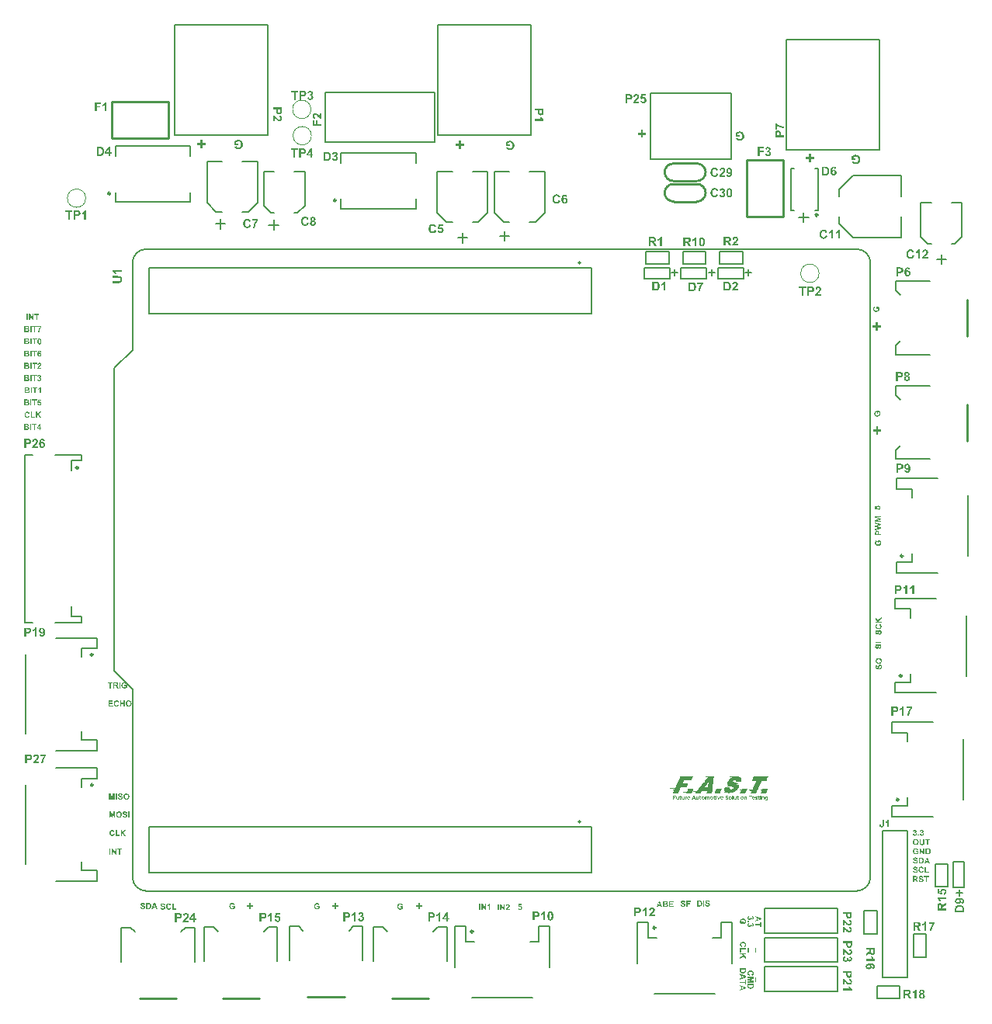
<source format=gto>
G04*
G04 #@! TF.GenerationSoftware,Altium Limited,Altium Designer,21.3.2 (30)*
G04*
G04 Layer_Color=65535*
%FSTAX25Y25*%
%MOIN*%
G70*
G04*
G04 #@! TF.SameCoordinates,EB2CAA8E-72F9-4FA4-A601-E6806EDF6347*
G04*
G04*
G04 #@! TF.FilePolarity,Positive*
G04*
G01*
G75*
%ADD10C,0.00984*%
%ADD11C,0.01000*%
%ADD12C,0.00394*%
%ADD13C,0.00500*%
%ADD14C,0.00787*%
%ADD15C,0.00600*%
G36*
X0432184Y0171293D02*
X0432106D01*
Y0171137D01*
X0432028D01*
Y0170904D01*
X043195D01*
Y0170748D01*
X0431873D01*
Y0170593D01*
X0431795D01*
Y0170437D01*
X0431717D01*
Y0170282D01*
X0431639D01*
Y0170204D01*
X0431561D01*
Y0169893D01*
X0431484D01*
Y0169737D01*
X0431406D01*
Y0169659D01*
X0429072D01*
Y0169815D01*
X042915D01*
Y016997D01*
X0429227D01*
Y0170126D01*
X0429305D01*
Y0170282D01*
X0429383D01*
Y0170437D01*
X0429461D01*
Y0170593D01*
X0429539D01*
Y0170826D01*
X0429616D01*
Y0170904D01*
X0428839D01*
Y0170982D01*
X0429694D01*
Y0171137D01*
X0429772D01*
Y0171293D01*
X042985D01*
Y0171448D01*
X0429928D01*
Y0171526D01*
X0432184D01*
Y0171293D01*
D02*
G37*
G36*
X0428761Y0176271D02*
X0428683D01*
Y0175649D01*
X0428605D01*
Y0174949D01*
X0428527D01*
Y0174327D01*
X042845D01*
Y0173626D01*
X0428372D01*
Y0173004D01*
X0428294D01*
Y0172304D01*
X0428216D01*
Y0171604D01*
X0428138D01*
Y0170982D01*
X0428061D01*
Y0170282D01*
X0427983D01*
Y0169659D01*
X0425649D01*
Y0169893D01*
X0425727D01*
Y0170282D01*
X0425805D01*
Y0170437D01*
X042596D01*
Y0170515D01*
X0426427D01*
Y0170593D01*
X0423704D01*
Y0170515D01*
X0423627D01*
Y0170437D01*
X0423549D01*
Y0170359D01*
X0423471D01*
Y0170204D01*
X0423393D01*
Y0170126D01*
X0423315D01*
Y016997D01*
X0423238D01*
Y0169893D01*
X042316D01*
Y0169815D01*
X0423082D01*
Y0169659D01*
X0420826D01*
Y0169815D01*
X0420904D01*
Y016997D01*
X0420982D01*
Y0170048D01*
X042106D01*
Y0170126D01*
X0421137D01*
Y0170204D01*
X0420671D01*
Y0170282D01*
X0419893D01*
Y0170437D01*
X0421371D01*
Y0170515D01*
X0421449D01*
Y0170593D01*
X0421526D01*
Y0170748D01*
X0421604D01*
Y0170826D01*
X0421682D01*
Y0170904D01*
X042176D01*
Y0170982D01*
X0421837D01*
Y0171059D01*
X0421915D01*
Y0171215D01*
X0421993D01*
Y0171293D01*
X0422071D01*
Y0171371D01*
X0422149D01*
Y0171448D01*
X0422226D01*
Y0171604D01*
X0422304D01*
Y0171682D01*
X0422382D01*
Y0171759D01*
X042246D01*
Y0171837D01*
X0422538D01*
Y0171993D01*
X0422615D01*
Y0172071D01*
X0422693D01*
Y0172149D01*
X0422771D01*
Y0172226D01*
X0422849D01*
Y0172382D01*
X0422927D01*
Y017246D01*
X0423004D01*
Y0172537D01*
X0423082D01*
Y0172615D01*
X042316D01*
Y0172693D01*
X0423238D01*
Y0172849D01*
X0423315D01*
Y0172926D01*
X0423393D01*
Y0173004D01*
X0423471D01*
Y0173082D01*
X0423549D01*
Y0173238D01*
X0423627D01*
Y0173315D01*
X0423704D01*
Y0173393D01*
X0423782D01*
Y0173471D01*
X042386D01*
Y0173626D01*
X0423938D01*
Y0173704D01*
X0424016D01*
Y0173782D01*
X0424093D01*
Y017386D01*
X0424171D01*
Y0174015D01*
X0424249D01*
Y0174093D01*
X0423393D01*
Y0174171D01*
X042316D01*
Y0174249D01*
X0425027D01*
Y0174327D01*
X0423471D01*
Y0174404D01*
X0422149D01*
Y0174482D01*
X0422771D01*
Y017456D01*
X0424638D01*
Y0174638D01*
X0424793D01*
Y0174716D01*
X0424871D01*
Y0174871D01*
X0424949D01*
Y0174949D01*
X0425027D01*
Y0175027D01*
X0425105D01*
Y0175104D01*
X0425182D01*
Y017526D01*
X042526D01*
Y0175338D01*
X0425338D01*
Y0175416D01*
X0425416D01*
Y0175494D01*
X0425494D01*
Y0175649D01*
X0425571D01*
Y0175727D01*
X0425649D01*
Y0175805D01*
X0425727D01*
Y0175882D01*
X0425805D01*
Y0176038D01*
X0425882D01*
Y0176116D01*
X042596D01*
Y0176194D01*
X0426038D01*
Y0176271D01*
X0426116D01*
Y0176427D01*
X0426194D01*
Y0176505D01*
X0426116D01*
Y0176583D01*
X0425338D01*
Y017666D01*
X0424871D01*
Y0176738D01*
X0428761D01*
Y0176271D01*
D02*
G37*
G36*
X0420126Y0171371D02*
X0420048D01*
Y0171215D01*
X041997D01*
Y0171059D01*
X0419893D01*
Y0170904D01*
X0419815D01*
Y017067D01*
X0419737D01*
Y0170515D01*
X0419659D01*
Y0170359D01*
X0419582D01*
Y0170204D01*
X0419504D01*
Y0170048D01*
X0419426D01*
Y0169815D01*
X0419348D01*
Y0169659D01*
X0417014D01*
Y0169893D01*
X0417092D01*
Y016997D01*
X0415614D01*
Y0170048D01*
X0415459D01*
Y0170126D01*
X0417092D01*
Y0170204D01*
X0417248D01*
Y0170282D01*
X0417092D01*
Y0170359D01*
X0416081D01*
Y0170437D01*
X0416937D01*
Y0170515D01*
X0417325D01*
Y0170593D01*
X0417403D01*
Y0170748D01*
X0417481D01*
Y0170904D01*
X0417559D01*
Y0171059D01*
X0417637D01*
Y0171215D01*
X0417715D01*
Y0171371D01*
X0417792D01*
Y0171526D01*
X0420126D01*
Y0171371D01*
D02*
G37*
G36*
X0419737Y0176583D02*
X0419659D01*
Y0176427D01*
X0419582D01*
Y0176271D01*
X0418726D01*
Y0176194D01*
X0419504D01*
Y0176038D01*
X0419426D01*
Y0175882D01*
X0419348D01*
Y0175727D01*
X041927D01*
Y0175571D01*
X0419193D01*
Y0175416D01*
X0419115D01*
Y017526D01*
X0419037D01*
Y0175027D01*
X0415925D01*
Y0174871D01*
X0415847D01*
Y0174716D01*
X041577D01*
Y017456D01*
X0415692D01*
Y0174404D01*
X0415614D01*
Y0174249D01*
X0415536D01*
Y0174015D01*
X0415459D01*
Y017386D01*
X0417792D01*
Y0173704D01*
X0417715D01*
Y0173549D01*
X0417637D01*
Y0173393D01*
X0417559D01*
Y017316D01*
X0417481D01*
Y0173004D01*
X0417403D01*
Y0172849D01*
X0417325D01*
Y0172693D01*
X0417248D01*
Y0172537D01*
X041717D01*
Y0172382D01*
X0417092D01*
Y0172149D01*
X0414525D01*
Y0172071D01*
X0414603D01*
Y0171993D01*
X0414525D01*
Y0171837D01*
X0414447D01*
Y0171682D01*
X0414369D01*
Y0171526D01*
X0414292D01*
Y0171371D01*
X0414214D01*
Y0171215D01*
X0414136D01*
Y0170982D01*
X0414058D01*
Y0170826D01*
X041398D01*
Y017067D01*
X0413903D01*
Y0170515D01*
X0413825D01*
Y0170359D01*
X0413747D01*
Y0170204D01*
X0413669D01*
Y016997D01*
X0413592D01*
Y0169815D01*
X0413514D01*
Y0169659D01*
X041118D01*
Y0169815D01*
X0411258D01*
Y016997D01*
X0411336D01*
Y0170126D01*
X0411413D01*
Y0170282D01*
X0411491D01*
Y0170515D01*
X0411569D01*
Y017067D01*
X0411647D01*
Y0170826D01*
X0411725D01*
Y0170982D01*
X0411258D01*
Y0171059D01*
X0409391D01*
Y0171137D01*
X0408924D01*
Y0171215D01*
X0410324D01*
Y0171293D01*
X0411958D01*
Y0171526D01*
X0411336D01*
Y0171604D01*
X0409935D01*
Y0171682D01*
X0410402D01*
Y0171759D01*
X0412114D01*
Y0171837D01*
X0412191D01*
Y0171993D01*
X0412269D01*
Y0172149D01*
X0412347D01*
Y0172304D01*
X0412425D01*
Y0172537D01*
X0412502D01*
Y0172693D01*
X041258D01*
Y0172849D01*
X0412658D01*
Y0173004D01*
X0412736D01*
Y017316D01*
X0412814D01*
Y0173315D01*
X0412891D01*
Y0173549D01*
X0412969D01*
Y0173704D01*
X0413047D01*
Y017386D01*
X0413125D01*
Y0174015D01*
X0413203D01*
Y0174171D01*
X041328D01*
Y0174327D01*
X0413358D01*
Y0174404D01*
X041258D01*
Y0174482D01*
X0411802D01*
Y017456D01*
X0411413D01*
Y0174638D01*
X0413436D01*
Y0174716D01*
X0413514D01*
Y0174793D01*
Y0174871D01*
X0413592D01*
Y0175027D01*
X0413669D01*
Y0175182D01*
X0413747D01*
Y0175338D01*
X0413825D01*
Y0175571D01*
X0413903D01*
Y0175727D01*
X041398D01*
Y0175882D01*
X0414058D01*
Y0176038D01*
X0414136D01*
Y0176194D01*
X0414214D01*
Y0176349D01*
X0414292D01*
Y0176505D01*
X0414369D01*
Y0176738D01*
X0419737D01*
Y0176583D01*
D02*
G37*
G36*
X0430006Y0168259D02*
X0429616D01*
Y0168648D01*
X0430006D01*
Y0168259D01*
D02*
G37*
G36*
X041717Y0167792D02*
X0416937D01*
Y0167714D01*
X0416859D01*
Y0167637D01*
X0416781D01*
Y0167481D01*
Y0167403D01*
Y0166859D01*
X0416392D01*
Y0168181D01*
X0416781D01*
Y0168103D01*
X0416859D01*
Y0168181D01*
X041717D01*
Y0167792D01*
D02*
G37*
G36*
X0426738Y0168103D02*
X0426816D01*
Y0168026D01*
X0426894D01*
Y016787D01*
X0426972D01*
Y0166859D01*
X0426583D01*
Y0167792D01*
X0426505D01*
Y016787D01*
X0426271D01*
Y0167792D01*
X0426194D01*
Y0166859D01*
X0425805D01*
Y0167792D01*
X0425727D01*
Y016787D01*
X0425494D01*
Y0167792D01*
X0425416D01*
Y0166859D01*
X0425027D01*
Y0168181D01*
X0425416D01*
Y0168103D01*
X0425494D01*
Y0168181D01*
X042596D01*
Y0168103D01*
X0426038D01*
Y0168026D01*
X0426116D01*
Y0168103D01*
X0426194D01*
Y0168181D01*
X0426738D01*
Y0168103D01*
D02*
G37*
G36*
X0431484Y0167948D02*
X0431406D01*
Y0167792D01*
X0431328D01*
Y0167559D01*
X043125D01*
Y0167403D01*
X0431172D01*
Y016717D01*
X0431095D01*
Y0167014D01*
X0431017D01*
Y0166859D01*
X0430706D01*
Y0166937D01*
X0430628D01*
Y0167092D01*
X043055D01*
Y0167325D01*
X0430472D01*
Y0167481D01*
X0430394D01*
Y0167714D01*
X0430317D01*
Y016787D01*
X0430239D01*
Y0168026D01*
X0430161D01*
Y0168181D01*
X043055D01*
Y0168103D01*
X0430628D01*
Y016787D01*
X0430706D01*
Y0167637D01*
X0430783D01*
Y0167481D01*
X0430861D01*
Y0167559D01*
X0430939D01*
Y0167714D01*
X0431017D01*
Y0167948D01*
X0431095D01*
Y0168181D01*
X0431484D01*
Y0167948D01*
D02*
G37*
G36*
X0422304Y0166859D02*
X0421993D01*
Y0166937D01*
X0421837D01*
Y0166859D01*
X0421449D01*
Y0166937D01*
X0421293D01*
Y0167014D01*
X0421215D01*
Y0167325D01*
Y0167403D01*
Y0168181D01*
X0421526D01*
Y0167325D01*
X0421604D01*
Y0167248D01*
X0421682D01*
Y016717D01*
X0421837D01*
Y0167248D01*
X0421915D01*
Y0167325D01*
X0421993D01*
Y0168181D01*
X0422304D01*
Y0166859D01*
D02*
G37*
G36*
X0416159D02*
X041577D01*
Y0166937D01*
X0415692D01*
Y0166859D01*
X0415225D01*
Y0166937D01*
X041507D01*
Y0167092D01*
X0414992D01*
Y0168181D01*
X0415303D01*
Y0167559D01*
Y0167481D01*
Y0167403D01*
X0415381D01*
Y0167248D01*
X0415459D01*
Y016717D01*
X0415614D01*
Y0167248D01*
X0415692D01*
Y0167325D01*
X041577D01*
Y0168181D01*
X0416159D01*
Y0166859D01*
D02*
G37*
G36*
X0413747D02*
X0413436D01*
Y0166937D01*
X041328D01*
Y0166859D01*
X0412891D01*
Y0166937D01*
X0412736D01*
Y0167014D01*
X0412658D01*
Y0168181D01*
X0412969D01*
Y0167325D01*
X0413047D01*
Y0167248D01*
X0413125D01*
Y016717D01*
X041328D01*
Y0167248D01*
X0413358D01*
Y0167325D01*
X0413436D01*
Y0168181D01*
X0413747D01*
Y0166859D01*
D02*
G37*
G36*
X0432495Y0168103D02*
X043265D01*
Y0168026D01*
X0432728D01*
Y016787D01*
X0432806D01*
Y0167403D01*
X043195D01*
Y0167325D01*
X0432028D01*
Y0167248D01*
X0432106D01*
Y016717D01*
X0432417D01*
Y0167248D01*
X0432495D01*
Y0167325D01*
X043265D01*
Y0167248D01*
X0432728D01*
Y016717D01*
X0432806D01*
Y0167092D01*
X0432728D01*
Y0167014D01*
X043265D01*
Y0166937D01*
X0432495D01*
Y0166859D01*
X0432028D01*
Y0166937D01*
X0431873D01*
Y0167014D01*
X0431717D01*
Y016717D01*
X0431639D01*
Y0167403D01*
X0431561D01*
Y0167637D01*
X0431639D01*
Y016787D01*
X0431717D01*
Y0168026D01*
X0431795D01*
Y0168103D01*
X043195D01*
Y0168181D01*
X0432495D01*
Y0168103D01*
D02*
G37*
G36*
X0430006Y0166859D02*
X0429694D01*
Y0167559D01*
Y0167637D01*
Y0168181D01*
X0430006D01*
Y0166859D01*
D02*
G37*
G36*
X042915Y0168181D02*
X0429461D01*
Y016787D01*
X042915D01*
Y0167248D01*
X0429461D01*
Y0166937D01*
X0429383D01*
Y0166859D01*
X0428916D01*
Y0166937D01*
X0428839D01*
Y0167014D01*
X0428761D01*
Y016787D01*
X0428605D01*
Y0168181D01*
X0428761D01*
Y0168492D01*
X042915D01*
Y0168181D01*
D02*
G37*
G36*
X0428138Y0168103D02*
X0428294D01*
Y0168026D01*
X0428372D01*
Y0167948D01*
X042845D01*
Y0167792D01*
Y0167714D01*
X0428527D01*
Y0167325D01*
X042845D01*
Y016717D01*
X0428372D01*
Y0167092D01*
X0428294D01*
Y0167014D01*
X0428216D01*
Y0166937D01*
X0428061D01*
Y0166859D01*
X0427594D01*
Y0166937D01*
X0427438D01*
Y0167014D01*
X0427283D01*
Y016717D01*
X0427205D01*
Y0167325D01*
X0427127D01*
Y0167714D01*
X0427205D01*
Y016787D01*
X0427283D01*
Y0168026D01*
X0427361D01*
Y0168103D01*
X0427516D01*
Y0168181D01*
X0428138D01*
Y0168103D01*
D02*
G37*
G36*
X0424482D02*
X0424638D01*
Y0168026D01*
X0424716D01*
Y016787D01*
X0424793D01*
Y0167637D01*
X0424871D01*
Y0167403D01*
X0424793D01*
Y016717D01*
X0424716D01*
Y0167092D01*
X0424638D01*
Y0167014D01*
X042456D01*
Y0166937D01*
X0424404D01*
Y0166859D01*
X042386D01*
Y0166937D01*
X0423782D01*
Y0167014D01*
X0423627D01*
Y0167092D01*
X0423549D01*
Y0167248D01*
X0423471D01*
Y0167792D01*
X0423549D01*
Y0167948D01*
X0423627D01*
Y0168026D01*
X0423704D01*
Y0168103D01*
X042386D01*
Y0168181D01*
X0424482D01*
Y0168103D01*
D02*
G37*
G36*
X0423004Y0168181D02*
X0423315D01*
Y016787D01*
X0423004D01*
Y0167248D01*
X0423082D01*
Y016717D01*
X042316D01*
Y0167248D01*
X0423315D01*
Y0166937D01*
X0423238D01*
Y0166859D01*
X0422849D01*
Y0166937D01*
X0422771D01*
Y0167014D01*
X0422693D01*
Y016787D01*
X0422538D01*
Y0168181D01*
X0422693D01*
Y0168492D01*
X0423004D01*
Y0168181D01*
D02*
G37*
G36*
X0420359Y0168492D02*
X0420437D01*
Y0168259D01*
X0420515D01*
Y0168103D01*
X0420593D01*
Y0167948D01*
X0420671D01*
Y016787D01*
Y0167714D01*
X0420748D01*
Y0167559D01*
X0420826D01*
Y0167403D01*
X0420904D01*
Y0167248D01*
X0420982D01*
Y0167014D01*
X042106D01*
Y0166859D01*
X0420671D01*
Y0167014D01*
X0420593D01*
Y016717D01*
X0420515D01*
Y0167248D01*
X0419815D01*
Y016717D01*
X0419737D01*
Y0166937D01*
X0419659D01*
Y0166859D01*
X041927D01*
Y0166937D01*
X0419348D01*
Y016717D01*
X0419426D01*
Y0167325D01*
X0419504D01*
Y0167481D01*
X0419582D01*
Y0167714D01*
X0419659D01*
Y016787D01*
X0419737D01*
Y0168026D01*
X0419815D01*
Y0168181D01*
X0419893D01*
Y0168414D01*
X041997D01*
Y016857D01*
X0420359D01*
Y0168492D01*
D02*
G37*
G36*
X0418181Y0168103D02*
X0418337D01*
Y0168026D01*
X0418415D01*
Y016787D01*
X0418492D01*
Y0167403D01*
X0417637D01*
Y0167325D01*
X0417715D01*
Y0167248D01*
X0417792D01*
Y016717D01*
X0418103D01*
Y0167248D01*
X0418181D01*
Y0167325D01*
X0418337D01*
Y0167248D01*
X0418415D01*
Y016717D01*
X0418492D01*
Y0167092D01*
X0418415D01*
Y0167014D01*
X0418337D01*
Y0166937D01*
X0418181D01*
Y0166859D01*
X0417715D01*
Y0166937D01*
X0417559D01*
Y0167014D01*
X0417481D01*
Y0167092D01*
X0417403D01*
Y016717D01*
X0417325D01*
Y0167403D01*
X0417248D01*
Y0167637D01*
X0417325D01*
Y016787D01*
X0417403D01*
Y0168026D01*
X0417481D01*
Y0168103D01*
X0417637D01*
Y0168181D01*
X0418181D01*
Y0168103D01*
D02*
G37*
G36*
X0414447Y0168181D02*
X0414758D01*
Y016787D01*
X0414447D01*
Y0167248D01*
X0414525D01*
Y016717D01*
X0414603D01*
Y0167248D01*
X0414758D01*
Y0166937D01*
X0414681D01*
Y0166859D01*
X0414292D01*
Y0166937D01*
X0414214D01*
Y0167014D01*
X0414136D01*
Y0167325D01*
Y0167403D01*
Y016787D01*
X041398D01*
Y0168181D01*
X0414136D01*
Y0168492D01*
X0414447D01*
Y0168181D01*
D02*
G37*
G36*
X0412425Y0168259D02*
X0411569D01*
Y016787D01*
X0412347D01*
Y0167559D01*
X0411569D01*
Y0166859D01*
X041118D01*
Y016857D01*
X0412425D01*
Y0168259D01*
D02*
G37*
G36*
X0439263Y017666D02*
X0439651D01*
Y0176583D01*
X0439807D01*
Y0176505D01*
X0439963D01*
Y0176427D01*
X0440118D01*
Y0176349D01*
X0440196D01*
Y0176271D01*
X0440274D01*
Y0176194D01*
X0440352D01*
Y0176038D01*
X0440429D01*
Y0175882D01*
X0440507D01*
Y0175571D01*
X0440585D01*
Y0175104D01*
X0440507D01*
Y0174716D01*
X0440429D01*
Y017456D01*
X0438329D01*
Y0174716D01*
X0438407D01*
Y0174871D01*
X0438329D01*
Y0175027D01*
X0438173D01*
Y0175104D01*
X0437396D01*
Y0175027D01*
X043724D01*
Y0174949D01*
X0437084D01*
Y0174793D01*
X0437007D01*
Y0174482D01*
X0437162D01*
Y0174404D01*
X043724D01*
Y0174327D01*
X0437473D01*
Y0174249D01*
X0437707D01*
Y0174171D01*
X043794D01*
Y0174093D01*
X0438173D01*
Y0174015D01*
X0438485D01*
Y0173938D01*
X043864D01*
Y017386D01*
X0438874D01*
Y0173782D01*
X0439029D01*
Y0173704D01*
X0439107D01*
Y0173626D01*
X0439185D01*
Y0173549D01*
X043934D01*
Y0173393D01*
X0438562D01*
Y0173315D01*
X0439496D01*
Y017316D01*
X0439574D01*
Y0172304D01*
X0439496D01*
Y0172149D01*
X0439418D01*
Y0171915D01*
X043934D01*
Y0171759D01*
X0439263D01*
Y0171682D01*
X0439185D01*
Y0171526D01*
X0439107D01*
Y0171371D01*
X0439029D01*
Y0171293D01*
X0438951D01*
Y0171215D01*
X0438874D01*
Y0171137D01*
X0438796D01*
Y0170982D01*
X0438718D01*
Y0170904D01*
X043864D01*
Y0170826D01*
X0438562D01*
Y0170748D01*
X0438407D01*
Y017067D01*
X0438329D01*
Y0170593D01*
X0438251D01*
Y0170515D01*
X0438096D01*
Y0170437D01*
X0438018D01*
Y0170359D01*
X0437862D01*
Y0170282D01*
X0437785D01*
Y0170204D01*
X0437629D01*
Y0170126D01*
X0437396D01*
Y0170048D01*
X043724D01*
Y016997D01*
X0437007D01*
Y0169893D01*
X0436695D01*
Y0169815D01*
X0436384D01*
Y0169737D01*
X0435684D01*
Y0169659D01*
X0434984D01*
Y0169737D01*
X0434517D01*
Y0169815D01*
X0434206D01*
Y0169893D01*
X0433973D01*
Y016997D01*
X0433195D01*
Y0170048D01*
X0432962D01*
Y0170126D01*
X0433739D01*
Y0170204D01*
X0433662D01*
Y0170282D01*
X0433584D01*
Y0170359D01*
X0433506D01*
Y0170437D01*
X0433428D01*
Y0170593D01*
X0433351D01*
Y0170904D01*
X0433273D01*
Y0171448D01*
X0433351D01*
Y0171759D01*
X0433428D01*
Y0171993D01*
X0435529D01*
Y0171604D01*
X0435606D01*
Y0171448D01*
X0435684D01*
Y0171371D01*
X0435918D01*
Y0171293D01*
X0436462D01*
Y0171371D01*
X0436773D01*
Y0171448D01*
X0436929D01*
Y0171526D01*
X0437007D01*
Y0171604D01*
X0437084D01*
Y0171682D01*
X0437162D01*
Y0171837D01*
X043724D01*
Y0171993D01*
X0437162D01*
Y0172071D01*
X0437084D01*
Y0172149D01*
X0436929D01*
Y0172226D01*
X0436695D01*
Y0172304D01*
X0436462D01*
Y0172382D01*
X0436151D01*
Y017246D01*
X043584D01*
Y0172537D01*
X0434362D01*
Y0172615D01*
X0434673D01*
Y0172693D01*
X0435295D01*
Y0172771D01*
X043514D01*
Y0172849D01*
X0435062D01*
Y0172926D01*
X0434984D01*
Y0173004D01*
X0434906D01*
Y0173082D01*
X0434829D01*
Y017316D01*
X0434751D01*
Y0173315D01*
X0434673D01*
Y0173549D01*
X0434595D01*
Y0174015D01*
X0434673D01*
Y0174327D01*
X0434751D01*
Y017456D01*
X0434829D01*
Y0174716D01*
X0434906D01*
Y0174871D01*
X0434984D01*
Y0174949D01*
X0435062D01*
Y0175104D01*
X043514D01*
Y0175182D01*
X0435218D01*
Y0175338D01*
X0435295D01*
Y0175416D01*
X0434751D01*
Y0175494D01*
X0433506D01*
Y0175571D01*
X0434128D01*
Y0175649D01*
X0435606D01*
Y0175727D01*
X0435684D01*
Y0175805D01*
X0435762D01*
Y0175882D01*
X0435918D01*
Y017596D01*
X0435995D01*
Y0176038D01*
X0436151D01*
Y0176116D01*
X0436229D01*
Y0176194D01*
X0436384D01*
Y0176271D01*
X043654D01*
Y0176349D01*
X0437162D01*
Y0176427D01*
X0436929D01*
Y0176505D01*
X0435295D01*
Y0176583D01*
X0435451D01*
Y017666D01*
X0437396D01*
Y0176738D01*
X0439263D01*
Y017666D01*
D02*
G37*
G36*
X045202Y0171293D02*
X0451942D01*
Y0171137D01*
X0451865D01*
Y0170982D01*
X0451787D01*
Y0170826D01*
X0451709D01*
Y0170593D01*
X0451631D01*
Y0170437D01*
X0451554D01*
Y0170282D01*
X0451476D01*
Y0170126D01*
X0451398D01*
Y016997D01*
X045132D01*
Y0169815D01*
X0451242D01*
Y0169659D01*
X0448909D01*
Y0169815D01*
X0448986D01*
Y016997D01*
X0449064D01*
Y0170126D01*
X0449142D01*
Y0170282D01*
X044922D01*
Y0170515D01*
X0449298D01*
Y0170593D01*
X0449064D01*
Y017067D01*
X0448131D01*
Y0170748D01*
X0449064D01*
Y0170826D01*
X0448675D01*
Y0170904D01*
X0448831D01*
Y0170982D01*
X0448753D01*
Y0171059D01*
X0449531D01*
Y0171137D01*
X0449609D01*
Y0171293D01*
X0449687D01*
Y0171448D01*
X045202D01*
Y0171293D01*
D02*
G37*
G36*
X0452176Y0176583D02*
X0452098D01*
Y0176427D01*
X045202D01*
Y0176271D01*
X0451942D01*
Y0176116D01*
X0451865D01*
Y0176038D01*
X0451631D01*
Y017596D01*
X0451165D01*
Y0175882D01*
X0451787D01*
Y0175727D01*
X0451709D01*
Y0175571D01*
X0451631D01*
Y0175416D01*
X0451554D01*
Y017526D01*
X0451476D01*
Y0175104D01*
X0451398D01*
Y0174949D01*
X045132D01*
Y0174871D01*
X0449298D01*
Y0174638D01*
X044922D01*
Y0174482D01*
X0449142D01*
Y0174327D01*
X0449064D01*
Y0174171D01*
X0448986D01*
Y0174015D01*
X0448909D01*
Y017386D01*
X0448831D01*
Y0173626D01*
X0448753D01*
Y0173471D01*
X0448675D01*
Y0173315D01*
X0448597D01*
Y017316D01*
X044852D01*
Y0173004D01*
X0448442D01*
Y0172849D01*
X0448364D01*
Y0172693D01*
X0448286D01*
Y017246D01*
X0448209D01*
Y0172304D01*
X0448131D01*
Y0172149D01*
X0448053D01*
Y0171993D01*
X0447975D01*
Y0171837D01*
X0447897D01*
Y0171682D01*
X044782D01*
Y0171448D01*
X0447742D01*
Y0171293D01*
X0447664D01*
Y0171137D01*
X0447586D01*
Y0170982D01*
X0447508D01*
Y0170826D01*
X0447431D01*
Y017067D01*
X0447353D01*
Y0170437D01*
X0447275D01*
Y0170282D01*
X0447197D01*
Y0170126D01*
X044712D01*
Y016997D01*
X0447042D01*
Y0169815D01*
X0446964D01*
Y0169659D01*
X044463D01*
Y0169815D01*
X0444708D01*
Y016997D01*
X0444786D01*
Y0170126D01*
X0444864D01*
Y0170282D01*
X0444941D01*
Y0170437D01*
X0445019D01*
Y0170593D01*
X0444086D01*
Y017067D01*
X0443152D01*
Y0170748D01*
X0444163D01*
Y0170826D01*
X0445175D01*
Y0170982D01*
X0444008D01*
Y0171059D01*
X0443697D01*
Y0171137D01*
X0445253D01*
Y0171215D01*
X044533D01*
Y0171293D01*
X0445408D01*
Y0171448D01*
X0445486D01*
Y0171604D01*
X0445564D01*
Y0171759D01*
X0445641D01*
Y0171915D01*
Y0171993D01*
X0445719D01*
Y0172149D01*
X0445797D01*
Y0172304D01*
X0445875D01*
Y017246D01*
X0445953D01*
Y0172615D01*
X044603D01*
Y0172771D01*
X0446108D01*
Y0173004D01*
X0446186D01*
Y0173082D01*
X044533D01*
Y017316D01*
X0444708D01*
Y0173238D01*
X0446264D01*
Y0173315D01*
X0446342D01*
Y0173471D01*
X0446419D01*
Y0173626D01*
X0446497D01*
Y0173782D01*
X0446575D01*
Y0173938D01*
X0446653D01*
Y0174171D01*
X0446731D01*
Y0174327D01*
X0446808D01*
Y0174404D01*
X0445719D01*
Y0174482D01*
X0446342D01*
Y017456D01*
X0446886D01*
Y0174638D01*
X0446964D01*
Y0174793D01*
X0447042D01*
Y0174871D01*
X0445097D01*
Y0175104D01*
X0445175D01*
Y017526D01*
X0445253D01*
Y0175416D01*
X044533D01*
Y0175571D01*
X0445408D01*
Y0175727D01*
X0445486D01*
Y0175882D01*
X0445564D01*
Y0176116D01*
X0445641D01*
Y0176271D01*
X0445719D01*
Y0176427D01*
X0445797D01*
Y0176583D01*
X0445875D01*
Y0176738D01*
X0452176D01*
Y0176583D01*
D02*
G37*
G36*
X0443152Y0171371D02*
X0443074D01*
Y0171215D01*
X0442997D01*
Y0171059D01*
X0442919D01*
Y0170826D01*
X0442841D01*
Y017067D01*
X0442763D01*
Y0170593D01*
Y0170515D01*
X0442685D01*
Y0170359D01*
X0442608D01*
Y0170204D01*
X044253D01*
Y0170048D01*
X0442452D01*
Y0169815D01*
X0442374D01*
Y0169659D01*
X044004D01*
Y0169893D01*
X0440118D01*
Y0170048D01*
X0440196D01*
Y0170204D01*
X0440274D01*
Y0170359D01*
X0440352D01*
Y0170515D01*
X0440429D01*
Y017067D01*
X0439574D01*
Y0170748D01*
X0439263D01*
Y0170826D01*
X0440507D01*
Y0170904D01*
X0440585D01*
Y0170982D01*
X0439885D01*
Y0171059D01*
X0440352D01*
Y0171137D01*
X0440663D01*
Y0171215D01*
X0440741D01*
Y0171371D01*
X0440818D01*
Y0171526D01*
X0443152D01*
Y0171371D01*
D02*
G37*
G36*
X0449064Y0168259D02*
X0448675D01*
Y0168337D01*
Y0168648D01*
X0449064D01*
Y0168259D01*
D02*
G37*
G36*
X044004D02*
X0439729D01*
Y0168648D01*
X044004D01*
Y0168259D01*
D02*
G37*
G36*
X045202Y0166859D02*
X0451942D01*
Y0166703D01*
X0451865D01*
Y0166625D01*
X0451709D01*
Y0166548D01*
X0450931D01*
Y0166625D01*
X0450776D01*
Y0166859D01*
X0450853D01*
Y0166937D01*
X0451009D01*
Y0166859D01*
X0451554D01*
Y0166937D01*
X0451631D01*
Y0167092D01*
X0451554D01*
Y0167014D01*
X0450931D01*
Y0167092D01*
X0450853D01*
Y016717D01*
X0450776D01*
Y0167325D01*
X0450698D01*
Y016787D01*
X0450776D01*
Y0168026D01*
X0450853D01*
Y0168103D01*
X0451009D01*
Y0168181D01*
X0451554D01*
Y0168103D01*
X0451631D01*
Y0168181D01*
X045202D01*
Y0166859D01*
D02*
G37*
G36*
X0450309Y0168103D02*
X0450387D01*
Y0168026D01*
X0450464D01*
Y0166859D01*
X0450153D01*
Y0167714D01*
X0450075D01*
Y0167792D01*
X0449998D01*
Y016787D01*
X0449842D01*
Y0167792D01*
X0449764D01*
Y0167714D01*
X0449687D01*
Y0167637D01*
Y0166859D01*
X0449298D01*
Y0168181D01*
X0449687D01*
Y0168103D01*
X0449764D01*
Y0168181D01*
X0450309D01*
Y0168103D01*
D02*
G37*
G36*
X0442763D02*
X0442919D01*
Y0167948D01*
X0442997D01*
Y0166859D01*
X0442608D01*
Y0167792D01*
X044253D01*
Y016787D01*
X0442296D01*
Y0167792D01*
X0442219D01*
Y0166859D01*
X044183D01*
Y0167014D01*
Y0167092D01*
Y0168181D01*
X0442219D01*
Y0168103D01*
X0442296D01*
Y0168181D01*
X0442763D01*
Y0168103D01*
D02*
G37*
G36*
X0434673Y0168492D02*
X0434829D01*
Y0168414D01*
X0434906D01*
Y0168259D01*
X0434829D01*
Y0168103D01*
X0434595D01*
Y0168181D01*
X043444D01*
Y0168259D01*
X0434128D01*
Y0168181D01*
X0434051D01*
Y0168026D01*
X0434128D01*
Y0167948D01*
X0434362D01*
Y016787D01*
X0434673D01*
Y0167792D01*
X0434829D01*
Y0167714D01*
X0434906D01*
Y0167559D01*
X0434984D01*
Y0167248D01*
X0434906D01*
Y0167092D01*
X0434829D01*
Y0167014D01*
X0434751D01*
Y0166937D01*
X0434595D01*
Y0166859D01*
X0434051D01*
Y0166937D01*
X0433895D01*
Y0167014D01*
X0433739D01*
Y0167092D01*
X0433662D01*
Y0167248D01*
X0433739D01*
Y0167325D01*
X0433817D01*
Y0167403D01*
X0433973D01*
Y0167325D01*
X0434051D01*
Y0167248D01*
X0434284D01*
Y016717D01*
X043444D01*
Y0167248D01*
X0434595D01*
Y0167481D01*
X043444D01*
Y0167559D01*
X0434128D01*
Y0167637D01*
X0433895D01*
Y0167714D01*
X0433817D01*
Y0167792D01*
X0433739D01*
Y0168337D01*
X0433817D01*
Y0168414D01*
X0433895D01*
Y0168492D01*
X0433973D01*
Y016857D01*
X0434673D01*
Y0168492D01*
D02*
G37*
G36*
X0447353Y0168103D02*
X0447508D01*
Y016787D01*
X0447431D01*
Y0167792D01*
X0447275D01*
Y016787D01*
X0446964D01*
Y0167714D01*
X0447197D01*
Y0167637D01*
X0447431D01*
Y0167559D01*
X0447508D01*
Y0167403D01*
X0447586D01*
Y0167092D01*
X0447508D01*
Y0167014D01*
X0447431D01*
Y0166937D01*
X0447353D01*
Y0166859D01*
X0446808D01*
Y0166937D01*
X0446653D01*
Y0167014D01*
X0446497D01*
Y016717D01*
X0446575D01*
Y0167248D01*
X0446653D01*
Y0167325D01*
X0446731D01*
Y0167248D01*
X0446886D01*
Y016717D01*
X0447197D01*
Y0167325D01*
X0447042D01*
Y0167403D01*
X0446808D01*
Y0167481D01*
X0446653D01*
Y0167637D01*
X0446575D01*
Y0167948D01*
X0446653D01*
Y0168103D01*
X0446808D01*
Y0168181D01*
X0447353D01*
Y0168103D01*
D02*
G37*
G36*
X0438485Y0166859D02*
X0438096D01*
Y0166937D01*
X0438018D01*
Y0166859D01*
X0437551D01*
Y0166937D01*
X0437473D01*
Y0167014D01*
X0437396D01*
Y0167092D01*
X0437318D01*
Y0167481D01*
Y0167559D01*
Y0168181D01*
X0437707D01*
Y0167248D01*
X0437862D01*
Y016717D01*
X043794D01*
Y0167248D01*
X0438096D01*
Y0168181D01*
X0438485D01*
Y0166859D01*
D02*
G37*
G36*
X0449064D02*
X0448675D01*
Y0166937D01*
Y0168181D01*
X0449064D01*
Y0166859D01*
D02*
G37*
G36*
X0448131Y0168181D02*
X044852D01*
Y016787D01*
X0448131D01*
Y0167248D01*
X0448209D01*
Y016717D01*
X0448286D01*
Y0167248D01*
X0448442D01*
Y0166859D01*
X0447975D01*
Y0166937D01*
X0447897D01*
Y0167014D01*
X044782D01*
Y0167092D01*
Y016787D01*
X0447664D01*
Y0168181D01*
X044782D01*
Y0168492D01*
X0448131D01*
Y0168181D01*
D02*
G37*
G36*
X0446108Y0168103D02*
X0446186D01*
Y0168026D01*
X0446264D01*
Y0167948D01*
X0446342D01*
Y0167792D01*
X0446419D01*
Y0167403D01*
X0445564D01*
Y0167325D01*
X0445641D01*
Y0167248D01*
X0445719D01*
Y016717D01*
X044603D01*
Y0167248D01*
X0446108D01*
Y0167325D01*
X0446264D01*
Y0167248D01*
X0446342D01*
Y0167014D01*
X0446264D01*
Y0166937D01*
X0446108D01*
Y0166859D01*
X0445564D01*
Y0166937D01*
X0445408D01*
Y0167014D01*
X044533D01*
Y0167092D01*
X0445253D01*
Y0167248D01*
X0445175D01*
Y0167792D01*
X0445253D01*
Y0167948D01*
X044533D01*
Y0168026D01*
X0445408D01*
Y0168103D01*
X0445486D01*
Y0168181D01*
X0446108D01*
Y0168103D01*
D02*
G37*
G36*
X0445253Y0168259D02*
X0444708D01*
Y0166859D01*
X0444397D01*
Y0168259D01*
X0443852D01*
Y016857D01*
X0445253D01*
Y0168259D01*
D02*
G37*
G36*
X0441285Y0168103D02*
X0441363D01*
Y0168026D01*
X0441518D01*
Y016787D01*
X0441596D01*
Y0167637D01*
X0441674D01*
Y0167403D01*
X0441596D01*
Y016717D01*
X0441518D01*
Y0167092D01*
X0441441D01*
Y0167014D01*
X0441363D01*
Y0166937D01*
X0441207D01*
Y0166859D01*
X0440663D01*
Y0166937D01*
X0440507D01*
Y0167014D01*
X0440429D01*
Y0167092D01*
X0440352D01*
Y0167248D01*
X0440274D01*
Y0167792D01*
X0440352D01*
Y0167948D01*
X0440429D01*
Y0168026D01*
X0440507D01*
Y0168103D01*
X0440663D01*
Y0168181D01*
X0441285D01*
Y0168103D01*
D02*
G37*
G36*
X044004Y016787D02*
Y0167792D01*
Y0166859D01*
X0439729D01*
Y0168181D01*
X044004D01*
Y016787D01*
D02*
G37*
G36*
X0439185Y0168181D02*
X0439496D01*
Y016787D01*
X0439185D01*
Y0167248D01*
X0439496D01*
Y0166937D01*
X0439418D01*
Y0166859D01*
X0438951D01*
Y0166937D01*
X0438874D01*
Y0167092D01*
X0438796D01*
Y016787D01*
X043864D01*
Y0168181D01*
X0438796D01*
Y0168492D01*
X0439185D01*
Y0168181D01*
D02*
G37*
G36*
X0437084Y0166859D02*
X0436695D01*
Y0168648D01*
X0437084D01*
Y0166859D01*
D02*
G37*
G36*
X0436073Y0168103D02*
X0436229D01*
Y0168026D01*
X0436306D01*
Y0167948D01*
X0436384D01*
Y016787D01*
X0436462D01*
Y0167248D01*
X0436384D01*
Y0167092D01*
X0436306D01*
Y0167014D01*
X0436229D01*
Y0166937D01*
X0436073D01*
Y0166859D01*
X0435529D01*
Y0166937D01*
X0435373D01*
Y0167014D01*
X0435295D01*
Y0167092D01*
X0435218D01*
Y0167248D01*
X043514D01*
Y016787D01*
X0435218D01*
Y0167948D01*
X0435295D01*
Y0168026D01*
X0435373D01*
Y0168103D01*
X0435529D01*
Y0168181D01*
X0436073D01*
Y0168103D01*
D02*
G37*
G36*
X0172367Y0209453D02*
X0172407Y0209449D01*
X0172452Y0209442D01*
X0172504Y0209434D01*
X0172559Y0209423D01*
X0172618Y0209408D01*
X0172681Y020939D01*
X0172744Y0209368D01*
X0172811Y0209338D01*
X0172874Y0209309D01*
X0172933Y0209272D01*
X0172996Y0209227D01*
X0173051Y0209179D01*
X0173055D01*
X0173059Y0209172D01*
X017307Y0209161D01*
X0173081Y020915D01*
X0173096Y0209131D01*
X017311Y0209109D01*
X0173151Y0209057D01*
X0173192Y020899D01*
X0173236Y0208909D01*
X0173277Y0208817D01*
X0173314Y0208709D01*
X0172803Y0208587D01*
Y0208591D01*
X01728Y0208594D01*
Y0208606D01*
X0172792Y020862D01*
X0172781Y0208654D01*
X0172763Y0208698D01*
X0172737Y020875D01*
X0172704Y0208802D01*
X0172659Y0208854D01*
X0172611Y0208898D01*
X0172604Y0208902D01*
X0172585Y0208916D01*
X0172555Y0208935D01*
X0172515Y0208957D01*
X0172463Y0208979D01*
X0172404Y0208998D01*
X0172337Y0209013D01*
X0172263Y0209016D01*
X0172237D01*
X0172215Y0209013D01*
X0172193Y0209009D01*
X0172163Y0209005D01*
X01721Y020899D01*
X0172026Y0208964D01*
X0171949Y0208927D01*
X0171908Y0208905D01*
X0171871Y0208879D01*
X0171834Y0208846D01*
X0171801Y0208809D01*
Y0208805D01*
X0171793Y0208798D01*
X0171786Y0208787D01*
X0171775Y0208768D01*
X017176Y0208746D01*
X0171745Y020872D01*
X017173Y0208687D01*
X0171716Y020865D01*
X0171697Y0208606D01*
X0171682Y0208558D01*
X0171668Y0208502D01*
X0171653Y0208443D01*
X0171642Y0208376D01*
X0171634Y0208306D01*
X0171631Y0208228D01*
X0171627Y0208143D01*
Y0208139D01*
Y0208121D01*
Y0208095D01*
X0171631Y0208065D01*
Y0208025D01*
X0171638Y0207977D01*
X0171642Y0207928D01*
X0171649Y0207873D01*
X0171671Y0207758D01*
X0171701Y0207644D01*
X0171719Y0207588D01*
X0171745Y0207536D01*
X0171771Y0207488D01*
X0171801Y0207448D01*
X0171804Y0207444D01*
X0171808Y020744D01*
X0171819Y0207429D01*
X0171834Y0207414D01*
X0171871Y0207385D01*
X0171923Y0207348D01*
X0171986Y0207307D01*
X0172063Y0207277D01*
X0172152Y0207251D01*
X01722Y0207248D01*
X0172252Y0207244D01*
X0172271D01*
X0172285Y0207248D01*
X0172326Y0207251D01*
X0172374Y0207259D01*
X0172426Y0207277D01*
X0172485Y0207299D01*
X0172544Y0207329D01*
X0172604Y0207373D01*
X0172611Y0207381D01*
X0172629Y0207399D01*
X0172655Y0207429D01*
X0172685Y0207473D01*
X0172722Y0207533D01*
X0172755Y0207603D01*
X0172789Y0207688D01*
X0172818Y0207788D01*
X0173321Y0207632D01*
Y0207629D01*
X0173318Y0207614D01*
X017331Y0207592D01*
X0173299Y0207562D01*
X0173284Y0207529D01*
X017327Y0207488D01*
X0173251Y0207444D01*
X0173229Y0207396D01*
X0173177Y0207296D01*
X017311Y0207192D01*
X0173029Y0207092D01*
X0172985Y0207048D01*
X0172937Y0207007D01*
X0172933Y0207003D01*
X0172925Y0207D01*
X0172911Y0206989D01*
X0172889Y0206974D01*
X0172863Y0206959D01*
X0172829Y0206944D01*
X0172792Y0206926D01*
X0172752Y0206907D01*
X0172704Y0206885D01*
X0172652Y0206867D01*
X0172596Y0206852D01*
X0172537Y0206837D01*
X0172474Y0206822D01*
X0172404Y0206811D01*
X0172334Y0206807D01*
X0172256Y0206804D01*
X0172234D01*
X0172208Y0206807D01*
X0172171Y0206811D01*
X017213Y0206815D01*
X0172078Y0206822D01*
X0172023Y0206833D01*
X017196Y0206848D01*
X0171897Y0206867D01*
X017183Y0206889D01*
X017176Y0206918D01*
X017169Y0206952D01*
X0171619Y0206989D01*
X0171549Y0207037D01*
X0171483Y0207089D01*
X017142Y0207152D01*
X0171416Y0207155D01*
X0171405Y0207166D01*
X017139Y0207189D01*
X0171368Y0207214D01*
X0171346Y0207251D01*
X0171316Y0207292D01*
X0171286Y0207344D01*
X0171257Y0207403D01*
X0171227Y0207466D01*
X0171198Y0207536D01*
X0171168Y0207618D01*
X0171146Y0207703D01*
X0171124Y0207792D01*
X0171109Y0207892D01*
X0171098Y0207995D01*
X0171094Y0208106D01*
Y020811D01*
Y0208114D01*
Y0208136D01*
X0171098Y0208169D01*
Y0208213D01*
X0171105Y0208265D01*
X0171113Y0208328D01*
X017112Y0208395D01*
X0171135Y0208472D01*
X0171153Y020855D01*
X0171175Y0208631D01*
X0171201Y0208713D01*
X0171235Y0208798D01*
X0171272Y0208879D01*
X0171316Y0208957D01*
X0171364Y0209031D01*
X0171423Y0209101D01*
X0171427Y0209105D01*
X0171438Y0209116D01*
X0171457Y0209135D01*
X0171483Y0209157D01*
X0171516Y0209183D01*
X0171556Y0209212D01*
X0171601Y0209246D01*
X0171656Y0209279D01*
X0171716Y0209312D01*
X0171779Y0209346D01*
X0171853Y0209375D01*
X0171926Y0209401D01*
X0172012Y0209423D01*
X0172097Y0209442D01*
X0172193Y0209453D01*
X0172289Y0209457D01*
X0172334D01*
X0172367Y0209453D01*
D02*
G37*
G36*
X0175815Y0206848D02*
X0175297D01*
Y0207969D01*
X0174287D01*
Y0206848D01*
X0173769D01*
Y0209408D01*
X0174287D01*
Y0208402D01*
X0175297D01*
Y0209408D01*
X0175815D01*
Y0206848D01*
D02*
G37*
G36*
X0170698Y0208976D02*
X0169318D01*
Y020841D01*
X0170602D01*
Y0207977D01*
X0169318D01*
Y0207281D01*
X0170746D01*
Y0206848D01*
X01688D01*
Y0209408D01*
X0170698D01*
Y0208976D01*
D02*
G37*
G36*
X0177536Y0209453D02*
X0177573D01*
X0177621Y0209446D01*
X0177676Y0209438D01*
X0177739Y0209427D01*
X0177806Y0209412D01*
X0177876Y0209394D01*
X017795Y0209371D01*
X0178024Y0209342D01*
X0178102Y0209309D01*
X0178176Y0209268D01*
X017825Y020922D01*
X017832Y0209164D01*
X0178387Y0209101D01*
X017839Y0209098D01*
X0178402Y0209087D01*
X017842Y0209064D01*
X0178438Y0209038D01*
X0178464Y0209001D01*
X0178494Y0208957D01*
X0178524Y0208905D01*
X0178557Y0208846D01*
X017859Y0208783D01*
X017862Y0208709D01*
X0178649Y0208628D01*
X0178675Y0208543D01*
X0178698Y0208447D01*
X0178712Y0208347D01*
X0178723Y0208239D01*
X0178727Y0208125D01*
Y0208117D01*
Y0208099D01*
X0178723Y0208065D01*
Y0208021D01*
X0178716Y0207969D01*
X0178709Y020791D01*
X0178698Y020784D01*
X0178686Y0207769D01*
X0178668Y0207692D01*
X0178646Y020761D01*
X0178616Y0207529D01*
X0178583Y0207448D01*
X0178546Y020737D01*
X0178498Y0207292D01*
X0178446Y0207218D01*
X0178387Y0207148D01*
X0178383Y0207144D01*
X0178372Y0207133D01*
X0178353Y0207115D01*
X0178324Y0207092D01*
X017829Y0207066D01*
X017825Y0207037D01*
X0178202Y0207007D01*
X017815Y0206974D01*
X0178087Y0206941D01*
X017802Y0206911D01*
X0177946Y0206881D01*
X0177865Y0206856D01*
X017778Y0206833D01*
X0177687Y0206815D01*
X0177591Y0206804D01*
X0177488Y02068D01*
X0177462D01*
X0177432Y0206804D01*
X0177395Y0206807D01*
X0177347Y0206811D01*
X0177292Y0206819D01*
X0177229Y020683D01*
X0177162Y0206844D01*
X0177088Y0206863D01*
X0177018Y0206885D01*
X017694Y0206915D01*
X0176866Y0206948D01*
X0176788Y0206985D01*
X0176718Y0207033D01*
X0176648Y0207085D01*
X0176581Y0207148D01*
X0176577Y0207152D01*
X0176566Y0207163D01*
X0176551Y0207185D01*
X0176529Y0207211D01*
X0176503Y0207248D01*
X0176474Y0207292D01*
X0176444Y020734D01*
X0176415Y0207399D01*
X0176381Y0207462D01*
X0176352Y0207536D01*
X0176322Y0207614D01*
X0176296Y0207699D01*
X0176274Y0207792D01*
X0176259Y0207892D01*
X0176248Y0207999D01*
X0176244Y020811D01*
Y0208114D01*
Y0208128D01*
Y0208147D01*
X0176248Y0208176D01*
Y020821D01*
X0176252Y0208247D01*
X0176256Y0208291D01*
X0176259Y0208339D01*
X0176274Y0208443D01*
X0176293Y0208554D01*
X0176322Y0208665D01*
X0176359Y0208768D01*
Y0208772D01*
X0176363Y0208776D01*
X017637Y0208787D01*
X0176374Y0208802D01*
X0176396Y0208839D01*
X0176422Y0208887D01*
X0176455Y0208942D01*
X0176496Y0208998D01*
X0176544Y0209061D01*
X0176596Y020912D01*
X01766Y0209124D01*
X0176603Y0209127D01*
X0176622Y0209146D01*
X0176655Y0209175D01*
X0176696Y0209209D01*
X0176744Y0209246D01*
X0176799Y0209286D01*
X0176862Y0209323D01*
X0176929Y0209353D01*
X0176933D01*
X017694Y0209357D01*
X0176955Y0209364D01*
X0176973Y0209368D01*
X0176996Y0209379D01*
X0177021Y0209386D01*
X0177055Y0209394D01*
X0177088Y0209405D01*
X0177169Y0209423D01*
X0177262Y0209442D01*
X0177369Y0209453D01*
X017748Y0209457D01*
X0177506D01*
X0177536Y0209453D01*
D02*
G37*
G36*
X01757Y0217253D02*
X0175741Y0217249D01*
X0175789Y0217246D01*
X0175841Y0217242D01*
X0175896Y0217231D01*
X0176015Y0217209D01*
X0176137Y0217172D01*
X01762Y0217149D01*
X0176259Y0217123D01*
X0176314Y0217094D01*
X0176366Y0217057D01*
X017637Y0217053D01*
X0176377Y0217049D01*
X0176392Y0217035D01*
X0176411Y021702D01*
X0176433Y0217001D01*
X0176455Y0216975D01*
X0176481Y0216946D01*
X0176511Y0216913D01*
X017654Y0216876D01*
X017657Y0216835D01*
X0176599Y021679D01*
X0176625Y0216739D01*
X0176655Y0216687D01*
X0176677Y0216631D01*
X0176699Y0216568D01*
X0176714Y0216506D01*
X01762Y0216409D01*
Y0216413D01*
X0176196Y0216417D01*
X0176189Y0216439D01*
X0176174Y0216472D01*
X0176152Y0216517D01*
X0176126Y0216565D01*
X0176089Y0216613D01*
X0176044Y0216661D01*
X0175993Y0216705D01*
X0175985Y0216709D01*
X0175967Y0216724D01*
X0175933Y0216742D01*
X0175893Y0216761D01*
X0175837Y0216783D01*
X0175774Y0216798D01*
X0175704Y0216813D01*
X0175622Y0216816D01*
X0175589D01*
X0175567Y0216813D01*
X0175537Y0216809D01*
X0175504Y0216805D01*
X0175467Y0216798D01*
X0175426Y021679D01*
X0175341Y0216764D01*
X0175297Y0216746D01*
X0175252Y0216724D01*
X0175208Y0216698D01*
X0175164Y0216672D01*
X0175123Y0216635D01*
X0175082Y0216598D01*
X0175079Y0216594D01*
X0175075Y0216587D01*
X0175064Y0216576D01*
X0175053Y0216557D01*
X0175038Y0216535D01*
X0175019Y0216509D01*
X0175001Y0216476D01*
X0174986Y0216439D01*
X0174968Y0216394D01*
X0174949Y0216346D01*
X0174931Y0216295D01*
X0174916Y0216239D01*
X0174905Y0216176D01*
X0174894Y0216106D01*
X017489Y0216036D01*
X0174886Y0215958D01*
Y0215954D01*
Y0215939D01*
Y0215914D01*
X017489Y0215884D01*
X0174894Y0215843D01*
X0174897Y0215803D01*
X0174905Y0215751D01*
X0174912Y0215699D01*
X0174934Y0215588D01*
X0174971Y0215473D01*
X0174994Y0215418D01*
X0175019Y0215366D01*
X0175053Y0215314D01*
X0175086Y021527D01*
X017509Y0215266D01*
X0175097Y0215259D01*
X0175108Y0215248D01*
X0175123Y0215233D01*
X0175145Y0215218D01*
X0175167Y0215196D01*
X0175197Y0215177D01*
X017523Y0215155D01*
X0175267Y0215133D01*
X0175304Y0215114D01*
X0175397Y0215077D01*
X0175449Y0215062D01*
X01755Y0215051D01*
X017556Y0215044D01*
X0175619Y021504D01*
X0175648D01*
X0175678Y0215044D01*
X0175722Y0215048D01*
X017577Y0215055D01*
X0175826Y0215066D01*
X0175885Y0215081D01*
X0175944Y0215103D01*
X0175948D01*
X0175952Y0215107D01*
X017597Y0215114D01*
X0176004Y0215129D01*
X0176041Y0215148D01*
X0176085Y021517D01*
X0176133Y0215196D01*
X0176181Y0215225D01*
X0176226Y0215259D01*
Y0215588D01*
X0175634D01*
Y0216021D01*
X0176747D01*
Y0214992D01*
X017674Y0214985D01*
X0176729Y0214977D01*
X0176718Y0214966D01*
X0176699Y0214951D01*
X0176681Y0214937D01*
X0176629Y02149D01*
X0176559Y0214859D01*
X0176477Y0214811D01*
X0176385Y0214763D01*
X0176274Y0214718D01*
X017627D01*
X0176259Y0214715D01*
X0176244Y0214707D01*
X0176222Y02147D01*
X0176192Y0214692D01*
X0176159Y0214681D01*
X0176122Y021467D01*
X0176081Y0214659D01*
X0175989Y0214637D01*
X0175882Y0214618D01*
X017577Y0214604D01*
X0175652Y02146D01*
X0175611D01*
X0175585Y0214604D01*
X0175549D01*
X0175508Y0214607D01*
X0175463Y0214615D01*
X0175412Y0214622D01*
X0175304Y0214641D01*
X0175186Y021467D01*
X0175064Y0214711D01*
X0175008Y0214737D01*
X0174949Y0214767D01*
X0174945Y021477D01*
X0174938Y0214774D01*
X0174919Y0214785D01*
X0174901Y02148D01*
X0174875Y0214815D01*
X0174849Y0214837D01*
X0174816Y0214863D01*
X0174783Y0214892D01*
X0174709Y0214959D01*
X0174635Y0215044D01*
X0174564Y021514D01*
X0174501Y0215251D01*
Y0215255D01*
X0174494Y0215266D01*
X0174487Y0215284D01*
X0174479Y0215307D01*
X0174468Y0215336D01*
X0174453Y021537D01*
X0174442Y021541D01*
X0174427Y0215455D01*
X0174413Y0215503D01*
X0174401Y0215558D01*
X0174376Y0215673D01*
X0174361Y0215799D01*
X0174353Y0215936D01*
Y0215939D01*
Y0215954D01*
Y0215976D01*
X0174357Y0216002D01*
Y0216039D01*
X0174361Y021608D01*
X0174368Y0216124D01*
X0174376Y0216176D01*
X0174394Y0216283D01*
X0174424Y0216406D01*
X0174464Y0216528D01*
X017449Y0216587D01*
X017452Y0216646D01*
X0174524Y021665D01*
X0174527Y0216661D01*
X0174538Y0216676D01*
X0174549Y0216698D01*
X0174568Y0216724D01*
X017459Y0216753D01*
X0174616Y0216787D01*
X0174642Y0216824D01*
X0174675Y0216861D01*
X0174712Y0216901D01*
X0174753Y0216942D01*
X0174797Y0216983D01*
X0174846Y021702D01*
X0174894Y021706D01*
X0175008Y0217127D01*
X0175012D01*
X0175019Y0217134D01*
X0175034Y0217138D01*
X0175053Y0217149D01*
X0175079Y0217157D01*
X0175104Y0217168D01*
X0175142Y0217179D01*
X0175179Y0217194D01*
X0175219Y0217205D01*
X0175267Y0217216D01*
X0175319Y0217227D01*
X0175371Y0217238D01*
X0175489Y0217253D01*
X0175622Y0217257D01*
X0175667D01*
X01757Y0217253D01*
D02*
G37*
G36*
X017395Y0214648D02*
X0173432D01*
Y0217209D01*
X017395D01*
Y0214648D01*
D02*
G37*
G36*
X0172056Y0217205D02*
X0172096D01*
X0172137Y0217201D01*
X0172185D01*
X0172281Y021719D01*
X0172381Y0217179D01*
X0172474Y021716D01*
X0172514Y0217149D01*
X0172552Y0217138D01*
X0172555D01*
X0172559Y0217134D01*
X0172581Y0217123D01*
X0172614Y0217105D01*
X0172659Y0217083D01*
X0172707Y0217046D01*
X0172755Y0217005D01*
X0172803Y0216953D01*
X0172847Y021689D01*
Y0216887D01*
X0172851Y0216883D01*
X0172859Y0216872D01*
X0172866Y0216861D01*
X0172885Y0216824D01*
X0172907Y0216776D01*
X0172925Y0216716D01*
X0172944Y021665D01*
X0172959Y0216572D01*
X0172962Y0216491D01*
Y0216487D01*
Y021648D01*
Y0216461D01*
X0172959Y0216443D01*
Y0216417D01*
X0172955Y0216391D01*
X017294Y0216324D01*
X0172922Y0216247D01*
X0172892Y0216169D01*
X0172847Y0216087D01*
X0172822Y021605D01*
X0172792Y0216013D01*
X0172788Y021601D01*
X0172785Y0216006D01*
X0172774Y0215995D01*
X0172759Y0215984D01*
X0172744Y0215969D01*
X0172722Y021595D01*
X0172696Y0215932D01*
X0172666Y0215914D01*
X0172633Y0215891D01*
X0172592Y0215873D01*
X0172552Y0215854D01*
X0172507Y0215836D01*
X0172455Y0215817D01*
X0172404Y0215803D01*
X0172348Y0215788D01*
X0172285Y0215777D01*
X0172289D01*
X0172292Y0215773D01*
X0172315Y0215758D01*
X0172344Y021574D01*
X0172381Y0215714D01*
X0172426Y021568D01*
X017247Y0215647D01*
X0172518Y0215606D01*
X0172559Y0215562D01*
X0172563Y0215558D01*
X0172581Y021554D01*
X0172603Y021551D01*
X0172637Y0215466D01*
X0172681Y021541D01*
X0172703Y0215373D01*
X0172729Y0215336D01*
X0172759Y0215296D01*
X0172788Y0215251D01*
X0172822Y0215199D01*
X0172855Y0215148D01*
X0173169Y0214648D01*
X0172548D01*
X0172178Y0215203D01*
X0172174Y0215207D01*
X017217Y0215218D01*
X0172159Y0215233D01*
X0172144Y0215251D01*
X017213Y0215273D01*
X0172111Y0215303D01*
X0172071Y0215362D01*
X0172022Y0215429D01*
X0171978Y0215488D01*
X0171937Y0215544D01*
X0171919Y0215562D01*
X0171904Y0215581D01*
X01719Y0215584D01*
X0171893Y0215592D01*
X0171878Y0215606D01*
X017186Y0215625D01*
X0171834Y021564D01*
X0171808Y0215658D01*
X0171778Y0215673D01*
X0171749Y0215688D01*
X0171745D01*
X0171734Y0215691D01*
X0171715Y0215699D01*
X0171686Y0215703D01*
X0171649Y021571D01*
X0171604Y0215714D01*
X0171553Y0215717D01*
X0171386D01*
Y0214648D01*
X0170868D01*
Y0217209D01*
X0172022D01*
X0172056Y0217205D01*
D02*
G37*
G36*
X0170531Y0216776D02*
X0169776D01*
Y0214648D01*
X0169258D01*
Y0216776D01*
X01685D01*
Y0217209D01*
X0170531D01*
Y0216776D01*
D02*
G37*
G36*
X0172249Y01433D02*
X0171731D01*
X0170691Y0144987D01*
Y01433D01*
X0170214D01*
Y014586D01*
X0170713D01*
X0171772Y0144136D01*
Y014586D01*
X0172249D01*
Y01433D01*
D02*
G37*
G36*
X0174646Y0145428D02*
X0173892D01*
Y01433D01*
X0173374D01*
Y0145428D01*
X0172615D01*
Y014586D01*
X0174646D01*
Y0145428D01*
D02*
G37*
G36*
X0169718Y01433D02*
X01692D01*
Y014586D01*
X0169718D01*
Y01433D01*
D02*
G37*
G36*
X0170473Y0153849D02*
X0170513Y0153846D01*
X0170558Y0153838D01*
X017061Y0153831D01*
X0170665Y015382D01*
X0170724Y0153805D01*
X0170787Y0153786D01*
X017085Y0153764D01*
X0170917Y0153735D01*
X017098Y0153705D01*
X0171039Y0153668D01*
X0171102Y0153623D01*
X0171157Y0153575D01*
X0171161D01*
X0171165Y0153568D01*
X0171176Y0153557D01*
X0171187Y0153546D01*
X0171202Y0153527D01*
X0171216Y0153505D01*
X0171257Y0153453D01*
X0171298Y0153387D01*
X0171342Y0153305D01*
X0171383Y0153213D01*
X017142Y0153105D01*
X0170909Y0152983D01*
Y0152987D01*
X0170906Y0152991D01*
Y0153002D01*
X0170898Y0153017D01*
X0170887Y015305D01*
X0170869Y0153094D01*
X0170843Y0153146D01*
X0170809Y0153198D01*
X0170765Y015325D01*
X0170717Y0153294D01*
X017071Y0153298D01*
X0170691Y0153313D01*
X0170661Y0153331D01*
X0170621Y0153353D01*
X0170569Y0153376D01*
X017051Y0153394D01*
X0170443Y0153409D01*
X0170369Y0153413D01*
X0170343D01*
X0170321Y0153409D01*
X0170299Y0153405D01*
X0170269Y0153402D01*
X0170206Y0153387D01*
X0170132Y0153361D01*
X0170055Y0153324D01*
X0170014Y0153302D01*
X0169977Y0153276D01*
X016994Y0153242D01*
X0169907Y0153205D01*
Y0153202D01*
X0169899Y0153194D01*
X0169892Y0153183D01*
X0169881Y0153165D01*
X0169866Y0153142D01*
X0169851Y0153117D01*
X0169836Y0153083D01*
X0169822Y0153046D01*
X0169803Y0153002D01*
X0169788Y0152954D01*
X0169773Y0152898D01*
X0169759Y0152839D01*
X0169748Y0152772D01*
X016974Y0152702D01*
X0169737Y0152624D01*
X0169733Y0152539D01*
Y0152536D01*
Y0152517D01*
Y0152491D01*
X0169737Y0152462D01*
Y0152421D01*
X0169744Y0152373D01*
X0169748Y0152325D01*
X0169755Y0152269D01*
X0169777Y0152155D01*
X0169807Y015204D01*
X0169825Y0151984D01*
X0169851Y0151933D01*
X0169877Y0151884D01*
X0169907Y0151844D01*
X016991Y015184D01*
X0169914Y0151836D01*
X0169925Y0151825D01*
X016994Y0151811D01*
X0169977Y0151781D01*
X0170029Y0151744D01*
X0170092Y0151703D01*
X0170169Y0151674D01*
X0170258Y0151648D01*
X0170306Y0151644D01*
X0170358Y015164D01*
X0170377D01*
X0170391Y0151644D01*
X0170432Y0151648D01*
X017048Y0151655D01*
X0170532Y0151674D01*
X0170591Y0151696D01*
X017065Y0151725D01*
X017071Y015177D01*
X0170717Y0151777D01*
X0170736Y0151796D01*
X0170761Y0151825D01*
X0170791Y015187D01*
X0170828Y0151929D01*
X0170861Y0151999D01*
X0170895Y0152084D01*
X0170924Y0152184D01*
X0171427Y0152029D01*
Y0152025D01*
X0171424Y015201D01*
X0171416Y0151988D01*
X0171405Y0151959D01*
X017139Y0151925D01*
X0171376Y0151884D01*
X0171357Y015184D01*
X0171335Y0151792D01*
X0171283Y0151692D01*
X0171216Y0151588D01*
X0171135Y0151489D01*
X0171091Y0151444D01*
X0171043Y0151403D01*
X0171039Y01514D01*
X0171031Y0151396D01*
X0171017Y0151385D01*
X0170994Y015137D01*
X0170969Y0151355D01*
X0170935Y0151341D01*
X0170898Y0151322D01*
X0170858Y0151304D01*
X0170809Y0151281D01*
X0170758Y0151263D01*
X0170702Y0151248D01*
X0170643Y0151233D01*
X017058Y0151218D01*
X017051Y0151207D01*
X017044Y0151204D01*
X0170362Y01512D01*
X017034D01*
X0170314Y0151204D01*
X0170277Y0151207D01*
X0170236Y0151211D01*
X0170184Y0151218D01*
X0170129Y015123D01*
X0170066Y0151244D01*
X0170003Y0151263D01*
X0169936Y0151285D01*
X0169866Y0151315D01*
X0169796Y0151348D01*
X0169725Y0151385D01*
X0169655Y0151433D01*
X0169588Y0151485D01*
X0169526Y0151548D01*
X0169522Y0151551D01*
X0169511Y0151563D01*
X0169496Y0151585D01*
X0169474Y0151611D01*
X0169452Y0151648D01*
X0169422Y0151688D01*
X0169392Y015174D01*
X0169363Y0151799D01*
X0169333Y0151862D01*
X0169304Y0151933D01*
X0169274Y0152014D01*
X0169252Y0152099D01*
X016923Y0152188D01*
X0169215Y0152288D01*
X0169204Y0152391D01*
X01692Y0152502D01*
Y0152506D01*
Y015251D01*
Y0152532D01*
X0169204Y0152565D01*
Y015261D01*
X0169211Y0152662D01*
X0169219Y0152724D01*
X0169226Y0152791D01*
X0169241Y0152869D01*
X0169259Y0152946D01*
X0169281Y0153028D01*
X0169307Y0153109D01*
X0169341Y0153194D01*
X0169378Y0153276D01*
X0169422Y0153353D01*
X016947Y0153427D01*
X0169529Y0153498D01*
X0169533Y0153501D01*
X0169544Y0153513D01*
X0169563Y0153531D01*
X0169588Y0153553D01*
X0169622Y0153579D01*
X0169662Y0153609D01*
X0169707Y0153642D01*
X0169762Y0153675D01*
X0169822Y0153709D01*
X0169885Y0153742D01*
X0169958Y0153771D01*
X0170033Y0153797D01*
X0170118Y015382D01*
X0170203Y0153838D01*
X0170299Y0153849D01*
X0170395Y0153853D01*
X017044D01*
X0170473Y0153849D01*
D02*
G37*
G36*
X0175357Y0152806D02*
X0176374Y0151244D01*
X0175705D01*
X0174998Y0152447D01*
X017458Y0152018D01*
Y0151244D01*
X0174062D01*
Y0153805D01*
X017458D01*
Y0152665D01*
X0175631Y0153805D01*
X0176326D01*
X0175357Y0152806D01*
D02*
G37*
G36*
X0172404Y0151677D02*
X0173692D01*
Y0151244D01*
X0171886D01*
Y0153786D01*
X0172404D01*
Y0151677D01*
D02*
G37*
G36*
X0175941Y0161753D02*
X0175982Y0161749D01*
X017603Y0161746D01*
X0176078Y0161738D01*
X0176134Y0161731D01*
X0176252Y0161705D01*
X0176311Y0161686D01*
X0176371Y0161668D01*
X017643Y0161642D01*
X0176485Y0161612D01*
X0176537Y0161579D01*
X0176585Y0161542D01*
X0176589Y0161538D01*
X0176596Y0161531D01*
X0176607Y016152D01*
X0176622Y0161505D01*
X0176641Y0161483D01*
X0176663Y0161457D01*
X0176685Y0161427D01*
X0176711Y0161394D01*
X0176733Y0161353D01*
X0176755Y0161313D01*
X0176778Y0161265D01*
X0176796Y0161213D01*
X0176815Y0161161D01*
X0176829Y0161102D01*
X017684Y0161042D01*
X0176844Y0160976D01*
X0176326Y0160957D01*
Y0160961D01*
Y0160965D01*
X0176319Y0160991D01*
X0176311Y0161024D01*
X0176297Y0161065D01*
X0176278Y0161113D01*
X0176252Y0161157D01*
X0176219Y0161202D01*
X0176182Y0161239D01*
X0176178Y0161242D01*
X0176163Y0161253D01*
X0176137Y0161268D01*
X0176101Y0161283D01*
X0176056Y0161298D01*
X0176001Y0161313D01*
X0175934Y0161324D01*
X0175856Y0161327D01*
X0175819D01*
X0175779Y0161324D01*
X0175731Y0161316D01*
X0175675Y0161305D01*
X0175616Y0161287D01*
X017556Y0161265D01*
X0175508Y0161231D01*
X0175505Y0161228D01*
X0175497Y016122D01*
X0175483Y0161209D01*
X0175468Y016119D01*
X0175453Y0161168D01*
X0175438Y0161139D01*
X0175431Y0161109D01*
X0175427Y0161072D01*
Y0161068D01*
Y0161057D01*
X0175431Y0161039D01*
X0175438Y016102D01*
X0175446Y0160994D01*
X0175457Y0160968D01*
X0175475Y0160943D01*
X0175501Y0160917D01*
X0175505Y0160913D01*
X0175523Y0160902D01*
X0175534Y0160895D01*
X0175553Y0160887D01*
X0175571Y0160876D01*
X0175597Y0160865D01*
X0175627Y0160854D01*
X017566Y0160839D01*
X0175701Y0160824D01*
X0175742Y0160809D01*
X0175793Y0160795D01*
X0175849Y016078D01*
X0175908Y0160765D01*
X0175975Y0160747D01*
X0175978D01*
X0175993Y0160743D01*
X0176012Y0160739D01*
X0176038Y0160732D01*
X0176067Y0160724D01*
X0176104Y0160713D01*
X0176145Y0160702D01*
X0176186Y0160691D01*
X0176274Y0160661D01*
X0176367Y0160632D01*
X0176456Y0160599D01*
X0176493Y016058D01*
X017653Y0160562D01*
X0176533D01*
X0176537Y0160558D01*
X0176559Y0160543D01*
X0176593Y0160521D01*
X0176633Y0160491D01*
X0176678Y0160454D01*
X0176726Y016041D01*
X0176774Y0160358D01*
X0176815Y0160299D01*
X0176818Y0160291D01*
X0176829Y0160269D01*
X0176848Y0160236D01*
X0176866Y0160188D01*
X0176885Y0160129D01*
X0176903Y0160058D01*
X0176915Y0159981D01*
X0176918Y0159892D01*
Y0159888D01*
Y0159881D01*
Y015987D01*
Y0159855D01*
X0176915Y0159836D01*
X0176911Y015981D01*
X0176903Y0159759D01*
X0176889Y0159692D01*
X0176866Y0159622D01*
X0176833Y0159551D01*
X0176792Y0159477D01*
Y0159474D01*
X0176785Y015947D01*
X017677Y0159448D01*
X0176741Y0159411D01*
X0176704Y015937D01*
X0176655Y0159322D01*
X0176593Y0159278D01*
X0176526Y0159233D01*
X0176445Y0159193D01*
X0176441D01*
X0176434Y0159189D01*
X0176422Y0159185D01*
X0176404Y0159178D01*
X0176382Y015917D01*
X0176356Y0159163D01*
X0176326Y0159155D01*
X0176293Y0159148D01*
X0176252Y0159137D01*
X0176212Y015913D01*
X0176115Y0159115D01*
X0176008Y0159104D01*
X017589Y01591D01*
X0175841D01*
X0175808Y0159104D01*
X0175768Y0159107D01*
X0175723Y0159111D01*
X0175671Y0159118D01*
X0175616Y015913D01*
X0175494Y0159155D01*
X0175431Y0159174D01*
X0175372Y0159193D01*
X0175309Y0159218D01*
X017525Y0159248D01*
X0175194Y0159281D01*
X0175142Y0159322D01*
X0175138Y0159326D01*
X0175131Y0159333D01*
X0175116Y0159344D01*
X0175101Y0159363D01*
X0175079Y0159389D01*
X0175057Y0159418D01*
X0175031Y0159451D01*
X0175005Y0159488D01*
X0174979Y0159533D01*
X0174953Y0159581D01*
X0174928Y0159636D01*
X0174902Y0159696D01*
X0174883Y0159759D01*
X0174861Y0159829D01*
X0174846Y0159903D01*
X0174835Y0159981D01*
X0175338Y0160029D01*
Y0160025D01*
X0175342Y0160018D01*
Y0160003D01*
X0175346Y0159988D01*
X0175361Y0159944D01*
X0175379Y0159888D01*
X0175401Y0159825D01*
X0175435Y0159762D01*
X0175471Y0159707D01*
X017552Y0159655D01*
X0175527Y0159651D01*
X0175546Y0159636D01*
X0175575Y0159618D01*
X0175619Y0159596D01*
X0175675Y0159574D01*
X0175738Y0159555D01*
X0175812Y015954D01*
X0175897Y0159537D01*
X0175938D01*
X0175982Y0159544D01*
X0176038Y0159551D01*
X0176097Y0159563D01*
X017616Y0159581D01*
X0176219Y0159607D01*
X0176271Y015964D01*
X0176278Y0159644D01*
X0176293Y0159659D01*
X0176311Y0159681D01*
X0176337Y0159711D01*
X0176359Y0159748D01*
X0176382Y0159792D01*
X0176397Y0159836D01*
X01764Y0159888D01*
Y0159892D01*
Y0159903D01*
X0176397Y0159921D01*
X0176393Y0159944D01*
X0176385Y0159966D01*
X0176378Y0159992D01*
X0176363Y0160018D01*
X0176345Y0160044D01*
X0176341Y0160047D01*
X0176334Y0160055D01*
X0176322Y0160066D01*
X0176304Y0160081D01*
X0176278Y0160099D01*
X0176245Y0160117D01*
X0176208Y0160136D01*
X017616Y0160154D01*
X0176156D01*
X0176141Y0160162D01*
X0176115Y0160169D01*
X0176097Y0160177D01*
X0176075Y016018D01*
X0176049Y0160188D01*
X0176019Y0160199D01*
X0175986Y0160206D01*
X0175949Y0160217D01*
X0175904Y0160229D01*
X0175856Y016024D01*
X0175804Y0160254D01*
X0175745Y0160269D01*
X0175742D01*
X0175727Y0160273D01*
X0175705Y016028D01*
X0175679Y0160288D01*
X0175645Y0160299D01*
X0175605Y016031D01*
X0175564Y0160325D01*
X0175516Y0160339D01*
X017542Y0160377D01*
X0175327Y0160421D01*
X0175279Y0160443D01*
X0175238Y0160469D01*
X0175198Y0160495D01*
X0175164Y0160521D01*
X0175161Y0160524D01*
X0175153Y0160532D01*
X0175142Y0160543D01*
X0175127Y0160558D01*
X0175109Y016058D01*
X017509Y0160606D01*
X0175068Y0160632D01*
X017505Y0160665D01*
X0175005Y0160743D01*
X0174968Y0160832D01*
X0174953Y016088D01*
X0174942Y0160928D01*
X0174935Y0160983D01*
X0174931Y0161039D01*
Y0161042D01*
Y0161046D01*
Y0161057D01*
Y0161072D01*
X0174939Y0161109D01*
X0174946Y0161157D01*
X0174957Y0161213D01*
X0174976Y0161276D01*
X0175002Y0161342D01*
X0175039Y0161405D01*
Y0161409D01*
X0175042Y0161413D01*
X0175061Y0161435D01*
X0175083Y0161464D01*
X017512Y0161501D01*
X0175164Y0161542D01*
X017522Y0161586D01*
X0175283Y0161627D01*
X0175357Y0161664D01*
X0175361D01*
X0175368Y0161668D01*
X0175379Y0161671D01*
X0175394Y0161679D01*
X0175416Y0161686D01*
X0175438Y0161694D01*
X0175468Y0161701D01*
X0175501Y0161712D01*
X0175575Y0161727D01*
X017566Y0161742D01*
X0175756Y0161753D01*
X0175864Y0161757D01*
X0175908D01*
X0175941Y0161753D01*
D02*
G37*
G36*
X0171664Y0159148D02*
X0171187D01*
X0171183Y0161161D01*
X017068Y0159148D01*
X017018D01*
X0169677Y0161161D01*
Y0159148D01*
X01692D01*
Y0161708D01*
X0169973D01*
X0170432Y0159958D01*
X0170887Y0161708D01*
X0171664D01*
Y0159148D01*
D02*
G37*
G36*
X0177858D02*
X017734D01*
Y0161708D01*
X0177858D01*
Y0159148D01*
D02*
G37*
G36*
X0173374Y0161753D02*
X0173411D01*
X0173459Y0161746D01*
X0173514Y0161738D01*
X0173577Y0161727D01*
X0173644Y0161712D01*
X0173714Y0161694D01*
X0173788Y0161671D01*
X0173862Y0161642D01*
X017394Y0161609D01*
X0174014Y0161568D01*
X0174088Y016152D01*
X0174158Y0161464D01*
X0174225Y0161401D01*
X0174228Y0161398D01*
X0174239Y0161387D01*
X0174258Y0161364D01*
X0174276Y0161338D01*
X0174302Y0161302D01*
X0174332Y0161257D01*
X0174362Y0161205D01*
X0174395Y0161146D01*
X0174428Y0161083D01*
X0174458Y0161009D01*
X0174487Y0160928D01*
X0174513Y0160843D01*
X0174535Y0160747D01*
X017455Y0160647D01*
X0174561Y0160539D01*
X0174565Y0160425D01*
Y0160417D01*
Y0160399D01*
X0174561Y0160365D01*
Y0160321D01*
X0174554Y0160269D01*
X0174547Y016021D01*
X0174535Y016014D01*
X0174524Y0160069D01*
X0174506Y0159992D01*
X0174484Y015991D01*
X0174454Y0159829D01*
X0174421Y0159748D01*
X0174384Y015967D01*
X0174336Y0159592D01*
X0174284Y0159518D01*
X0174225Y0159448D01*
X0174221Y0159444D01*
X017421Y0159433D01*
X0174191Y0159415D01*
X0174162Y0159392D01*
X0174128Y0159366D01*
X0174088Y0159337D01*
X017404Y0159307D01*
X0173988Y0159274D01*
X0173925Y0159241D01*
X0173858Y0159211D01*
X0173784Y0159181D01*
X0173703Y0159155D01*
X0173618Y0159133D01*
X0173525Y0159115D01*
X0173429Y0159104D01*
X0173326Y01591D01*
X01733D01*
X017327Y0159104D01*
X0173233Y0159107D01*
X0173185Y0159111D01*
X0173129Y0159118D01*
X0173066Y015913D01*
X0173Y0159144D01*
X0172926Y0159163D01*
X0172856Y0159185D01*
X0172778Y0159215D01*
X0172704Y0159248D01*
X0172626Y0159285D01*
X0172556Y0159333D01*
X0172486Y0159385D01*
X0172419Y0159448D01*
X0172415Y0159451D01*
X0172404Y0159463D01*
X0172389Y0159485D01*
X0172367Y0159511D01*
X0172341Y0159548D01*
X0172312Y0159592D01*
X0172282Y015964D01*
X0172253Y0159699D01*
X0172219Y0159762D01*
X017219Y0159836D01*
X017216Y0159914D01*
X0172134Y0159999D01*
X0172112Y0160092D01*
X0172097Y0160192D01*
X0172086Y0160299D01*
X0172082Y016041D01*
Y0160414D01*
Y0160428D01*
Y0160447D01*
X0172086Y0160476D01*
Y016051D01*
X017209Y0160547D01*
X0172093Y0160591D01*
X0172097Y0160639D01*
X0172112Y0160743D01*
X017213Y0160854D01*
X017216Y0160965D01*
X0172197Y0161068D01*
Y0161072D01*
X0172201Y0161076D01*
X0172208Y0161087D01*
X0172212Y0161102D01*
X0172234Y0161139D01*
X017226Y0161187D01*
X0172293Y0161242D01*
X0172334Y0161298D01*
X0172382Y0161361D01*
X0172434Y016142D01*
X0172438Y0161424D01*
X0172441Y0161427D01*
X017246Y0161446D01*
X0172493Y0161475D01*
X0172534Y0161509D01*
X0172582Y0161546D01*
X0172637Y0161586D01*
X01727Y0161623D01*
X0172767Y0161653D01*
X0172771D01*
X0172778Y0161657D01*
X0172793Y0161664D01*
X0172811Y0161668D01*
X0172833Y0161679D01*
X0172859Y0161686D01*
X0172893Y0161694D01*
X0172926Y0161705D01*
X0173007Y0161723D01*
X01731Y0161742D01*
X0173207Y0161753D01*
X0173318Y0161757D01*
X0173344D01*
X0173374Y0161753D01*
D02*
G37*
G36*
X0173954Y0169453D02*
X0173995Y0169449D01*
X0174043Y0169446D01*
X0174091Y0169438D01*
X0174147Y0169431D01*
X0174265Y0169405D01*
X0174324Y0169386D01*
X0174383Y0169368D01*
X0174443Y0169342D01*
X0174498Y0169312D01*
X017455Y0169279D01*
X0174598Y0169242D01*
X0174602Y0169238D01*
X0174609Y0169231D01*
X017462Y016922D01*
X0174635Y0169205D01*
X0174654Y0169183D01*
X0174676Y0169157D01*
X0174698Y0169127D01*
X0174724Y0169094D01*
X0174746Y0169053D01*
X0174768Y0169013D01*
X0174791Y0168965D01*
X0174809Y0168913D01*
X0174828Y0168861D01*
X0174842Y0168802D01*
X0174853Y0168743D01*
X0174857Y0168676D01*
X0174339Y0168657D01*
Y0168661D01*
Y0168665D01*
X0174332Y0168691D01*
X0174324Y0168724D01*
X017431Y0168765D01*
X0174291Y0168813D01*
X0174265Y0168857D01*
X0174232Y0168902D01*
X0174195Y0168939D01*
X0174191Y0168942D01*
X0174176Y0168953D01*
X017415Y0168968D01*
X0174113Y0168983D01*
X0174069Y0168998D01*
X0174013Y0169013D01*
X0173947Y0169024D01*
X0173869Y0169027D01*
X0173832D01*
X0173792Y0169024D01*
X0173743Y0169016D01*
X0173688Y0169005D01*
X0173629Y0168987D01*
X0173573Y0168965D01*
X0173521Y0168931D01*
X0173518Y0168928D01*
X017351Y016892D01*
X0173495Y0168909D01*
X0173481Y0168891D01*
X0173466Y0168868D01*
X0173451Y0168839D01*
X0173444Y0168809D01*
X017344Y0168772D01*
Y0168768D01*
Y0168757D01*
X0173444Y0168739D01*
X0173451Y016872D01*
X0173459Y0168694D01*
X017347Y0168668D01*
X0173488Y0168643D01*
X0173514Y0168617D01*
X0173518Y0168613D01*
X0173536Y0168602D01*
X0173547Y0168595D01*
X0173566Y0168587D01*
X0173584Y0168576D01*
X017361Y0168565D01*
X017364Y0168554D01*
X0173673Y0168539D01*
X0173714Y0168524D01*
X0173755Y0168509D01*
X0173806Y0168495D01*
X0173862Y016848D01*
X0173921Y0168465D01*
X0173988Y0168447D01*
X0173991D01*
X0174006Y0168443D01*
X0174025Y0168439D01*
X017405Y0168432D01*
X017408Y0168424D01*
X0174117Y0168413D01*
X0174158Y0168402D01*
X0174198Y0168391D01*
X0174287Y0168361D01*
X017438Y0168332D01*
X0174469Y0168298D01*
X0174506Y016828D01*
X0174543Y0168262D01*
X0174546D01*
X017455Y0168258D01*
X0174572Y0168243D01*
X0174606Y0168221D01*
X0174646Y0168191D01*
X0174691Y0168154D01*
X0174739Y016811D01*
X0174787Y0168058D01*
X0174828Y0167999D01*
X0174831Y0167991D01*
X0174842Y0167969D01*
X0174861Y0167936D01*
X0174879Y0167888D01*
X0174898Y0167829D01*
X0174916Y0167758D01*
X0174927Y0167681D01*
X0174931Y0167592D01*
Y0167588D01*
Y0167581D01*
Y016757D01*
Y0167555D01*
X0174927Y0167536D01*
X0174924Y016751D01*
X0174916Y0167459D01*
X0174901Y0167392D01*
X0174879Y0167322D01*
X0174846Y0167251D01*
X0174805Y0167177D01*
Y0167174D01*
X0174798Y016717D01*
X0174783Y0167148D01*
X0174753Y0167111D01*
X0174716Y016707D01*
X0174668Y0167022D01*
X0174606Y0166978D01*
X0174539Y0166933D01*
X0174458Y0166893D01*
X0174454D01*
X0174446Y0166889D01*
X0174435Y0166885D01*
X0174417Y0166878D01*
X0174395Y016687D01*
X0174369Y0166863D01*
X0174339Y0166856D01*
X0174306Y0166848D01*
X0174265Y0166837D01*
X0174224Y016683D01*
X0174128Y0166815D01*
X0174021Y0166804D01*
X0173902Y01668D01*
X0173854D01*
X0173821Y0166804D01*
X017378Y0166807D01*
X0173736Y0166811D01*
X0173684Y0166818D01*
X0173629Y016683D01*
X0173507Y0166856D01*
X0173444Y0166874D01*
X0173384Y0166893D01*
X0173322Y0166918D01*
X0173262Y0166948D01*
X0173207Y0166981D01*
X0173155Y0167022D01*
X0173151Y0167026D01*
X0173144Y0167033D01*
X0173129Y0167044D01*
X0173114Y0167063D01*
X0173092Y0167089D01*
X017307Y0167118D01*
X0173044Y0167151D01*
X0173018Y0167189D01*
X0172992Y0167233D01*
X0172966Y0167281D01*
X0172941Y0167336D01*
X0172915Y0167396D01*
X0172896Y0167459D01*
X0172874Y0167529D01*
X0172859Y0167603D01*
X0172848Y0167681D01*
X0173351Y0167729D01*
Y0167725D01*
X0173355Y0167718D01*
Y0167703D01*
X0173359Y0167688D01*
X0173373Y0167644D01*
X0173392Y0167588D01*
X0173414Y0167525D01*
X0173447Y0167462D01*
X0173484Y0167407D01*
X0173532Y0167355D01*
X017354Y0167351D01*
X0173558Y0167336D01*
X0173588Y0167318D01*
X0173632Y0167296D01*
X0173688Y0167274D01*
X0173751Y0167255D01*
X0173825Y016724D01*
X017391Y0167237D01*
X0173951D01*
X0173995Y0167244D01*
X017405Y0167251D01*
X017411Y0167262D01*
X0174173Y0167281D01*
X0174232Y0167307D01*
X0174284Y016734D01*
X0174291Y0167344D01*
X0174306Y0167359D01*
X0174324Y0167381D01*
X017435Y0167411D01*
X0174372Y0167447D01*
X0174395Y0167492D01*
X0174409Y0167536D01*
X0174413Y0167588D01*
Y0167592D01*
Y0167603D01*
X0174409Y0167621D01*
X0174406Y0167644D01*
X0174398Y0167666D01*
X0174391Y0167692D01*
X0174376Y0167718D01*
X0174358Y0167744D01*
X0174354Y0167747D01*
X0174346Y0167755D01*
X0174335Y0167766D01*
X0174317Y016778D01*
X0174291Y0167799D01*
X0174258Y0167817D01*
X0174221Y0167836D01*
X0174173Y0167854D01*
X0174169D01*
X0174154Y0167862D01*
X0174128Y0167869D01*
X017411Y0167877D01*
X0174088Y016788D01*
X0174062Y0167888D01*
X0174032Y0167899D01*
X0173999Y0167906D01*
X0173962Y0167917D01*
X0173917Y0167929D01*
X0173869Y016794D01*
X0173817Y0167954D01*
X0173758Y0167969D01*
X0173755D01*
X017374Y0167973D01*
X0173717Y016798D01*
X0173692Y0167988D01*
X0173658Y0167999D01*
X0173618Y016801D01*
X0173577Y0168025D01*
X0173529Y016804D01*
X0173433Y0168077D01*
X017334Y0168121D01*
X0173292Y0168143D01*
X0173251Y0168169D01*
X0173211Y0168195D01*
X0173177Y0168221D01*
X0173174Y0168225D01*
X0173166Y0168232D01*
X0173155Y0168243D01*
X017314Y0168258D01*
X0173122Y016828D01*
X0173103Y0168306D01*
X0173081Y0168332D01*
X0173063Y0168365D01*
X0173018Y0168443D01*
X0172981Y0168532D01*
X0172966Y016858D01*
X0172955Y0168628D01*
X0172948Y0168683D01*
X0172944Y0168739D01*
Y0168743D01*
Y0168746D01*
Y0168757D01*
Y0168772D01*
X0172952Y0168809D01*
X0172959Y0168857D01*
X017297Y0168913D01*
X0172989Y0168976D01*
X0173014Y0169042D01*
X0173052Y0169105D01*
Y0169109D01*
X0173055Y0169113D01*
X0173074Y0169135D01*
X0173096Y0169164D01*
X0173133Y0169201D01*
X0173177Y0169242D01*
X0173233Y0169286D01*
X0173296Y0169327D01*
X017337Y0169364D01*
X0173373D01*
X0173381Y0169368D01*
X0173392Y0169371D01*
X0173407Y0169379D01*
X0173429Y0169386D01*
X0173451Y0169394D01*
X0173481Y0169401D01*
X0173514Y0169412D01*
X0173588Y0169427D01*
X0173673Y0169442D01*
X0173769Y0169453D01*
X0173877Y0169457D01*
X0173921D01*
X0173954Y0169453D01*
D02*
G37*
G36*
X0171464Y0166848D02*
X0170987D01*
X0170983Y0168861D01*
X017048Y0166848D01*
X0169981D01*
X0169477Y0168861D01*
Y0166848D01*
X0169D01*
Y0169409D01*
X0169773D01*
X0170232Y0167658D01*
X0170687Y0169409D01*
X0171464D01*
Y0166848D01*
D02*
G37*
G36*
X0172489D02*
X0171971D01*
Y0169409D01*
X0172489D01*
Y0166848D01*
D02*
G37*
G36*
X0176555Y0169453D02*
X0176592D01*
X017664Y0169446D01*
X0176696Y0169438D01*
X0176759Y0169427D01*
X0176825Y0169412D01*
X0176896Y0169394D01*
X017697Y0169371D01*
X0177044Y0169342D01*
X0177121Y0169309D01*
X0177196Y0169268D01*
X0177269Y016922D01*
X017734Y0169164D01*
X0177406Y0169101D01*
X017741Y0169098D01*
X0177421Y0169087D01*
X017744Y0169064D01*
X0177458Y0169038D01*
X0177484Y0169001D01*
X0177514Y0168957D01*
X0177543Y0168905D01*
X0177577Y0168846D01*
X017761Y0168783D01*
X0177639Y0168709D01*
X0177669Y0168628D01*
X0177695Y0168543D01*
X0177717Y0168447D01*
X0177732Y0168347D01*
X0177743Y0168239D01*
X0177747Y0168125D01*
Y0168117D01*
Y0168099D01*
X0177743Y0168065D01*
Y0168021D01*
X0177736Y0167969D01*
X0177728Y016791D01*
X0177717Y016784D01*
X0177706Y0167769D01*
X0177688Y0167692D01*
X0177665Y016761D01*
X0177636Y0167529D01*
X0177603Y0167447D01*
X0177566Y016737D01*
X0177517Y0167292D01*
X0177466Y0167218D01*
X0177406Y0167148D01*
X0177403Y0167144D01*
X0177392Y0167133D01*
X0177373Y0167114D01*
X0177343Y0167092D01*
X017731Y0167066D01*
X0177269Y0167037D01*
X0177221Y0167007D01*
X017717Y0166974D01*
X0177107Y0166941D01*
X017704Y0166911D01*
X0176966Y0166881D01*
X0176885Y0166856D01*
X01768Y0166833D01*
X0176707Y0166815D01*
X0176611Y0166804D01*
X0176507Y01668D01*
X0176481D01*
X0176452Y0166804D01*
X0176415Y0166807D01*
X0176367Y0166811D01*
X0176311Y0166818D01*
X0176248Y016683D01*
X0176182Y0166844D01*
X0176108Y0166863D01*
X0176037Y0166885D01*
X017596Y0166915D01*
X0175886Y0166948D01*
X0175808Y0166985D01*
X0175738Y0167033D01*
X0175667Y0167085D01*
X0175601Y0167148D01*
X0175597Y0167151D01*
X0175586Y0167163D01*
X0175571Y0167185D01*
X0175549Y0167211D01*
X0175523Y0167248D01*
X0175494Y0167292D01*
X0175464Y016734D01*
X0175434Y0167399D01*
X0175401Y0167462D01*
X0175371Y0167536D01*
X0175342Y0167614D01*
X0175316Y0167699D01*
X0175294Y0167792D01*
X0175279Y0167892D01*
X0175268Y0167999D01*
X0175264Y016811D01*
Y0168114D01*
Y0168128D01*
Y0168147D01*
X0175268Y0168176D01*
Y016821D01*
X0175271Y0168247D01*
X0175275Y0168291D01*
X0175279Y0168339D01*
X0175294Y0168443D01*
X0175312Y0168554D01*
X0175342Y0168665D01*
X0175379Y0168768D01*
Y0168772D01*
X0175382Y0168776D01*
X017539Y0168787D01*
X0175394Y0168802D01*
X0175416Y0168839D01*
X0175442Y0168887D01*
X0175475Y0168942D01*
X0175516Y0168998D01*
X0175564Y0169061D01*
X0175616Y016912D01*
X0175619Y0169124D01*
X0175623Y0169127D01*
X0175642Y0169146D01*
X0175675Y0169175D01*
X0175715Y0169209D01*
X0175764Y0169246D01*
X0175819Y0169286D01*
X0175882Y0169323D01*
X0175949Y0169353D01*
X0175952D01*
X017596Y0169357D01*
X0175975Y0169364D01*
X0175993Y0169368D01*
X0176015Y0169379D01*
X0176041Y0169386D01*
X0176074Y0169394D01*
X0176108Y0169405D01*
X0176189Y0169423D01*
X0176282Y0169442D01*
X0176389Y0169453D01*
X01765Y0169457D01*
X0176526D01*
X0176555Y0169453D01*
D02*
G37*
G36*
X0439952Y0453694D02*
X0440007D01*
X0440068Y0453689D01*
X0440135Y0453678D01*
X0440213Y0453667D01*
X0440374Y0453639D01*
X0440551Y0453594D01*
X0440734Y0453534D01*
X0440818Y0453495D01*
X0440906Y045345D01*
X0440912Y0453445D01*
X0440923Y0453439D01*
X0440951Y0453422D01*
X0440979Y04534D01*
X0441017Y0453378D01*
X0441056Y0453345D01*
X0441106Y0453306D01*
X0441156Y0453262D01*
X0441267Y0453162D01*
X0441378Y0453034D01*
X0441484Y045289D01*
X0441578Y0452723D01*
Y0452718D01*
X0441589Y0452701D01*
X04416Y0452673D01*
X0441611Y045264D01*
X0441628Y0452596D01*
X044165Y0452546D01*
X0441667Y0452485D01*
X0441689Y0452418D01*
X0441711Y0452346D01*
X0441728Y0452263D01*
X0441767Y0452091D01*
X0441789Y0451902D01*
X04418Y0451696D01*
Y0451691D01*
Y0451669D01*
Y0451635D01*
X0441794Y0451597D01*
Y0451541D01*
X0441789Y045148D01*
X0441778Y0451413D01*
X0441767Y0451336D01*
X0441739Y0451175D01*
X0441694Y0450992D01*
X0441634Y0450808D01*
X0441595Y045072D01*
X044155Y0450631D01*
X0441545Y0450625D01*
X0441539Y0450609D01*
X0441523Y0450586D01*
X0441506Y0450553D01*
X0441478Y0450514D01*
X0441445Y045047D01*
X0441406Y045042D01*
X0441367Y0450364D01*
X0441317Y0450309D01*
X0441262Y0450248D01*
X0441201Y0450187D01*
X0441134Y0450126D01*
X0441062Y045007D01*
X044099Y0450009D01*
X0440818Y0449909D01*
X0440812D01*
X0440801Y0449898D01*
X0440779Y0449893D01*
X0440751Y0449876D01*
X0440712Y0449865D01*
X0440673Y0449848D01*
X0440618Y0449832D01*
X0440562Y044981D01*
X0440501Y0449793D01*
X0440429Y0449776D01*
X0440351Y0449759D01*
X0440274Y0449743D01*
X0440096Y0449721D01*
X0439896Y0449715D01*
X043983D01*
X043978Y0449721D01*
X0439719Y0449726D01*
X0439647Y0449732D01*
X0439569Y0449737D01*
X0439486Y0449754D01*
X0439308Y0449787D01*
X0439125Y0449843D01*
X0439031Y0449876D01*
X0438942Y0449915D01*
X0438859Y0449959D01*
X0438781Y0450015D01*
X0438775Y045002D01*
X0438764Y0450026D01*
X0438742Y0450048D01*
X0438714Y045007D01*
X0438681Y0450098D01*
X0438648Y0450137D01*
X0438609Y0450181D01*
X0438564Y0450231D01*
X043852Y0450287D01*
X0438476Y0450348D01*
X0438431Y0450414D01*
X0438392Y0450492D01*
X0438348Y045057D01*
X0438315Y0450653D01*
X0438281Y0450747D01*
X0438259Y0450842D01*
X0439031Y0450986D01*
Y0450981D01*
X0439036Y0450975D01*
X0439047Y0450942D01*
X0439069Y0450892D01*
X0439103Y0450825D01*
X0439142Y0450753D01*
X0439197Y0450681D01*
X0439264Y0450609D01*
X0439341Y0450542D01*
X0439353Y0450536D01*
X043938Y0450514D01*
X043943Y0450487D01*
X0439491Y0450459D01*
X0439574Y0450425D01*
X0439669Y0450403D01*
X0439774Y0450381D01*
X0439896Y0450376D01*
X0439946D01*
X043998Y0450381D01*
X0440024Y0450387D01*
X0440074Y0450392D01*
X0440129Y0450403D01*
X0440191Y0450414D01*
X0440318Y0450453D01*
X0440385Y0450481D01*
X0440451Y0450514D01*
X0440518Y0450553D01*
X0440585Y0450592D01*
X0440646Y0450647D01*
X0440707Y0450703D01*
X0440712Y0450709D01*
X0440718Y045072D01*
X0440734Y0450736D01*
X0440751Y0450764D01*
X0440773Y0450797D01*
X0440801Y0450836D01*
X0440829Y0450886D01*
X0440851Y0450942D01*
X0440879Y0451008D01*
X0440906Y045108D01*
X0440934Y0451158D01*
X0440956Y0451241D01*
X0440973Y0451336D01*
X044099Y0451441D01*
X0440995Y0451547D01*
X0441001Y0451663D01*
Y0451669D01*
Y0451691D01*
Y045173D01*
X0440995Y0451774D01*
X044099Y0451835D01*
X0440984Y0451896D01*
X0440973Y0451974D01*
X0440962Y0452052D01*
X0440929Y0452218D01*
X0440873Y045239D01*
X044084Y0452473D01*
X0440801Y0452551D01*
X0440751Y0452629D01*
X0440701Y0452695D01*
X0440696Y0452701D01*
X0440685Y0452712D01*
X0440668Y0452729D01*
X0440646Y0452751D01*
X0440612Y0452773D01*
X0440579Y0452807D01*
X0440535Y0452834D01*
X0440485Y0452868D01*
X0440429Y0452901D01*
X0440374Y0452928D01*
X0440235Y0452984D01*
X0440157Y0453006D01*
X0440079Y0453023D01*
X0439991Y0453034D01*
X0439902Y045304D01*
X0439857D01*
X0439813Y0453034D01*
X0439747Y0453028D01*
X0439674Y0453017D01*
X0439591Y0453001D01*
X0439502Y0452979D01*
X0439413Y0452945D01*
X0439408D01*
X0439402Y045294D01*
X0439375Y0452928D01*
X0439325Y0452906D01*
X0439269Y0452879D01*
X0439203Y0452845D01*
X043913Y0452807D01*
X0439058Y0452762D01*
X0438992Y0452712D01*
Y0452218D01*
X043988D01*
Y0451569D01*
X0438209D01*
Y0453112D01*
X043822Y0453123D01*
X0438237Y0453134D01*
X0438253Y0453151D01*
X0438281Y0453173D01*
X0438309Y0453195D01*
X0438387Y0453251D01*
X0438492Y0453311D01*
X0438614Y0453384D01*
X0438753Y0453456D01*
X0438919Y0453522D01*
X0438925D01*
X0438942Y0453528D01*
X0438964Y0453539D01*
X0438997Y045355D01*
X0439042Y0453561D01*
X0439092Y0453578D01*
X0439147Y0453594D01*
X0439208Y0453611D01*
X0439347Y0453645D01*
X0439508Y0453672D01*
X0439674Y0453694D01*
X0439852Y04537D01*
X0439913D01*
X0439952Y0453694D01*
D02*
G37*
G36*
X0320135Y0448342D02*
X0321482D01*
Y0447425D01*
X0320135D01*
Y04461D01*
X0319239D01*
Y0447425D01*
X03179D01*
Y0448342D01*
X0319239D01*
Y0449667D01*
X0320135D01*
Y0448342D01*
D02*
G37*
G36*
X0499433Y0378613D02*
X049944Y0378602D01*
X0499451Y037859D01*
X0499466Y0378572D01*
X0499481Y0378553D01*
X0499518Y0378502D01*
X0499558Y0378431D01*
X0499607Y037835D01*
X0499655Y0378257D01*
X0499699Y0378146D01*
Y0378143D01*
X0499703Y0378132D01*
X049971Y0378117D01*
X0499718Y0378095D01*
X0499725Y0378065D01*
X0499736Y0378032D01*
X0499747Y0377995D01*
X0499758Y0377954D01*
X0499781Y0377861D01*
X0499799Y0377754D01*
X0499814Y0377643D01*
X0499818Y0377525D01*
Y0377484D01*
X0499814Y0377458D01*
Y0377421D01*
X049981Y037738D01*
X0499803Y0377336D01*
X0499795Y0377284D01*
X0499777Y0377177D01*
X0499747Y0377059D01*
X0499707Y0376937D01*
X0499681Y0376881D01*
X0499651Y0376822D01*
X0499647Y0376818D01*
X0499644Y0376811D01*
X0499633Y0376792D01*
X0499618Y0376774D01*
X0499603Y0376748D01*
X0499581Y0376722D01*
X0499555Y0376689D01*
X0499525Y0376655D01*
X0499459Y0376581D01*
X0499373Y0376507D01*
X0499277Y0376437D01*
X0499166Y0376374D01*
X0499163D01*
X0499152Y0376367D01*
X0499133Y0376359D01*
X0499111Y0376352D01*
X0499081Y0376341D01*
X0499048Y0376326D01*
X0499007Y0376315D01*
X0498963Y03763D01*
X0498915Y0376285D01*
X0498859Y0376274D01*
X0498744Y0376248D01*
X0498619Y0376234D01*
X0498482Y0376226D01*
X0498478D01*
X0498463D01*
X0498441D01*
X0498415Y037623D01*
X0498378D01*
X0498338Y0376234D01*
X0498293Y0376241D01*
X0498241Y0376248D01*
X0498134Y0376267D01*
X0498012Y0376296D01*
X049789Y0376337D01*
X0497831Y0376363D01*
X0497771Y0376393D01*
X0497768Y0376396D01*
X0497757Y03764D01*
X0497742Y0376411D01*
X049772Y0376422D01*
X0497694Y0376441D01*
X0497664Y0376463D01*
X0497631Y0376489D01*
X0497594Y0376515D01*
X0497557Y0376548D01*
X0497516Y0376585D01*
X0497475Y0376626D01*
X0497435Y037667D01*
X0497398Y0376718D01*
X0497357Y0376766D01*
X049729Y0376881D01*
Y0376885D01*
X0497283Y0376892D01*
X0497279Y0376907D01*
X0497268Y0376925D01*
X0497261Y0376951D01*
X049725Y0376977D01*
X0497239Y0377014D01*
X0497224Y0377051D01*
X0497213Y0377092D01*
X0497202Y037714D01*
X0497191Y0377192D01*
X0497179Y0377244D01*
X0497165Y0377362D01*
X0497161Y0377495D01*
Y037754D01*
X0497165Y0377573D01*
X0497168Y0377614D01*
X0497172Y0377662D01*
X0497176Y0377713D01*
X0497187Y0377769D01*
X0497209Y0377887D01*
X0497246Y037801D01*
X0497268Y0378072D01*
X0497294Y0378132D01*
X0497324Y0378187D01*
X0497361Y0378239D01*
X0497364Y0378243D01*
X0497368Y037825D01*
X0497383Y0378265D01*
X0497398Y0378283D01*
X0497416Y0378306D01*
X0497442Y0378328D01*
X0497472Y0378354D01*
X0497505Y0378383D01*
X0497542Y0378413D01*
X0497583Y0378442D01*
X0497627Y0378472D01*
X0497679Y0378498D01*
X0497731Y0378527D01*
X0497786Y037855D01*
X0497849Y0378572D01*
X0497912Y0378587D01*
X0498008Y0378072D01*
X0498004D01*
X0498001Y0378069D01*
X0497979Y0378061D01*
X0497945Y0378046D01*
X0497901Y0378024D01*
X0497853Y0377998D01*
X0497805Y0377961D01*
X0497757Y0377917D01*
X0497712Y0377865D01*
X0497709Y0377858D01*
X0497694Y0377839D01*
X0497675Y0377806D01*
X0497657Y0377765D01*
X0497635Y037771D01*
X049762Y0377647D01*
X0497605Y0377577D01*
X0497601Y0377495D01*
Y0377462D01*
X0497605Y037744D01*
X0497609Y037741D01*
X0497612Y0377377D01*
X049762Y037734D01*
X0497627Y0377299D01*
X0497653Y0377214D01*
X0497672Y037717D01*
X0497694Y0377125D01*
X049772Y0377081D01*
X0497746Y0377036D01*
X0497783Y0376996D01*
X049782Y0376955D01*
X0497823Y0376951D01*
X0497831Y0376948D01*
X0497842Y0376937D01*
X049786Y0376925D01*
X0497882Y0376911D01*
X0497908Y0376892D01*
X0497942Y0376874D01*
X0497979Y0376859D01*
X0498023Y037684D01*
X0498071Y0376822D01*
X0498123Y0376803D01*
X0498178Y0376788D01*
X0498241Y0376777D01*
X0498312Y0376766D01*
X0498382Y0376763D01*
X049846Y0376759D01*
X0498463D01*
X0498478D01*
X0498504D01*
X0498534Y0376763D01*
X0498574Y0376766D01*
X0498615Y037677D01*
X0498667Y0376777D01*
X0498719Y0376785D01*
X049883Y0376807D01*
X0498944Y0376844D01*
X0499Y0376866D01*
X0499052Y0376892D01*
X0499103Y0376925D01*
X0499148Y0376959D01*
X0499152Y0376962D01*
X0499159Y037697D01*
X049917Y0376981D01*
X0499185Y0376996D01*
X04992Y0377018D01*
X0499222Y037704D01*
X049924Y037707D01*
X0499263Y0377103D01*
X0499285Y037714D01*
X0499303Y0377177D01*
X049934Y037727D01*
X0499355Y0377321D01*
X0499366Y0377373D01*
X0499373Y0377432D01*
X0499377Y0377491D01*
Y0377521D01*
X0499373Y0377551D01*
X049937Y0377595D01*
X0499362Y0377643D01*
X0499351Y0377699D01*
X0499336Y0377758D01*
X0499314Y0377817D01*
Y0377821D01*
X0499311Y0377824D01*
X0499303Y0377843D01*
X0499288Y0377876D01*
X049927Y0377913D01*
X0499248Y0377958D01*
X0499222Y0378006D01*
X0499192Y0378054D01*
X0499159Y0378098D01*
X049883D01*
Y0377506D01*
X0498397D01*
Y037862D01*
X0499425D01*
X0499433Y0378613D01*
D02*
G37*
G36*
X0499915Y0333686D02*
X0499923Y0333675D01*
X0499934Y0333664D01*
X0499949Y0333646D01*
X0499963Y0333627D01*
X05Y0333576D01*
X0500041Y0333505D01*
X0500089Y0333424D01*
X0500137Y0333331D01*
X0500182Y033322D01*
Y0333217D01*
X0500185Y0333206D01*
X0500193Y0333191D01*
X05002Y0333169D01*
X0500208Y0333139D01*
X0500219Y0333106D01*
X050023Y0333069D01*
X0500241Y0333028D01*
X0500263Y0332935D01*
X0500281Y0332828D01*
X0500296Y0332717D01*
X05003Y0332599D01*
Y0332558D01*
X0500296Y0332532D01*
Y0332495D01*
X0500293Y0332454D01*
X0500285Y033241D01*
X0500278Y0332358D01*
X0500259Y0332251D01*
X050023Y0332133D01*
X0500189Y033201D01*
X0500163Y0331955D01*
X0500134Y0331896D01*
X050013Y0331892D01*
X0500126Y0331885D01*
X0500115Y0331866D01*
X05001Y0331848D01*
X0500085Y0331822D01*
X0500063Y0331796D01*
X0500037Y0331763D01*
X0500008Y0331729D01*
X0499941Y0331655D01*
X0499856Y0331581D01*
X049976Y0331511D01*
X0499649Y0331448D01*
X0499645D01*
X0499634Y0331441D01*
X0499615Y0331433D01*
X0499593Y0331426D01*
X0499564Y0331415D01*
X049953Y03314D01*
X049949Y0331389D01*
X0499445Y0331374D01*
X0499397Y0331359D01*
X0499342Y0331348D01*
X0499227Y0331322D01*
X0499101Y0331307D01*
X0498964Y03313D01*
X0498961D01*
X0498946D01*
X0498924D01*
X0498898Y0331304D01*
X0498861D01*
X049882Y0331307D01*
X0498776Y0331315D01*
X0498724Y0331322D01*
X0498617Y0331341D01*
X0498494Y033137D01*
X0498372Y0331411D01*
X0498313Y0331437D01*
X0498254Y0331467D01*
X049825Y033147D01*
X0498239Y0331474D01*
X0498224Y0331485D01*
X0498202Y0331496D01*
X0498176Y0331515D01*
X0498147Y0331537D01*
X0498113Y0331563D01*
X0498076Y0331589D01*
X0498039Y0331622D01*
X0497999Y0331659D01*
X0497958Y03317D01*
X0497917Y0331744D01*
X049788Y0331792D01*
X0497839Y033184D01*
X0497773Y0331955D01*
Y0331959D01*
X0497765Y0331966D01*
X0497762Y0331981D01*
X0497751Y0331999D01*
X0497743Y0332025D01*
X0497732Y0332051D01*
X0497721Y0332088D01*
X0497706Y0332125D01*
X0497695Y0332166D01*
X0497684Y0332214D01*
X0497673Y0332266D01*
X0497662Y0332317D01*
X0497647Y0332436D01*
X0497643Y0332569D01*
Y0332613D01*
X0497647Y0332647D01*
X0497651Y0332687D01*
X0497654Y0332736D01*
X0497658Y0332787D01*
X0497669Y0332843D01*
X0497691Y0332961D01*
X0497728Y0333083D01*
X0497751Y0333146D01*
X0497777Y0333206D01*
X0497806Y0333261D01*
X0497843Y0333313D01*
X0497847Y0333316D01*
X0497851Y0333324D01*
X0497865Y0333339D01*
X049788Y0333357D01*
X0497899Y0333379D01*
X0497925Y0333402D01*
X0497954Y0333428D01*
X0497988Y0333457D01*
X0498025Y0333487D01*
X0498065Y0333516D01*
X049811Y0333546D01*
X0498161Y0333572D01*
X0498213Y0333601D01*
X0498269Y0333624D01*
X0498332Y0333646D01*
X0498394Y0333661D01*
X0498491Y0333146D01*
X0498487D01*
X0498483Y0333143D01*
X0498461Y0333135D01*
X0498428Y033312D01*
X0498383Y0333098D01*
X0498335Y0333072D01*
X0498287Y0333035D01*
X0498239Y0332991D01*
X0498195Y0332939D01*
X0498191Y0332932D01*
X0498176Y0332913D01*
X0498158Y033288D01*
X0498139Y0332839D01*
X0498117Y0332784D01*
X0498102Y0332721D01*
X0498087Y033265D01*
X0498084Y0332569D01*
Y0332536D01*
X0498087Y0332514D01*
X0498091Y0332484D01*
X0498095Y0332451D01*
X0498102Y0332414D01*
X049811Y0332373D01*
X0498136Y0332288D01*
X0498154Y0332243D01*
X0498176Y0332199D01*
X0498202Y0332155D01*
X0498228Y033211D01*
X0498265Y033207D01*
X0498302Y0332029D01*
X0498306Y0332025D01*
X0498313Y0332021D01*
X0498324Y033201D01*
X0498343Y0331999D01*
X0498365Y0331984D01*
X0498391Y0331966D01*
X0498424Y0331947D01*
X0498461Y0331933D01*
X0498505Y0331914D01*
X0498554Y0331896D01*
X0498605Y0331877D01*
X0498661Y0331862D01*
X0498724Y0331851D01*
X0498794Y033184D01*
X0498864Y0331837D01*
X0498942Y0331833D01*
X0498946D01*
X0498961D01*
X0498986D01*
X0499016Y0331837D01*
X0499057Y033184D01*
X0499097Y0331844D01*
X0499149Y0331851D01*
X0499201Y0331859D01*
X0499312Y0331881D01*
X0499427Y0331918D01*
X0499482Y033194D01*
X0499534Y0331966D01*
X0499586Y0331999D01*
X049963Y0332033D01*
X0499634Y0332036D01*
X0499641Y0332044D01*
X0499652Y0332055D01*
X0499667Y033207D01*
X0499682Y0332092D01*
X0499704Y0332114D01*
X0499723Y0332144D01*
X0499745Y0332177D01*
X0499767Y0332214D01*
X0499786Y0332251D01*
X0499823Y0332343D01*
X0499837Y0332395D01*
X0499849Y0332447D01*
X0499856Y0332506D01*
X049986Y0332565D01*
Y0332595D01*
X0499856Y0332625D01*
X0499852Y0332669D01*
X0499845Y0332717D01*
X0499834Y0332773D01*
X0499819Y0332832D01*
X0499797Y0332891D01*
Y0332895D01*
X0499793Y0332898D01*
X0499786Y0332917D01*
X0499771Y033295D01*
X0499752Y0332987D01*
X049973Y0333032D01*
X0499704Y033308D01*
X0499675Y0333128D01*
X0499641Y0333172D01*
X0499312D01*
Y033258D01*
X0498879D01*
Y0333694D01*
X0499908D01*
X0499915Y0333686D01*
D02*
G37*
G36*
X0489752Y0443694D02*
X0489807D01*
X0489868Y0443689D01*
X0489935Y0443678D01*
X0490013Y0443667D01*
X0490174Y0443639D01*
X0490351Y0443595D01*
X0490534Y0443534D01*
X0490618Y0443495D01*
X0490706Y044345D01*
X0490712Y0443445D01*
X0490723Y0443439D01*
X0490751Y0443423D01*
X0490779Y04434D01*
X0490817Y0443378D01*
X0490856Y0443345D01*
X0490906Y0443306D01*
X0490956Y0443261D01*
X0491067Y0443162D01*
X0491178Y0443034D01*
X0491284Y044289D01*
X0491378Y0442723D01*
Y0442718D01*
X0491389Y0442701D01*
X04914Y0442673D01*
X0491411Y044264D01*
X0491428Y0442596D01*
X049145Y0442546D01*
X0491467Y0442485D01*
X0491489Y0442418D01*
X0491511Y0442346D01*
X0491528Y0442263D01*
X0491567Y0442091D01*
X0491589Y0441902D01*
X04916Y0441697D01*
Y0441691D01*
Y0441669D01*
Y0441635D01*
X0491594Y0441597D01*
Y0441541D01*
X0491589Y044148D01*
X0491578Y0441413D01*
X0491567Y0441336D01*
X0491539Y0441175D01*
X0491495Y0440992D01*
X0491433Y0440808D01*
X0491395Y044072D01*
X049135Y0440631D01*
X0491345Y0440625D01*
X0491339Y0440609D01*
X0491323Y0440586D01*
X0491306Y0440553D01*
X0491278Y0440514D01*
X0491245Y044047D01*
X0491206Y044042D01*
X0491167Y0440365D01*
X0491117Y0440309D01*
X0491062Y0440248D01*
X0491001Y0440187D01*
X0490934Y0440126D01*
X0490862Y044007D01*
X049079Y0440009D01*
X0490618Y0439909D01*
X0490612D01*
X0490601Y0439898D01*
X0490579Y0439893D01*
X0490551Y0439876D01*
X0490512Y0439865D01*
X0490473Y0439848D01*
X0490418Y0439832D01*
X0490362Y043981D01*
X0490301Y0439793D01*
X0490229Y0439776D01*
X0490152Y0439759D01*
X0490074Y0439743D01*
X0489896Y0439721D01*
X0489696Y0439715D01*
X048963D01*
X048958Y0439721D01*
X0489519Y0439726D01*
X0489447Y0439732D01*
X0489369Y0439737D01*
X0489286Y0439754D01*
X0489108Y0439787D01*
X0488925Y0439843D01*
X0488831Y0439876D01*
X0488742Y0439915D01*
X0488659Y0439959D01*
X0488581Y0440015D01*
X0488575Y044002D01*
X0488564Y0440026D01*
X0488542Y0440048D01*
X0488514Y044007D01*
X0488481Y0440098D01*
X0488448Y0440137D01*
X0488409Y0440181D01*
X0488364Y0440231D01*
X048832Y0440287D01*
X0488276Y0440348D01*
X0488231Y0440414D01*
X0488192Y0440492D01*
X0488148Y044057D01*
X0488115Y0440653D01*
X0488081Y0440747D01*
X0488059Y0440842D01*
X0488831Y0440986D01*
Y044098D01*
X0488836Y0440975D01*
X0488847Y0440942D01*
X0488869Y0440892D01*
X0488903Y0440825D01*
X0488942Y0440753D01*
X0488997Y0440681D01*
X0489064Y0440609D01*
X0489141Y0440542D01*
X0489152Y0440536D01*
X048918Y0440514D01*
X048923Y0440486D01*
X0489291Y0440459D01*
X0489374Y0440425D01*
X0489469Y0440403D01*
X0489574Y0440381D01*
X0489696Y0440376D01*
X0489746D01*
X048978Y0440381D01*
X0489824Y0440387D01*
X0489874Y0440392D01*
X0489929Y0440403D01*
X0489991Y0440414D01*
X0490118Y0440453D01*
X0490185Y0440481D01*
X0490251Y0440514D01*
X0490318Y0440553D01*
X0490385Y0440592D01*
X0490446Y0440648D01*
X0490507Y0440703D01*
X0490512Y0440709D01*
X0490518Y044072D01*
X0490534Y0440736D01*
X0490551Y0440764D01*
X0490573Y0440797D01*
X0490601Y0440836D01*
X0490629Y0440886D01*
X0490651Y0440942D01*
X0490679Y0441008D01*
X0490706Y044108D01*
X0490734Y0441158D01*
X0490756Y0441241D01*
X0490773Y0441336D01*
X049079Y0441441D01*
X0490795Y0441547D01*
X0490801Y0441663D01*
Y0441669D01*
Y0441691D01*
Y044173D01*
X0490795Y0441774D01*
X049079Y0441835D01*
X0490784Y0441896D01*
X0490773Y0441974D01*
X0490762Y0442052D01*
X0490729Y0442218D01*
X0490673Y044239D01*
X049064Y0442473D01*
X0490601Y0442551D01*
X0490551Y0442629D01*
X0490501Y0442695D01*
X0490496Y0442701D01*
X0490485Y0442712D01*
X0490468Y0442729D01*
X0490446Y0442751D01*
X0490412Y0442773D01*
X0490379Y0442806D01*
X0490335Y0442834D01*
X0490285Y0442868D01*
X0490229Y0442901D01*
X0490174Y0442929D01*
X0490035Y0442984D01*
X0489957Y0443006D01*
X048988Y0443023D01*
X0489791Y0443034D01*
X0489702Y044304D01*
X0489657D01*
X0489613Y0443034D01*
X0489546Y0443028D01*
X0489474Y0443017D01*
X0489391Y0443001D01*
X0489302Y0442978D01*
X0489214Y0442945D01*
X0489208D01*
X0489202Y044294D01*
X0489175Y0442929D01*
X0489125Y0442906D01*
X0489069Y0442879D01*
X0489003Y0442845D01*
X0488931Y0442806D01*
X0488858Y0442762D01*
X0488792Y0442712D01*
Y0442218D01*
X048968D01*
Y0441569D01*
X0488009D01*
Y0443112D01*
X048802Y0443123D01*
X0488037Y0443134D01*
X0488054Y0443151D01*
X0488081Y0443173D01*
X0488109Y0443195D01*
X0488187Y0443251D01*
X0488292Y0443312D01*
X0488414Y0443384D01*
X0488553Y0443456D01*
X048872Y0443522D01*
X0488725D01*
X0488742Y0443528D01*
X0488764Y0443539D01*
X0488797Y044355D01*
X0488842Y0443561D01*
X0488892Y0443578D01*
X0488947Y0443595D01*
X0489008Y0443611D01*
X0489147Y0443645D01*
X0489308Y0443672D01*
X0489474Y0443694D01*
X0489652Y04437D01*
X0489713D01*
X0489752Y0443694D01*
D02*
G37*
G36*
X0341252Y0449694D02*
X0341307D01*
X0341368Y0449689D01*
X0341435Y0449678D01*
X0341513Y0449667D01*
X0341674Y0449639D01*
X0341851Y0449594D01*
X0342034Y0449534D01*
X0342118Y0449495D01*
X0342206Y044945D01*
X0342212Y0449445D01*
X0342223Y0449439D01*
X0342251Y0449423D01*
X0342279Y04494D01*
X0342318Y0449378D01*
X0342356Y0449345D01*
X0342406Y0449306D01*
X0342456Y0449262D01*
X0342567Y0449162D01*
X0342678Y0449034D01*
X0342784Y044889D01*
X0342878Y0448723D01*
Y0448718D01*
X0342889Y0448701D01*
X03429Y0448673D01*
X0342911Y044864D01*
X0342928Y0448596D01*
X034295Y0448546D01*
X0342967Y0448485D01*
X0342989Y0448418D01*
X0343011Y0448346D01*
X0343028Y0448263D01*
X0343067Y0448091D01*
X0343089Y0447902D01*
X03431Y0447696D01*
Y0447691D01*
Y0447669D01*
Y0447635D01*
X0343094Y0447597D01*
Y0447541D01*
X0343089Y044748D01*
X0343078Y0447413D01*
X0343067Y0447336D01*
X0343039Y0447175D01*
X0342994Y0446992D01*
X0342934Y0446808D01*
X0342895Y044672D01*
X034285Y0446631D01*
X0342845Y0446625D01*
X0342839Y0446609D01*
X0342823Y0446586D01*
X0342806Y0446553D01*
X0342778Y0446514D01*
X0342745Y044647D01*
X0342706Y044642D01*
X0342667Y0446364D01*
X0342617Y0446309D01*
X0342562Y0446248D01*
X0342501Y0446187D01*
X0342434Y0446126D01*
X0342362Y044607D01*
X034229Y0446009D01*
X0342118Y0445909D01*
X0342112D01*
X0342101Y0445898D01*
X0342079Y0445893D01*
X0342051Y0445876D01*
X0342012Y0445865D01*
X0341973Y0445848D01*
X0341918Y0445832D01*
X0341862Y044581D01*
X0341801Y0445793D01*
X0341729Y0445776D01*
X0341652Y0445759D01*
X0341574Y0445743D01*
X0341396Y0445721D01*
X0341196Y0445715D01*
X034113D01*
X034108Y0445721D01*
X0341019Y0445726D01*
X0340947Y0445732D01*
X0340869Y0445737D01*
X0340786Y0445754D01*
X0340608Y0445787D01*
X0340425Y0445843D01*
X0340331Y0445876D01*
X0340242Y0445915D01*
X0340159Y0445959D01*
X0340081Y0446015D01*
X0340075Y044602D01*
X0340064Y0446026D01*
X0340042Y0446048D01*
X0340014Y044607D01*
X0339981Y0446098D01*
X0339948Y0446137D01*
X0339909Y0446181D01*
X0339864Y0446231D01*
X033982Y0446287D01*
X0339776Y0446348D01*
X0339731Y0446414D01*
X0339692Y0446492D01*
X0339648Y044657D01*
X0339615Y0446653D01*
X0339581Y0446747D01*
X0339559Y0446842D01*
X0340331Y0446986D01*
Y044698D01*
X0340336Y0446975D01*
X0340347Y0446942D01*
X0340369Y0446892D01*
X0340403Y0446825D01*
X0340442Y0446753D01*
X0340497Y0446681D01*
X0340564Y0446609D01*
X0340641Y0446542D01*
X0340652Y0446536D01*
X034068Y0446514D01*
X034073Y0446487D01*
X0340791Y0446459D01*
X0340874Y0446425D01*
X0340969Y0446403D01*
X0341074Y0446381D01*
X0341196Y0446376D01*
X0341246D01*
X034128Y0446381D01*
X0341324Y0446387D01*
X0341374Y0446392D01*
X0341429Y0446403D01*
X0341491Y0446414D01*
X0341618Y0446453D01*
X0341685Y0446481D01*
X0341751Y0446514D01*
X0341818Y0446553D01*
X0341884Y0446592D01*
X0341946Y0446648D01*
X0342007Y0446703D01*
X0342012Y0446709D01*
X0342018Y044672D01*
X0342034Y0446736D01*
X0342051Y0446764D01*
X0342073Y0446797D01*
X0342101Y0446836D01*
X0342129Y0446886D01*
X0342151Y0446942D01*
X0342179Y0447008D01*
X0342206Y044708D01*
X0342234Y0447158D01*
X0342256Y0447241D01*
X0342273Y0447336D01*
X034229Y0447441D01*
X0342295Y0447547D01*
X0342301Y0447663D01*
Y0447669D01*
Y0447691D01*
Y044773D01*
X0342295Y0447774D01*
X034229Y0447835D01*
X0342284Y0447896D01*
X0342273Y0447974D01*
X0342262Y0448052D01*
X0342229Y0448218D01*
X0342173Y044839D01*
X034214Y0448473D01*
X0342101Y0448551D01*
X0342051Y0448629D01*
X0342001Y0448695D01*
X0341996Y0448701D01*
X0341985Y0448712D01*
X0341968Y0448729D01*
X0341946Y0448751D01*
X0341912Y0448773D01*
X0341879Y0448806D01*
X0341835Y0448834D01*
X0341785Y0448868D01*
X0341729Y0448901D01*
X0341674Y0448928D01*
X0341535Y0448984D01*
X0341457Y0449006D01*
X0341379Y0449023D01*
X0341291Y0449034D01*
X0341202Y044904D01*
X0341158D01*
X0341113Y0449034D01*
X0341047Y0449028D01*
X0340974Y0449017D01*
X0340891Y0449001D01*
X0340802Y0448979D01*
X0340714Y0448945D01*
X0340708D01*
X0340702Y044894D01*
X0340675Y0448928D01*
X0340625Y0448906D01*
X0340569Y0448879D01*
X0340503Y0448845D01*
X034043Y0448806D01*
X0340358Y0448762D01*
X0340292Y0448712D01*
Y0448218D01*
X034118D01*
Y0447569D01*
X0339509D01*
Y0449112D01*
X033952Y0449123D01*
X0339537Y0449134D01*
X0339553Y0449151D01*
X0339581Y0449173D01*
X0339609Y0449195D01*
X0339687Y0449251D01*
X0339792Y0449311D01*
X0339914Y0449384D01*
X0340053Y0449456D01*
X0340219Y0449522D01*
X0340225D01*
X0340242Y0449528D01*
X0340264Y0449539D01*
X0340297Y044955D01*
X0340342Y0449561D01*
X0340392Y0449578D01*
X0340447Y0449594D01*
X0340508Y0449611D01*
X0340647Y0449645D01*
X0340808Y0449672D01*
X0340974Y0449694D01*
X0341152Y04497D01*
X0341213D01*
X0341252Y0449694D01*
D02*
G37*
G36*
X0224652Y0450094D02*
X0224707D01*
X0224768Y0450089D01*
X0224835Y0450078D01*
X0224913Y0450067D01*
X0225074Y0450039D01*
X0225251Y0449995D01*
X0225434Y0449933D01*
X0225518Y0449895D01*
X0225606Y044985D01*
X0225612Y0449845D01*
X0225623Y0449839D01*
X0225651Y0449823D01*
X0225679Y04498D01*
X0225717Y0449778D01*
X0225756Y0449745D01*
X0225806Y0449706D01*
X0225856Y0449661D01*
X0225967Y0449562D01*
X0226078Y0449434D01*
X0226184Y044929D01*
X0226278Y0449123D01*
Y0449118D01*
X0226289Y0449101D01*
X02263Y0449073D01*
X0226311Y044904D01*
X0226328Y0448996D01*
X022635Y0448946D01*
X0226367Y0448885D01*
X0226389Y0448818D01*
X0226411Y0448746D01*
X0226428Y0448663D01*
X0226467Y044849D01*
X0226489Y0448302D01*
X02265Y0448097D01*
Y0448091D01*
Y0448069D01*
Y0448035D01*
X0226495Y0447997D01*
Y0447941D01*
X0226489Y044788D01*
X0226478Y0447813D01*
X0226467Y0447736D01*
X0226439Y0447575D01*
X0226395Y0447392D01*
X0226333Y0447208D01*
X0226295Y044712D01*
X022625Y0447031D01*
X0226245Y0447025D01*
X0226239Y0447009D01*
X0226222Y0446986D01*
X0226206Y0446953D01*
X0226178Y0446914D01*
X0226145Y044687D01*
X0226106Y044682D01*
X0226067Y0446765D01*
X0226017Y0446709D01*
X0225962Y0446648D01*
X0225901Y0446587D01*
X0225834Y0446526D01*
X0225762Y044647D01*
X022569Y0446409D01*
X0225518Y0446309D01*
X0225512D01*
X0225501Y0446298D01*
X0225479Y0446293D01*
X0225451Y0446276D01*
X0225412Y0446265D01*
X0225373Y0446248D01*
X0225318Y0446232D01*
X0225262Y0446209D01*
X0225201Y0446193D01*
X0225129Y0446176D01*
X0225051Y044616D01*
X0224974Y0446143D01*
X0224796Y0446121D01*
X0224596Y0446115D01*
X022453D01*
X022448Y0446121D01*
X0224419Y0446126D01*
X0224347Y0446132D01*
X0224269Y0446137D01*
X0224186Y0446154D01*
X0224008Y0446187D01*
X0223825Y0446243D01*
X022373Y0446276D01*
X0223642Y0446315D01*
X0223558Y0446359D01*
X0223481Y0446415D01*
X0223475Y044642D01*
X0223464Y0446426D01*
X0223442Y0446448D01*
X0223414Y044647D01*
X0223381Y0446498D01*
X0223348Y0446537D01*
X0223309Y0446581D01*
X0223264Y0446631D01*
X022322Y0446687D01*
X0223176Y0446748D01*
X0223131Y0446814D01*
X0223092Y0446892D01*
X0223048Y044697D01*
X0223015Y0447053D01*
X0222981Y0447147D01*
X0222959Y0447242D01*
X022373Y0447386D01*
Y044738D01*
X0223736Y0447375D01*
X0223747Y0447342D01*
X0223769Y0447292D01*
X0223803Y0447225D01*
X0223842Y0447153D01*
X0223897Y0447081D01*
X0223964Y0447009D01*
X0224041Y0446942D01*
X0224052Y0446937D01*
X022408Y0446914D01*
X022413Y0446886D01*
X0224191Y0446859D01*
X0224274Y0446826D01*
X0224369Y0446803D01*
X0224474Y0446781D01*
X0224596Y0446776D01*
X0224646D01*
X022468Y0446781D01*
X0224724Y0446787D01*
X0224774Y0446792D01*
X0224829Y0446803D01*
X022489Y0446814D01*
X0225018Y0446853D01*
X0225085Y0446881D01*
X0225151Y0446914D01*
X0225218Y0446953D01*
X0225285Y0446992D01*
X0225346Y0447048D01*
X0225407Y0447103D01*
X0225412Y0447109D01*
X0225418Y044712D01*
X0225434Y0447136D01*
X0225451Y0447164D01*
X0225473Y0447197D01*
X0225501Y0447236D01*
X0225529Y0447286D01*
X0225551Y0447342D01*
X0225579Y0447408D01*
X0225606Y044748D01*
X0225634Y0447558D01*
X0225656Y0447641D01*
X0225673Y0447736D01*
X022569Y0447841D01*
X0225695Y0447947D01*
X0225701Y0448063D01*
Y0448069D01*
Y0448091D01*
Y044813D01*
X0225695Y0448174D01*
X022569Y0448235D01*
X0225684Y0448296D01*
X0225673Y0448374D01*
X0225662Y0448452D01*
X0225629Y0448618D01*
X0225573Y044879D01*
X022554Y0448873D01*
X0225501Y0448951D01*
X0225451Y0449029D01*
X0225401Y0449095D01*
X0225396Y0449101D01*
X0225384Y0449112D01*
X0225368Y0449129D01*
X0225346Y0449151D01*
X0225312Y0449173D01*
X0225279Y0449206D01*
X0225235Y0449234D01*
X0225185Y0449267D01*
X0225129Y0449301D01*
X0225074Y0449329D01*
X0224935Y0449384D01*
X0224857Y0449406D01*
X022478Y0449423D01*
X0224691Y0449434D01*
X0224602Y0449439D01*
X0224557D01*
X0224513Y0449434D01*
X0224447Y0449428D01*
X0224374Y0449417D01*
X0224291Y0449401D01*
X0224202Y0449378D01*
X0224113Y0449345D01*
X0224108D01*
X0224102Y044934D01*
X0224075Y0449329D01*
X0224025Y0449306D01*
X0223969Y0449279D01*
X0223903Y0449245D01*
X0223831Y0449206D01*
X0223758Y0449162D01*
X0223692Y0449112D01*
Y0448618D01*
X022458D01*
Y0447969D01*
X0222909D01*
Y0449512D01*
X022292Y0449523D01*
X0222937Y0449534D01*
X0222954Y0449551D01*
X0222981Y0449573D01*
X0223009Y0449595D01*
X0223087Y044965D01*
X0223192Y0449712D01*
X0223314Y0449784D01*
X0223453Y0449856D01*
X022362Y0449922D01*
X0223625D01*
X0223642Y0449928D01*
X0223664Y0449939D01*
X0223697Y044995D01*
X0223742Y0449961D01*
X0223792Y0449978D01*
X0223847Y0449995D01*
X0223908Y0450011D01*
X0224047Y0450044D01*
X0224208Y0450072D01*
X0224374Y0450094D01*
X0224552Y04501D01*
X0224613D01*
X0224652Y0450094D01*
D02*
G37*
G36*
X0134009Y0333409D02*
X0134049Y0333406D01*
X0134094Y0333398D01*
X0134146Y0333391D01*
X0134201Y033338D01*
X013426Y0333365D01*
X0134323Y0333346D01*
X0134386Y0333324D01*
X0134453Y0333295D01*
X0134516Y0333265D01*
X0134575Y0333228D01*
X0134638Y0333184D01*
X0134693Y0333136D01*
X0134697D01*
X0134701Y0333128D01*
X0134712Y0333117D01*
X0134723Y0333106D01*
X0134738Y0333087D01*
X0134753Y0333065D01*
X0134793Y0333013D01*
X0134834Y0332947D01*
X0134878Y0332865D01*
X0134919Y0332773D01*
X0134956Y0332666D01*
X0134446Y0332543D01*
Y0332547D01*
X0134442Y0332551D01*
Y0332562D01*
X0134434Y0332577D01*
X0134423Y033261D01*
X0134405Y0332655D01*
X0134379Y0332706D01*
X0134346Y0332758D01*
X0134301Y033281D01*
X0134253Y0332854D01*
X0134246Y0332858D01*
X0134227Y0332873D01*
X0134198Y0332891D01*
X0134157Y0332913D01*
X0134105Y0332936D01*
X0134046Y0332954D01*
X0133979Y0332969D01*
X0133905Y0332973D01*
X0133879D01*
X0133857Y0332969D01*
X0133835Y0332965D01*
X0133805Y0332962D01*
X0133742Y0332947D01*
X0133668Y0332921D01*
X0133591Y0332884D01*
X013355Y0332862D01*
X0133513Y0332836D01*
X0133476Y0332803D01*
X0133443Y0332766D01*
Y0332762D01*
X0133435Y0332754D01*
X0133428Y0332743D01*
X0133417Y0332725D01*
X0133402Y0332703D01*
X0133387Y0332677D01*
X0133372Y0332643D01*
X0133358Y0332606D01*
X0133339Y0332562D01*
X0133324Y0332514D01*
X0133309Y0332458D01*
X0133295Y0332399D01*
X0133284Y0332333D01*
X0133276Y0332262D01*
X0133273Y0332185D01*
X0133269Y03321D01*
Y0332096D01*
Y0332077D01*
Y0332051D01*
X0133273Y0332022D01*
Y0331981D01*
X013328Y0331933D01*
X0133284Y0331885D01*
X0133291Y0331829D01*
X0133313Y0331715D01*
X0133343Y03316D01*
X0133361Y0331544D01*
X0133387Y0331493D01*
X0133413Y0331445D01*
X0133443Y0331404D01*
X0133447Y03314D01*
X013345Y0331397D01*
X0133461Y0331385D01*
X0133476Y0331371D01*
X0133513Y0331341D01*
X0133565Y0331304D01*
X0133628Y0331263D01*
X0133705Y0331234D01*
X0133794Y0331208D01*
X0133842Y0331204D01*
X0133894Y03312D01*
X0133913D01*
X0133927Y0331204D01*
X0133968Y0331208D01*
X0134016Y0331215D01*
X0134068Y0331234D01*
X0134127Y0331256D01*
X0134186Y0331286D01*
X0134246Y033133D01*
X0134253Y0331337D01*
X0134272Y0331356D01*
X0134298Y0331385D01*
X0134327Y033143D01*
X0134364Y0331489D01*
X0134397Y0331559D01*
X0134431Y0331644D01*
X013446Y0331744D01*
X0134963Y0331589D01*
Y0331585D01*
X013496Y033157D01*
X0134952Y0331548D01*
X0134941Y0331519D01*
X0134926Y0331485D01*
X0134912Y0331445D01*
X0134893Y03314D01*
X0134871Y0331352D01*
X0134819Y0331252D01*
X0134753Y0331149D01*
X0134671Y0331049D01*
X0134627Y0331004D01*
X0134579Y0330964D01*
X0134575Y033096D01*
X0134568Y0330956D01*
X0134553Y0330945D01*
X013453Y033093D01*
X0134505Y0330915D01*
X0134471Y0330901D01*
X0134434Y0330882D01*
X0134394Y0330864D01*
X0134346Y0330841D01*
X0134294Y0330823D01*
X0134238Y0330808D01*
X0134179Y0330793D01*
X0134116Y0330779D01*
X0134046Y0330767D01*
X0133976Y0330764D01*
X0133898Y033076D01*
X0133876D01*
X013385Y0330764D01*
X0133813Y0330767D01*
X0133772Y0330771D01*
X013372Y0330779D01*
X0133665Y033079D01*
X0133602Y0330804D01*
X0133539Y0330823D01*
X0133472Y0330845D01*
X0133402Y0330875D01*
X0133332Y0330908D01*
X0133261Y0330945D01*
X0133191Y0330993D01*
X0133124Y0331045D01*
X0133062Y0331108D01*
X0133058Y0331112D01*
X0133047Y0331123D01*
X0133032Y0331145D01*
X013301Y0331171D01*
X0132988Y0331208D01*
X0132958Y0331248D01*
X0132928Y03313D01*
X0132899Y033136D01*
X0132869Y0331422D01*
X013284Y0331493D01*
X013281Y0331574D01*
X0132788Y0331659D01*
X0132766Y0331748D01*
X0132751Y0331848D01*
X013274Y0331951D01*
X0132736Y0332063D01*
Y0332066D01*
Y033207D01*
Y0332092D01*
X013274Y0332125D01*
Y033217D01*
X0132747Y0332222D01*
X0132755Y0332284D01*
X0132762Y0332351D01*
X0132777Y0332429D01*
X0132795Y0332506D01*
X0132817Y0332588D01*
X0132843Y0332669D01*
X0132877Y0332754D01*
X0132914Y0332836D01*
X0132958Y0332913D01*
X0133006Y0332987D01*
X0133065Y0333058D01*
X0133069Y0333062D01*
X013308Y0333073D01*
X0133099Y0333091D01*
X0133124Y0333113D01*
X0133158Y0333139D01*
X0133199Y0333169D01*
X0133243Y0333202D01*
X0133299Y0333235D01*
X0133358Y0333269D01*
X0133421Y0333302D01*
X0133495Y0333332D01*
X0133569Y0333358D01*
X0133654Y033338D01*
X0133739Y0333398D01*
X0133835Y0333409D01*
X0133931Y0333413D01*
X0133976D01*
X0134009Y0333409D01*
D02*
G37*
G36*
X0138893Y0332366D02*
X013991Y0330804D01*
X0139241D01*
X0138534Y0332007D01*
X0138116Y0331578D01*
Y0330804D01*
X0137598D01*
Y0333365D01*
X0138116D01*
Y0332225D01*
X0139167Y0333365D01*
X0139862D01*
X0138893Y0332366D01*
D02*
G37*
G36*
X013594Y0331237D02*
X0137228D01*
Y0330804D01*
X0135422D01*
Y0333346D01*
X013594D01*
Y0331237D01*
D02*
G37*
G36*
X013971Y0326532D02*
X0140029D01*
Y0326103D01*
X013971D01*
Y0325589D01*
X0139237D01*
Y0326103D01*
X0138186D01*
Y0326529D01*
X0139296Y032816D01*
X013971D01*
Y0326532D01*
D02*
G37*
G36*
X0138046Y0327716D02*
X0137291D01*
Y0325589D01*
X0136773D01*
Y0327716D01*
X0136014D01*
Y0328149D01*
X0138046D01*
Y0327716D01*
D02*
G37*
G36*
X01357Y0325589D02*
X0135182D01*
Y0328149D01*
X01357D01*
Y0325589D01*
D02*
G37*
G36*
X0133809Y0328146D02*
X0133883Y0328142D01*
X0133957Y0328138D01*
X0134027Y0328131D01*
X013409Y0328123D01*
X0134098D01*
X0134116Y032812D01*
X0134142Y0328112D01*
X0134179Y0328101D01*
X013422Y0328086D01*
X0134264Y0328068D01*
X0134312Y0328046D01*
X0134357Y0328016D01*
X013436Y0328012D01*
X0134375Y0328001D01*
X0134397Y0327983D01*
X0134427Y0327961D01*
X0134457Y0327927D01*
X013449Y032789D01*
X0134523Y032785D01*
X0134553Y0327801D01*
X0134556Y0327794D01*
X0134564Y0327779D01*
X0134579Y032775D01*
X0134593Y0327713D01*
X0134608Y0327668D01*
X0134623Y032762D01*
X013463Y0327561D01*
X0134634Y0327502D01*
Y0327498D01*
Y0327494D01*
Y0327472D01*
X013463Y0327439D01*
X0134623Y0327395D01*
X0134608Y0327343D01*
X0134593Y0327287D01*
X0134568Y0327232D01*
X0134534Y0327172D01*
X013453Y0327165D01*
X0134516Y0327147D01*
X0134494Y0327121D01*
X0134468Y0327087D01*
X0134431Y0327054D01*
X0134386Y0327013D01*
X0134334Y032698D01*
X0134275Y0326947D01*
X0134279D01*
X0134286Y0326943D01*
X0134298Y0326939D01*
X0134312Y0326936D01*
X0134357Y0326917D01*
X0134408Y0326891D01*
X0134464Y0326862D01*
X0134527Y0326821D01*
X0134582Y0326773D01*
X0134634Y0326714D01*
X0134638Y0326706D01*
X0134653Y0326684D01*
X0134675Y0326651D01*
X0134697Y0326606D01*
X0134719Y0326547D01*
X0134741Y0326484D01*
X0134756Y032641D01*
X013476Y0326329D01*
Y0326325D01*
Y0326322D01*
Y0326299D01*
X0134756Y0326266D01*
X0134749Y0326222D01*
X0134741Y032617D01*
X0134727Y0326111D01*
X0134704Y0326051D01*
X0134678Y0325989D01*
X0134675Y0325981D01*
X0134664Y0325963D01*
X0134645Y0325933D01*
X0134619Y0325896D01*
X013459Y0325852D01*
X0134549Y0325811D01*
X0134508Y0325766D01*
X0134457Y0325726D01*
X0134449Y0325722D01*
X0134431Y0325711D01*
X0134401Y0325693D01*
X013436Y0325674D01*
X0134309Y0325652D01*
X0134249Y0325633D01*
X0134183Y0325615D01*
X0134109Y0325604D01*
X0134094D01*
X0134079Y03256D01*
X0134042D01*
X0134016Y0325596D01*
X0133946D01*
X0133902Y0325593D01*
X0133791D01*
X0133728Y0325589D01*
X0132618D01*
Y0328149D01*
X0133742D01*
X0133809Y0328146D01*
D02*
G37*
G36*
X0139278Y0359632D02*
X0139304D01*
X0139333Y0359628D01*
X01394Y0359613D01*
X0139474Y0359595D01*
X0139555Y0359565D01*
X0139637Y0359525D01*
X0139674Y0359499D01*
X013971Y0359469D01*
X0139714D01*
X0139718Y0359462D01*
X0139729Y0359451D01*
X013974Y0359439D01*
X0139759Y0359421D01*
X0139773Y0359402D01*
X0139814Y0359351D01*
X0139855Y035928D01*
X0139896Y0359199D01*
X0139933Y0359106D01*
X0139958Y0358996D01*
X0139485Y0358944D01*
Y0358951D01*
X0139481Y0358966D01*
X0139474Y0358992D01*
X0139466Y0359025D01*
X0139455Y0359058D01*
X0139437Y0359095D01*
X0139418Y0359129D01*
X0139392Y0359158D01*
X0139389Y0359162D01*
X0139377Y0359169D01*
X0139363Y035918D01*
X0139341Y0359195D01*
X0139315Y0359206D01*
X0139281Y0359218D01*
X0139241Y0359225D01*
X01392Y0359229D01*
X0139193D01*
X0139174Y0359225D01*
X0139145Y0359221D01*
X0139107Y035921D01*
X0139067Y0359195D01*
X0139022Y0359169D01*
X0138978Y0359136D01*
X0138937Y0359088D01*
X0138934Y0359081D01*
X0138926Y0359073D01*
X0138919Y0359058D01*
X0138911Y0359044D01*
X01389Y0359021D01*
X0138893Y0358996D01*
X0138882Y0358962D01*
X0138867Y0358925D01*
X0138856Y0358885D01*
X0138845Y0358836D01*
X0138834Y0358785D01*
X0138823Y0358725D01*
X0138815Y0358659D01*
X0138808Y0358585D01*
X01388Y0358507D01*
X0138804Y0358511D01*
X0138808Y0358518D01*
X0138819Y0358526D01*
X0138834Y035854D01*
X0138852Y0358559D01*
X0138874Y0358577D01*
X0138926Y0358618D01*
X0138993Y0358655D01*
X013907Y0358692D01*
X0139115Y0358707D01*
X0139159Y0358714D01*
X0139207Y0358722D01*
X0139259Y0358725D01*
X0139289D01*
X0139311Y0358722D01*
X0139337Y0358718D01*
X0139366Y0358714D01*
X0139403Y0358707D01*
X0139441Y0358696D01*
X0139522Y0358666D01*
X0139566Y0358648D01*
X0139611Y0358626D01*
X0139655Y03586D01*
X0139699Y0358566D01*
X0139744Y0358529D01*
X0139785Y0358489D01*
X0139788Y0358485D01*
X0139796Y0358477D01*
X0139807Y0358466D01*
X0139818Y0358448D01*
X0139836Y0358422D01*
X0139855Y0358396D01*
X0139873Y0358363D01*
X0139896Y0358326D01*
X0139918Y0358285D01*
X0139936Y0358237D01*
X0139955Y0358189D01*
X0139973Y0358133D01*
X0139984Y0358078D01*
X0139996Y0358015D01*
X0140003Y0357952D01*
X0140006Y0357882D01*
Y0357878D01*
Y0357863D01*
Y0357845D01*
X0140003Y0357815D01*
X0139999Y0357782D01*
X0139996Y0357745D01*
X0139988Y03577D01*
X0139977Y0357656D01*
X0139951Y0357553D01*
X0139933Y0357501D01*
X0139907Y0357449D01*
X0139881Y0357397D01*
X0139851Y0357345D01*
X0139814Y0357294D01*
X0139773Y0357249D01*
X013977Y0357245D01*
X0139762Y0357238D01*
X0139751Y0357227D01*
X0139733Y0357212D01*
X013971Y0357194D01*
X0139681Y0357175D01*
X0139651Y0357153D01*
X0139614Y0357131D01*
X0139574Y0357108D01*
X0139529Y0357086D01*
X0139481Y0357068D01*
X0139426Y0357049D01*
X013937Y0357034D01*
X0139311Y0357023D01*
X0139248Y0357016D01*
X0139181Y0357012D01*
X0139163D01*
X0139145Y0357016D01*
X0139119D01*
X0139085Y0357023D01*
X0139045Y0357027D01*
X0139004Y0357038D01*
X0138956Y0357049D01*
X0138908Y0357064D01*
X0138856Y0357086D01*
X01388Y0357108D01*
X0138749Y0357138D01*
X0138693Y0357171D01*
X0138641Y0357212D01*
X013859Y035726D01*
X0138541Y0357312D01*
X0138538Y0357316D01*
X013853Y0357327D01*
X0138519Y0357345D01*
X0138504Y0357371D01*
X0138482Y0357404D01*
X0138464Y0357445D01*
X0138442Y0357493D01*
X0138419Y0357549D01*
X0138393Y0357615D01*
X0138371Y0357686D01*
X0138353Y0357767D01*
X0138334Y035786D01*
X0138316Y0357956D01*
X0138304Y0358063D01*
X0138297Y0358178D01*
X0138294Y0358304D01*
Y0358307D01*
Y0358311D01*
Y0358322D01*
Y0358333D01*
Y035837D01*
X0138297Y0358418D01*
X0138301Y0358477D01*
X0138308Y0358544D01*
X0138316Y0358618D01*
X0138327Y0358696D01*
X0138338Y0358777D01*
X0138356Y0358862D01*
X0138379Y0358947D01*
X0138404Y0359033D01*
X0138434Y035911D01*
X0138467Y0359188D01*
X0138508Y0359258D01*
X0138552Y0359321D01*
X0138556Y0359325D01*
X0138564Y0359336D01*
X0138578Y0359351D01*
X0138601Y0359369D01*
X0138626Y0359395D01*
X0138656Y0359421D01*
X0138693Y0359451D01*
X0138734Y035948D01*
X0138782Y0359506D01*
X013883Y0359536D01*
X0138889Y0359562D01*
X0138948Y0359588D01*
X0139011Y0359606D01*
X0139082Y0359621D01*
X0139152Y0359632D01*
X013923Y0359636D01*
X0139259D01*
X0139278Y0359632D01*
D02*
G37*
G36*
X0138068Y0359188D02*
X0137313D01*
Y035706D01*
X0136795D01*
Y0359188D01*
X0136036D01*
Y0359621D01*
X0138068D01*
Y0359188D01*
D02*
G37*
G36*
X0135722Y035706D02*
X0135204D01*
Y0359621D01*
X0135722D01*
Y035706D01*
D02*
G37*
G36*
X0133831Y0359617D02*
X0133905Y0359613D01*
X0133979Y035961D01*
X0134049Y0359602D01*
X0134112Y0359595D01*
X013412D01*
X0134138Y0359591D01*
X0134164Y0359584D01*
X0134201Y0359573D01*
X0134242Y0359558D01*
X0134286Y0359539D01*
X0134334Y0359517D01*
X0134379Y0359488D01*
X0134382Y0359484D01*
X0134397Y0359473D01*
X013442Y0359454D01*
X0134449Y0359432D01*
X0134479Y0359399D01*
X0134512Y0359362D01*
X0134545Y0359321D01*
X0134575Y0359273D01*
X0134579Y0359266D01*
X0134586Y0359251D01*
X0134601Y0359221D01*
X0134616Y0359184D01*
X013463Y035914D01*
X0134645Y0359092D01*
X0134653Y0359033D01*
X0134656Y0358973D01*
Y035897D01*
Y0358966D01*
Y0358944D01*
X0134653Y035891D01*
X0134645Y0358866D01*
X013463Y0358814D01*
X0134616Y0358759D01*
X013459Y0358703D01*
X0134556Y0358644D01*
X0134553Y0358637D01*
X0134538Y0358618D01*
X0134516Y0358592D01*
X013449Y0358559D01*
X0134453Y0358526D01*
X0134408Y0358485D01*
X0134357Y0358452D01*
X0134298Y0358418D01*
X0134301D01*
X0134309Y0358415D01*
X013432Y0358411D01*
X0134334Y0358407D01*
X0134379Y0358389D01*
X0134431Y0358363D01*
X0134486Y0358333D01*
X0134549Y0358293D01*
X0134605Y0358244D01*
X0134656Y0358185D01*
X013466Y0358178D01*
X0134675Y0358156D01*
X0134697Y0358122D01*
X0134719Y0358078D01*
X0134741Y0358019D01*
X0134764Y0357956D01*
X0134778Y0357882D01*
X0134782Y03578D01*
Y0357797D01*
Y0357793D01*
Y0357771D01*
X0134778Y0357737D01*
X0134771Y0357693D01*
X0134764Y0357641D01*
X0134749Y0357582D01*
X0134727Y0357523D01*
X0134701Y035746D01*
X0134697Y0357453D01*
X0134686Y0357434D01*
X0134668Y0357404D01*
X0134642Y0357367D01*
X0134612Y0357323D01*
X0134571Y0357282D01*
X013453Y0357238D01*
X0134479Y0357197D01*
X0134471Y0357194D01*
X0134453Y0357183D01*
X0134423Y0357164D01*
X0134382Y0357146D01*
X0134331Y0357123D01*
X0134272Y0357105D01*
X0134205Y0357086D01*
X0134131Y0357075D01*
X0134116D01*
X0134101Y0357071D01*
X0134064D01*
X0134038Y0357068D01*
X0133968D01*
X0133924Y0357064D01*
X0133813D01*
X013375Y035706D01*
X013264D01*
Y0359621D01*
X0133765D01*
X0133831Y0359617D01*
D02*
G37*
G36*
X0139901Y033817D02*
X0138972D01*
X0138895Y0337733D01*
X0138898D01*
X0138902Y0337737D01*
X0138924Y0337748D01*
X0138958Y0337759D01*
X0138998Y0337778D01*
X013905Y0337792D01*
X0139106Y0337804D01*
X0139169Y0337815D01*
X0139231Y0337818D01*
X0139265D01*
X0139287Y0337815D01*
X0139313Y0337811D01*
X0139346Y0337807D01*
X0139383Y03378D01*
X0139424Y0337789D01*
X0139509Y0337759D01*
X0139557Y0337741D01*
X0139601Y0337719D01*
X0139649Y0337689D01*
X0139698Y0337656D01*
X0139742Y0337619D01*
X0139786Y0337578D01*
X013979Y0337574D01*
X0139797Y0337567D01*
X0139809Y0337552D01*
X0139823Y0337533D01*
X0139838Y0337511D01*
X013986Y0337482D01*
X0139879Y0337448D01*
X0139901Y0337411D01*
X0139923Y0337371D01*
X0139942Y0337323D01*
X0139964Y0337271D01*
X0139979Y0337219D01*
X0139994Y033716D01*
X0140005Y0337097D01*
X0140012Y033703D01*
X0140016Y033696D01*
Y0336956D01*
Y0336945D01*
Y033693D01*
X0140012Y0336908D01*
Y0336879D01*
X0140005Y0336845D01*
X0140001Y0336808D01*
X0139994Y0336771D01*
X0139971Y0336683D01*
X0139938Y0336586D01*
X0139916Y0336535D01*
X0139894Y0336486D01*
X0139864Y0336438D01*
X0139831Y033639D01*
X0139827Y0336386D01*
X013982Y0336375D01*
X0139805Y0336361D01*
X0139786Y0336338D01*
X013976Y0336313D01*
X0139727Y0336283D01*
X013969Y0336253D01*
X0139649Y0336224D01*
X0139601Y033619D01*
X013955Y0336161D01*
X0139494Y0336131D01*
X0139431Y0336105D01*
X0139365Y0336083D01*
X0139294Y0336068D01*
X0139217Y0336057D01*
X0139135Y0336053D01*
X0139102D01*
X0139076Y0336057D01*
X0139046Y0336061D01*
X0139009Y0336065D01*
X0138972Y0336068D01*
X0138928Y0336076D01*
X0138839Y0336098D01*
X0138739Y0336135D01*
X0138691Y0336153D01*
X0138643Y0336179D01*
X0138599Y0336209D01*
X0138554Y0336242D01*
X0138551Y0336246D01*
X0138543Y033625D01*
X0138532Y0336261D01*
X0138517Y0336276D01*
X0138503Y0336298D01*
X013848Y033632D01*
X0138462Y0336346D01*
X013844Y0336375D01*
X0138414Y0336412D01*
X0138391Y0336449D01*
X0138351Y0336538D01*
X0138314Y0336638D01*
X0138303Y0336694D01*
X0138292Y0336753D01*
X013878Y0336805D01*
Y0336797D01*
X0138784Y0336779D01*
X0138791Y0336745D01*
X0138802Y0336708D01*
X0138817Y0336668D01*
X0138839Y0336623D01*
X0138869Y0336583D01*
X0138902Y0336542D01*
X0138906Y0336538D01*
X0138921Y0336527D01*
X0138943Y0336512D01*
X0138972Y0336494D01*
X0139006Y0336475D01*
X0139046Y033646D01*
X0139094Y0336449D01*
X0139143Y0336446D01*
X013915D01*
X0139169Y0336449D01*
X0139198Y0336453D01*
X0139235Y033646D01*
X0139276Y0336475D01*
X013932Y0336497D01*
X0139365Y0336531D01*
X0139405Y0336572D01*
X0139409Y0336579D01*
X0139424Y0336594D01*
X0139439Y0336623D01*
X0139461Y0336668D01*
X0139479Y0336719D01*
X0139498Y0336782D01*
X0139509Y033686D01*
X0139513Y0336949D01*
Y0336953D01*
Y033696D01*
Y0336971D01*
Y033699D01*
X0139509Y033703D01*
X0139498Y0337082D01*
X0139487Y0337141D01*
X0139468Y03372D01*
X0139442Y0337256D01*
X0139405Y0337304D01*
X0139402Y0337308D01*
X0139387Y0337323D01*
X0139361Y0337341D01*
X0139331Y0337367D01*
X0139291Y0337389D01*
X0139242Y0337408D01*
X0139187Y0337422D01*
X0139128Y0337426D01*
X0139106D01*
X0139091Y0337422D01*
X0139054Y0337415D01*
X0139002Y0337404D01*
X0138943Y0337382D01*
X013888Y0337349D01*
X0138847Y0337326D01*
X0138813Y03373D01*
X013878Y0337271D01*
X0138747Y0337238D01*
X0138351Y0337293D01*
X0138602Y0338629D01*
X0139901D01*
Y033817D01*
D02*
G37*
G36*
X0138058Y0338229D02*
X0137304D01*
Y0336102D01*
X0136786D01*
Y0338229D01*
X0136027D01*
Y0338662D01*
X0138058D01*
Y0338229D01*
D02*
G37*
G36*
X0135713Y0336102D02*
X0135195D01*
Y0338662D01*
X0135713D01*
Y0336102D01*
D02*
G37*
G36*
X0133822Y0338658D02*
X0133896Y0338655D01*
X013397Y0338651D01*
X013404Y0338644D01*
X0134103Y0338636D01*
X0134111D01*
X0134129Y0338632D01*
X0134155Y0338625D01*
X0134192Y0338614D01*
X0134233Y0338599D01*
X0134277Y0338581D01*
X0134325Y0338558D01*
X013437Y0338529D01*
X0134373Y0338525D01*
X0134388Y0338514D01*
X013441Y0338495D01*
X013444Y0338473D01*
X0134469Y033844D01*
X0134503Y0338403D01*
X0134536Y0338362D01*
X0134566Y0338314D01*
X0134569Y0338307D01*
X0134577Y0338292D01*
X0134592Y0338262D01*
X0134606Y0338225D01*
X0134621Y0338181D01*
X0134636Y0338133D01*
X0134643Y0338074D01*
X0134647Y0338015D01*
Y0338011D01*
Y0338007D01*
Y0337985D01*
X0134643Y0337952D01*
X0134636Y0337907D01*
X0134621Y0337855D01*
X0134606Y03378D01*
X0134581Y0337744D01*
X0134547Y0337685D01*
X0134544Y0337678D01*
X0134529Y0337659D01*
X0134506Y0337633D01*
X0134481Y03376D01*
X0134444Y0337567D01*
X0134399Y0337526D01*
X0134347Y0337493D01*
X0134288Y0337459D01*
X0134292D01*
X0134299Y0337456D01*
X013431Y0337452D01*
X0134325Y0337448D01*
X013437Y033743D01*
X0134421Y0337404D01*
X0134477Y0337374D01*
X013454Y0337334D01*
X0134595Y0337286D01*
X0134647Y0337226D01*
X0134651Y0337219D01*
X0134666Y0337197D01*
X0134688Y0337163D01*
X013471Y0337119D01*
X0134732Y033706D01*
X0134754Y0336997D01*
X0134769Y0336923D01*
X0134773Y0336842D01*
Y0336838D01*
Y0336834D01*
Y0336812D01*
X0134769Y0336779D01*
X0134762Y0336734D01*
X0134754Y0336683D01*
X013474Y0336623D01*
X0134717Y0336564D01*
X0134692Y0336501D01*
X0134688Y0336494D01*
X0134677Y0336475D01*
X0134658Y0336446D01*
X0134632Y0336409D01*
X0134603Y0336364D01*
X0134562Y0336324D01*
X0134521Y0336279D01*
X0134469Y0336239D01*
X0134462Y0336235D01*
X0134444Y0336224D01*
X0134414Y0336205D01*
X0134373Y0336187D01*
X0134321Y0336164D01*
X0134262Y0336146D01*
X0134196Y0336127D01*
X0134122Y0336116D01*
X0134107D01*
X0134092Y0336113D01*
X0134055D01*
X0134029Y0336109D01*
X0133959D01*
X0133914Y0336105D01*
X0133803D01*
X0133741Y0336102D01*
X0132631D01*
Y0338662D01*
X0133755D01*
X0133822Y0338658D01*
D02*
G37*
G36*
X0139777Y0341354D02*
X0139285D01*
Y0343208D01*
X0139281Y0343204D01*
X0139274Y0343197D01*
X0139259Y0343186D01*
X0139237Y0343167D01*
X0139211Y0343145D01*
X0139181Y0343123D01*
X0139145Y0343097D01*
X0139104Y0343067D01*
X0139059Y0343038D01*
X0139011Y0343008D01*
X0138959Y0342975D01*
X0138904Y0342945D01*
X0138786Y034289D01*
X0138652Y0342838D01*
Y0343282D01*
X0138656D01*
X013866Y0343286D01*
X0138671Y0343289D01*
X0138686Y0343293D01*
X0138723Y0343312D01*
X0138775Y0343334D01*
X0138837Y0343363D01*
X0138908Y0343404D01*
X0138985Y0343456D01*
X0139067Y0343515D01*
X013907Y0343519D01*
X0139078Y0343523D01*
X0139089Y0343534D01*
X0139104Y0343548D01*
X0139145Y0343585D01*
X0139189Y0343634D01*
X0139241Y0343693D01*
X0139293Y0343767D01*
X0139341Y0343844D01*
X0139377Y034393D01*
X0139777D01*
Y0341354D01*
D02*
G37*
G36*
X0138297Y0343482D02*
X0137542D01*
Y0341354D01*
X0137024D01*
Y0343482D01*
X0136266D01*
Y0343915D01*
X0138297D01*
Y0343482D01*
D02*
G37*
G36*
X0135951Y0341354D02*
X0135433D01*
Y0343915D01*
X0135951D01*
Y0341354D01*
D02*
G37*
G36*
X0134061Y0343911D02*
X0134135Y0343907D01*
X0134209Y0343904D01*
X0134279Y0343896D01*
X0134342Y0343889D01*
X0134349D01*
X0134368Y0343885D01*
X0134394Y0343878D01*
X0134431Y0343867D01*
X0134471Y0343852D01*
X0134516Y0343833D01*
X0134564Y0343811D01*
X0134608Y0343781D01*
X0134612Y0343778D01*
X0134627Y0343767D01*
X0134649Y0343748D01*
X0134678Y0343726D01*
X0134708Y0343693D01*
X0134741Y0343656D01*
X0134775Y0343615D01*
X0134804Y0343567D01*
X0134808Y034356D01*
X0134816Y0343545D01*
X013483Y0343515D01*
X0134845Y0343478D01*
X013486Y0343434D01*
X0134875Y0343386D01*
X0134882Y0343326D01*
X0134886Y0343267D01*
Y0343264D01*
Y034326D01*
Y0343238D01*
X0134882Y0343204D01*
X0134875Y034316D01*
X013486Y0343108D01*
X0134845Y0343053D01*
X0134819Y0342997D01*
X0134786Y0342938D01*
X0134782Y0342931D01*
X0134767Y0342912D01*
X0134745Y0342886D01*
X0134719Y0342853D01*
X0134682Y0342819D01*
X0134638Y0342779D01*
X0134586Y0342745D01*
X0134527Y0342712D01*
X013453D01*
X0134538Y0342708D01*
X0134549Y0342705D01*
X0134564Y0342701D01*
X0134608Y0342683D01*
X013466Y0342657D01*
X0134716Y0342627D01*
X0134778Y0342586D01*
X0134834Y0342538D01*
X0134886Y0342479D01*
X0134889Y0342472D01*
X0134904Y0342449D01*
X0134926Y0342416D01*
X0134949Y0342372D01*
X0134971Y0342313D01*
X0134993Y034225D01*
X0135008Y0342176D01*
X0135012Y0342094D01*
Y0342091D01*
Y0342087D01*
Y0342065D01*
X0135008Y0342031D01*
X0135001Y0341987D01*
X0134993Y0341935D01*
X0134978Y0341876D01*
X0134956Y0341817D01*
X013493Y0341754D01*
X0134926Y0341746D01*
X0134915Y0341728D01*
X0134897Y0341698D01*
X0134871Y0341661D01*
X0134841Y0341617D01*
X0134801Y0341576D01*
X013476Y0341532D01*
X0134708Y0341491D01*
X0134701Y0341488D01*
X0134682Y0341476D01*
X0134653Y0341458D01*
X0134612Y0341439D01*
X013456Y0341417D01*
X0134501Y0341399D01*
X0134434Y034138D01*
X013436Y0341369D01*
X0134346D01*
X0134331Y0341365D01*
X0134294D01*
X0134268Y0341362D01*
X0134198D01*
X0134153Y0341358D01*
X0134042D01*
X0133979Y0341354D01*
X0132869D01*
Y0343915D01*
X0133994D01*
X0134061Y0343911D01*
D02*
G37*
G36*
X0139174Y0349145D02*
X0139207Y0349141D01*
X0139241Y0349138D01*
X0139281Y034913D01*
X0139322Y0349119D01*
X0139415Y0349093D01*
X0139463Y0349075D01*
X0139515Y0349049D01*
X0139563Y0349023D01*
X0139607Y0348993D01*
X0139655Y0348956D01*
X0139696Y0348916D01*
X0139699Y0348912D01*
X0139703Y0348908D01*
X0139714Y0348897D01*
X0139725Y0348882D01*
X0139755Y0348845D01*
X0139788Y0348794D01*
X0139822Y0348731D01*
X0139848Y0348657D01*
X013987Y0348575D01*
X0139873Y0348535D01*
X0139877Y034849D01*
Y0348486D01*
Y0348475D01*
X0139873Y0348457D01*
X013987Y0348435D01*
X0139866Y0348405D01*
X0139858Y0348372D01*
X0139848Y0348335D01*
X0139833Y0348294D01*
X013981Y0348253D01*
X0139788Y0348209D01*
X0139759Y0348165D01*
X0139722Y034812D01*
X0139677Y0348076D01*
X0139629Y0348031D01*
X0139574Y0347991D01*
X0139507Y034795D01*
X0139511D01*
X0139518Y0347946D01*
X0139529D01*
X0139544Y0347939D01*
X0139585Y0347928D01*
X0139633Y0347906D01*
X0139688Y0347876D01*
X0139748Y0347839D01*
X0139807Y0347791D01*
X0139858Y0347735D01*
X0139866Y0347728D01*
X0139881Y0347706D01*
X0139899Y0347673D01*
X0139925Y0347624D01*
X0139951Y0347569D01*
X013997Y0347499D01*
X0139984Y0347425D01*
X0139992Y034734D01*
Y0347336D01*
Y0347325D01*
Y0347306D01*
X0139988Y0347284D01*
X0139984Y0347254D01*
X0139977Y0347221D01*
X013997Y034718D01*
X0139962Y034714D01*
X0139933Y0347051D01*
X013991Y0347003D01*
X0139888Y0346951D01*
X0139858Y0346903D01*
X0139825Y0346855D01*
X0139788Y0346807D01*
X0139744Y0346762D01*
X013974Y0346759D01*
X0139733Y0346751D01*
X0139718Y034674D01*
X0139699Y0346725D01*
X0139674Y0346707D01*
X0139648Y0346688D01*
X0139611Y0346666D01*
X0139574Y0346644D01*
X0139533Y0346622D01*
X0139485Y03466D01*
X0139433Y0346581D01*
X0139381Y0346563D01*
X0139322Y0346548D01*
X0139263Y0346537D01*
X0139196Y0346529D01*
X013913Y0346526D01*
X0139096D01*
X013907Y0346529D01*
X0139041Y0346533D01*
X0139007Y0346537D01*
X0138971Y0346544D01*
X0138926Y0346551D01*
X0138837Y0346574D01*
X0138741Y0346611D01*
X0138689Y0346633D01*
X0138645Y0346659D01*
X0138597Y0346692D01*
X0138552Y0346725D01*
X0138549Y0346729D01*
X0138541Y0346736D01*
X013853Y0346747D01*
X0138515Y0346762D01*
X0138497Y0346781D01*
X0138478Y0346807D01*
X0138456Y0346833D01*
X0138434Y0346866D01*
X0138412Y0346903D01*
X0138386Y034694D01*
X0138345Y0347029D01*
X0138312Y0347132D01*
X0138297Y0347188D01*
X013829Y0347247D01*
X0138763Y0347306D01*
Y0347303D01*
Y0347299D01*
X0138767Y0347277D01*
X0138775Y0347243D01*
X0138786Y0347203D01*
X0138804Y0347158D01*
X0138823Y034711D01*
X0138852Y0347066D01*
X0138885Y0347025D01*
X0138889Y0347021D01*
X0138904Y034701D01*
X0138926Y0346995D01*
X0138952Y0346981D01*
X0138989Y0346962D01*
X013903Y0346947D01*
X0139074Y0346936D01*
X0139126Y0346933D01*
X0139133D01*
X0139152Y0346936D01*
X0139178Y034694D01*
X0139215Y0346947D01*
X0139255Y0346962D01*
X0139296Y0346981D01*
X0139341Y034701D01*
X0139381Y0347047D01*
X0139385Y0347051D01*
X01394Y0347069D01*
X0139415Y0347095D01*
X0139437Y0347129D01*
X0139455Y0347173D01*
X0139474Y0347229D01*
X0139485Y0347291D01*
X0139489Y0347362D01*
Y0347365D01*
Y0347369D01*
Y0347391D01*
X0139485Y0347425D01*
X0139477Y0347469D01*
X0139463Y0347517D01*
X0139444Y0347565D01*
X0139418Y0347613D01*
X0139385Y0347658D01*
X0139381Y0347661D01*
X0139366Y0347676D01*
X0139344Y0347695D01*
X0139318Y0347713D01*
X0139281Y0347735D01*
X0139241Y034775D01*
X0139196Y0347765D01*
X0139145Y0347769D01*
X0139107D01*
X0139082Y0347765D01*
X0139048Y0347761D01*
X0139007Y0347754D01*
X0138967Y0347743D01*
X0138919Y0347732D01*
X0138971Y0348128D01*
X0139004D01*
X0139041Y0348131D01*
X0139085Y0348135D01*
X0139133Y0348146D01*
X0139185Y0348161D01*
X0139233Y0348183D01*
X0139278Y0348213D01*
X0139281Y0348216D01*
X0139296Y0348231D01*
X0139311Y034825D01*
X0139333Y0348279D01*
X0139352Y0348313D01*
X013937Y0348353D01*
X0139381Y0348401D01*
X0139385Y0348457D01*
Y0348464D01*
Y0348479D01*
X0139381Y0348501D01*
X0139374Y0348531D01*
X0139366Y0348564D01*
X0139352Y0348598D01*
X0139333Y0348635D01*
X0139307Y0348664D01*
X0139304Y0348668D01*
X0139293Y0348675D01*
X0139278Y034869D01*
X0139252Y0348705D01*
X0139222Y0348716D01*
X0139189Y0348731D01*
X0139145Y0348738D01*
X01391Y0348742D01*
X0139078D01*
X0139056Y0348738D01*
X0139026Y0348731D01*
X0138993Y034872D01*
X0138956Y0348705D01*
X0138919Y0348683D01*
X0138885Y0348653D01*
X0138882Y0348649D01*
X0138871Y0348638D01*
X0138856Y0348616D01*
X0138837Y0348586D01*
X0138819Y0348553D01*
X0138804Y0348509D01*
X0138789Y0348457D01*
X0138778Y0348398D01*
X0138327Y0348472D01*
Y0348475D01*
X013833Y0348483D01*
Y0348494D01*
X0138334Y0348512D01*
X0138345Y0348553D01*
X013836Y0348609D01*
X0138382Y0348668D01*
X0138404Y0348731D01*
X0138434Y034879D01*
X0138467Y0348845D01*
X0138471Y0348853D01*
X0138486Y0348868D01*
X0138508Y0348893D01*
X0138538Y0348927D01*
X0138575Y034896D01*
X0138619Y0348997D01*
X0138674Y0349034D01*
X0138734Y0349067D01*
X0138737D01*
X0138741Y0349071D01*
X0138763Y0349078D01*
X01388Y0349093D01*
X0138845Y0349108D01*
X01389Y0349123D01*
X0138967Y0349138D01*
X0139037Y0349145D01*
X0139115Y0349149D01*
X0139148D01*
X0139174Y0349145D01*
D02*
G37*
G36*
X0138083Y0348701D02*
X0137328D01*
Y0346574D01*
X013681D01*
Y0348701D01*
X0136051D01*
Y0349134D01*
X0138083D01*
Y0348701D01*
D02*
G37*
G36*
X0135737Y0346574D02*
X0135219D01*
Y0349134D01*
X0135737D01*
Y0346574D01*
D02*
G37*
G36*
X0133846Y034913D02*
X013392Y0349127D01*
X0133994Y0349123D01*
X0134064Y0349115D01*
X0134127Y0349108D01*
X0134135D01*
X0134153Y0349104D01*
X0134179Y0349097D01*
X0134216Y0349086D01*
X0134257Y0349071D01*
X0134301Y0349053D01*
X0134349Y034903D01*
X0134394Y0349001D01*
X0134397Y0348997D01*
X0134412Y0348986D01*
X0134434Y0348968D01*
X0134464Y0348945D01*
X0134494Y0348912D01*
X0134527Y0348875D01*
X013456Y0348834D01*
X013459Y0348786D01*
X0134593Y0348779D01*
X0134601Y0348764D01*
X0134616Y0348734D01*
X013463Y0348697D01*
X0134645Y0348653D01*
X013466Y0348605D01*
X0134668Y0348546D01*
X0134671Y0348486D01*
Y0348483D01*
Y0348479D01*
Y0348457D01*
X0134668Y0348424D01*
X013466Y0348379D01*
X0134645Y0348327D01*
X013463Y0348272D01*
X0134605Y0348216D01*
X0134571Y0348157D01*
X0134568Y034815D01*
X0134553Y0348131D01*
X013453Y0348105D01*
X0134505Y0348072D01*
X0134468Y0348039D01*
X0134423Y0347998D01*
X0134371Y0347965D01*
X0134312Y0347932D01*
X0134316D01*
X0134323Y0347928D01*
X0134334Y0347924D01*
X0134349Y034792D01*
X0134394Y0347902D01*
X0134446Y0347876D01*
X0134501Y0347846D01*
X0134564Y0347806D01*
X0134619Y0347758D01*
X0134671Y0347698D01*
X0134675Y0347691D01*
X013469Y0347669D01*
X0134712Y0347636D01*
X0134734Y0347591D01*
X0134756Y0347532D01*
X0134778Y0347469D01*
X0134793Y0347395D01*
X0134797Y0347314D01*
Y034731D01*
Y0347306D01*
Y0347284D01*
X0134793Y0347251D01*
X0134786Y0347206D01*
X0134778Y0347154D01*
X0134764Y0347095D01*
X0134741Y0347036D01*
X0134716Y0346973D01*
X0134712Y0346966D01*
X0134701Y0346947D01*
X0134682Y0346918D01*
X0134656Y0346881D01*
X0134627Y0346836D01*
X0134586Y0346796D01*
X0134545Y0346751D01*
X0134494Y034671D01*
X0134486Y0346707D01*
X0134468Y0346696D01*
X0134438Y0346677D01*
X0134397Y0346659D01*
X0134346Y0346637D01*
X0134286Y0346618D01*
X013422Y03466D01*
X0134146Y0346588D01*
X0134131D01*
X0134116Y0346585D01*
X0134079D01*
X0134053Y0346581D01*
X0133983D01*
X0133939Y0346577D01*
X0133827D01*
X0133765Y0346574D01*
X0132655D01*
Y0349134D01*
X0133779D01*
X0133846Y034913D01*
D02*
G37*
G36*
X0139228Y0354413D02*
X0139261Y0354409D01*
X0139298Y0354405D01*
X0139339Y0354398D01*
X0139383Y035439D01*
X0139479Y0354364D01*
X0139576Y0354328D01*
X0139627Y0354305D01*
X0139672Y0354279D01*
X013972Y0354246D01*
X013976Y0354209D01*
X0139764Y0354205D01*
X0139772Y0354202D01*
X0139779Y0354187D01*
X0139794Y0354172D01*
X0139812Y0354154D01*
X0139831Y0354128D01*
X0139849Y0354102D01*
X0139872Y0354068D01*
X0139909Y0353994D01*
X0139945Y0353909D01*
X013996Y0353861D01*
X0139968Y0353809D01*
X0139975Y0353754D01*
X0139979Y0353698D01*
Y0353691D01*
Y0353669D01*
X0139975Y0353636D01*
X0139971Y0353595D01*
X0139964Y0353543D01*
X0139953Y0353488D01*
X0139938Y0353428D01*
X0139916Y0353369D01*
X0139912Y0353362D01*
X0139905Y0353343D01*
X013989Y035331D01*
X0139868Y0353269D01*
X0139842Y0353221D01*
X0139809Y0353166D01*
X0139768Y0353106D01*
X013972Y0353044D01*
X0139716Y035304D01*
X0139701Y0353021D01*
X0139679Y0352995D01*
X0139646Y0352958D01*
X0139601Y0352914D01*
X0139546Y0352855D01*
X0139479Y0352792D01*
X0139398Y0352714D01*
X0139394Y0352711D01*
X0139387Y0352707D01*
X0139376Y0352696D01*
X0139361Y0352681D01*
X013932Y0352644D01*
X0139272Y03526D01*
X0139224Y0352552D01*
X0139176Y0352503D01*
X0139131Y0352463D01*
X0139117Y0352444D01*
X0139102Y0352429D01*
X0139098Y0352426D01*
X0139091Y0352418D01*
X013908Y0352403D01*
X0139065Y0352385D01*
X0139032Y0352344D01*
X0139002Y0352296D01*
X0139979D01*
Y0351841D01*
X0138258D01*
Y0351845D01*
Y0351852D01*
X0138262Y0351867D01*
X0138266Y0351886D01*
X0138269Y0351908D01*
X0138273Y0351934D01*
X0138288Y0352D01*
X013831Y0352074D01*
X013834Y0352156D01*
X0138377Y0352244D01*
X0138425Y0352329D01*
Y0352333D01*
X0138432Y0352341D01*
X013844Y0352355D01*
X0138454Y035237D01*
X0138469Y0352396D01*
X0138491Y0352422D01*
X0138517Y0352455D01*
X0138547Y0352492D01*
X013858Y0352537D01*
X0138621Y0352581D01*
X0138665Y0352633D01*
X0138717Y0352688D01*
X0138773Y0352744D01*
X0138836Y0352807D01*
X0138902Y0352873D01*
X0138976Y0352944D01*
X013898Y0352947D01*
X0138991Y0352958D01*
X0139006Y0352973D01*
X0139028Y0352995D01*
X0139058Y0353018D01*
X0139087Y0353047D01*
X0139154Y0353114D01*
X013922Y0353184D01*
X0139287Y0353255D01*
X0139316Y0353284D01*
X0139346Y0353317D01*
X0139368Y0353343D01*
X0139383Y0353365D01*
X0139387Y0353373D01*
X0139398Y0353391D01*
X0139416Y0353421D01*
X0139435Y0353462D01*
X0139453Y0353506D01*
X0139472Y0353558D01*
X0139483Y035361D01*
X0139487Y0353665D01*
Y0353669D01*
Y0353673D01*
Y0353691D01*
X0139483Y0353724D01*
X0139476Y0353761D01*
X0139464Y0353802D01*
X013945Y0353843D01*
X0139427Y0353884D01*
X0139398Y0353921D01*
X0139394Y0353924D01*
X0139383Y0353935D01*
X0139361Y035395D01*
X0139335Y0353965D01*
X0139298Y035398D01*
X0139257Y0353994D01*
X0139209Y0354006D01*
X0139154Y0354009D01*
X0139128D01*
X0139098Y0354006D01*
X0139065Y0353998D01*
X0139024Y0353987D01*
X0138984Y0353969D01*
X0138943Y0353946D01*
X0138906Y0353917D01*
X0138902Y0353913D01*
X0138891Y0353898D01*
X0138876Y0353876D01*
X0138861Y0353843D01*
X0138843Y0353802D01*
X0138828Y0353747D01*
X0138813Y0353684D01*
X0138806Y035361D01*
X0138318Y0353658D01*
Y0353661D01*
X0138321Y0353676D01*
Y0353695D01*
X0138329Y0353724D01*
X0138332Y0353758D01*
X0138343Y0353795D01*
X0138355Y0353835D01*
X0138366Y0353884D01*
X0138403Y0353976D01*
X0138447Y0354072D01*
X0138477Y035412D01*
X013851Y0354165D01*
X0138547Y0354202D01*
X0138588Y0354239D01*
X0138591Y0354242D01*
X0138599Y0354246D01*
X013861Y0354254D01*
X0138628Y0354268D01*
X0138651Y0354279D01*
X013868Y0354294D01*
X013871Y0354313D01*
X0138747Y0354328D01*
X0138787Y0354346D01*
X0138832Y0354361D01*
X0138928Y035439D01*
X0139043Y0354409D01*
X0139102Y0354413D01*
X0139165Y0354416D01*
X0139202D01*
X0139228Y0354413D01*
D02*
G37*
G36*
X0138095Y0353969D02*
X0137341D01*
Y0351841D01*
X0136823D01*
Y0353969D01*
X0136064D01*
Y0354401D01*
X0138095D01*
Y0353969D01*
D02*
G37*
G36*
X013575Y0351841D02*
X0135232D01*
Y0354401D01*
X013575D01*
Y0351841D01*
D02*
G37*
G36*
X0133859Y0354398D02*
X0133933Y0354394D01*
X0134007Y035439D01*
X0134077Y0354383D01*
X013414Y0354376D01*
X0134148D01*
X0134166Y0354372D01*
X0134192Y0354364D01*
X0134229Y0354353D01*
X013427Y0354339D01*
X0134314Y035432D01*
X0134362Y0354298D01*
X0134407Y0354268D01*
X013441Y0354265D01*
X0134425Y0354254D01*
X0134447Y0354235D01*
X0134477Y0354213D01*
X0134506Y035418D01*
X013454Y0354142D01*
X0134573Y0354102D01*
X0134603Y0354054D01*
X0134606Y0354046D01*
X0134614Y0354031D01*
X0134629Y0354002D01*
X0134643Y0353965D01*
X0134658Y0353921D01*
X0134673Y0353872D01*
X013468Y0353813D01*
X0134684Y0353754D01*
Y035375D01*
Y0353747D01*
Y0353724D01*
X013468Y0353691D01*
X0134673Y0353647D01*
X0134658Y0353595D01*
X0134643Y0353539D01*
X0134617Y0353484D01*
X0134584Y0353425D01*
X0134581Y0353417D01*
X0134566Y0353399D01*
X0134544Y0353373D01*
X0134518Y035334D01*
X0134481Y0353306D01*
X0134436Y0353266D01*
X0134384Y0353232D01*
X0134325Y0353199D01*
X0134329D01*
X0134336Y0353195D01*
X0134347Y0353192D01*
X0134362Y0353188D01*
X0134407Y0353169D01*
X0134458Y0353144D01*
X0134514Y0353114D01*
X0134577Y0353073D01*
X0134632Y0353025D01*
X0134684Y0352966D01*
X0134688Y0352958D01*
X0134703Y0352936D01*
X0134725Y0352903D01*
X0134747Y0352859D01*
X0134769Y0352799D01*
X0134791Y0352736D01*
X0134806Y0352662D01*
X013481Y0352581D01*
Y0352577D01*
Y0352574D01*
Y0352552D01*
X0134806Y0352518D01*
X0134799Y0352474D01*
X0134791Y0352422D01*
X0134777Y0352363D01*
X0134754Y0352304D01*
X0134729Y0352241D01*
X0134725Y0352233D01*
X0134714Y0352215D01*
X0134695Y0352185D01*
X0134669Y0352148D01*
X013464Y0352104D01*
X0134599Y0352063D01*
X0134558Y0352019D01*
X0134506Y0351978D01*
X0134499Y0351974D01*
X0134481Y0351963D01*
X0134451Y0351945D01*
X013441Y0351926D01*
X0134359Y0351904D01*
X0134299Y0351886D01*
X0134233Y0351867D01*
X0134159Y0351856D01*
X0134144D01*
X0134129Y0351852D01*
X0134092D01*
X0134066Y0351849D01*
X0133996D01*
X0133951Y0351845D01*
X0133841D01*
X0133778Y0351841D01*
X0132668D01*
Y0354401D01*
X0133792D01*
X0133859Y0354398D01*
D02*
G37*
G36*
X0138094Y0364455D02*
X0137339D01*
Y0362328D01*
X0136821D01*
Y0364455D01*
X0136062D01*
Y0364888D01*
X0138094D01*
Y0364455D01*
D02*
G37*
G36*
X0135748Y0362328D02*
X013523D01*
Y0364888D01*
X0135748D01*
Y0362328D01*
D02*
G37*
G36*
X0133857Y0364885D02*
X0133931Y0364881D01*
X0134005Y0364877D01*
X0134075Y036487D01*
X0134138Y0364862D01*
X0134146D01*
X0134164Y0364859D01*
X013419Y0364851D01*
X0134227Y036484D01*
X0134268Y0364825D01*
X0134312Y0364807D01*
X013436Y0364785D01*
X0134405Y0364755D01*
X0134408Y0364751D01*
X0134423Y036474D01*
X0134446Y0364722D01*
X0134475Y03647D01*
X0134505Y0364666D01*
X0134538Y0364629D01*
X0134571Y0364589D01*
X0134601Y0364541D01*
X0134605Y0364533D01*
X0134612Y0364518D01*
X0134627Y0364489D01*
X0134642Y0364452D01*
X0134656Y0364407D01*
X0134671Y0364359D01*
X0134678Y03643D01*
X0134682Y0364241D01*
Y0364237D01*
Y0364233D01*
Y0364211D01*
X0134678Y0364178D01*
X0134671Y0364134D01*
X0134656Y0364082D01*
X0134642Y0364026D01*
X0134616Y0363971D01*
X0134582Y0363912D01*
X0134579Y0363904D01*
X0134564Y0363886D01*
X0134542Y036386D01*
X0134516Y0363826D01*
X0134479Y0363793D01*
X0134434Y0363752D01*
X0134382Y0363719D01*
X0134323Y0363686D01*
X0134327D01*
X0134334Y0363682D01*
X0134346Y0363678D01*
X013436Y0363675D01*
X0134405Y0363656D01*
X0134457Y036363D01*
X0134512Y0363601D01*
X0134575Y036356D01*
X013463Y0363512D01*
X0134682Y0363453D01*
X0134686Y0363445D01*
X0134701Y0363423D01*
X0134723Y036339D01*
X0134745Y0363345D01*
X0134767Y0363286D01*
X013479Y0363223D01*
X0134804Y0363149D01*
X0134808Y0363068D01*
Y0363064D01*
Y036306D01*
Y0363038D01*
X0134804Y0363005D01*
X0134797Y0362961D01*
X013479Y0362909D01*
X0134775Y036285D01*
X0134753Y036279D01*
X0134727Y0362727D01*
X0134723Y036272D01*
X0134712Y0362702D01*
X0134693Y0362672D01*
X0134668Y0362635D01*
X0134638Y0362591D01*
X0134597Y036255D01*
X0134556Y0362506D01*
X0134505Y0362465D01*
X0134497Y0362461D01*
X0134479Y036245D01*
X0134449Y0362432D01*
X0134408Y0362413D01*
X0134357Y0362391D01*
X0134298Y0362372D01*
X0134231Y0362354D01*
X0134157Y0362343D01*
X0134142D01*
X0134127Y0362339D01*
X013409D01*
X0134064Y0362335D01*
X0133994D01*
X013395Y0362332D01*
X0133839D01*
X0133776Y0362328D01*
X0132666D01*
Y0364888D01*
X0133791D01*
X0133857Y0364885D01*
D02*
G37*
G36*
X0139211Y0364899D02*
X0139241Y0364896D01*
X0139278Y0364888D01*
X0139315Y0364881D01*
X0139359Y036487D01*
X0139407Y0364855D01*
X0139452Y0364837D01*
X01395Y0364818D01*
X0139548Y0364792D01*
X0139596Y0364759D01*
X0139644Y0364725D01*
X0139688Y0364685D01*
X0139729Y0364637D01*
X0139733Y0364633D01*
X013974Y0364622D01*
X0139751Y0364603D01*
X013977Y0364578D01*
X0139788Y0364541D01*
X013981Y0364496D01*
X0139833Y0364448D01*
X0139855Y0364385D01*
X0139877Y0364318D01*
X0139903Y0364241D01*
X0139921Y0364156D01*
X013994Y0364059D01*
X0139958Y0363956D01*
X013997Y0363845D01*
X0139977Y0363723D01*
X0139981Y036359D01*
Y0363586D01*
Y0363582D01*
Y0363571D01*
Y0363556D01*
Y0363519D01*
X0139977Y0363471D01*
X0139973Y0363412D01*
X0139966Y0363342D01*
X0139958Y0363268D01*
X0139951Y0363186D01*
X0139936Y0363101D01*
X0139918Y0363012D01*
X0139899Y0362927D01*
X0139873Y0362842D01*
X0139848Y0362757D01*
X013981Y0362679D01*
X0139773Y0362605D01*
X0139729Y0362543D01*
X0139725Y0362539D01*
X0139718Y0362531D01*
X0139707Y0362517D01*
X0139692Y0362502D01*
X013967Y0362483D01*
X0139644Y0362461D01*
X0139611Y0362435D01*
X0139577Y0362413D01*
X0139537Y0362387D01*
X0139496Y0362361D01*
X0139448Y0362339D01*
X0139396Y036232D01*
X0139341Y0362306D01*
X0139278Y0362291D01*
X0139215Y0362283D01*
X0139148Y036228D01*
X0139133D01*
X0139111Y0362283D01*
X0139085D01*
X0139056Y0362287D01*
X0139019Y0362295D01*
X0138978Y0362302D01*
X0138934Y0362317D01*
X0138885Y0362332D01*
X0138837Y036235D01*
X0138786Y0362372D01*
X0138737Y0362402D01*
X0138686Y0362432D01*
X0138638Y0362472D01*
X013859Y0362513D01*
X0138545Y0362565D01*
X0138541Y0362568D01*
X0138534Y0362579D01*
X0138523Y0362598D01*
X0138512Y036262D01*
X0138493Y0362653D01*
X0138475Y0362694D01*
X0138452Y0362746D01*
X0138434Y0362802D01*
X0138412Y0362868D01*
X013839Y0362942D01*
X0138371Y0363027D01*
X0138356Y036312D01*
X0138342Y0363223D01*
X013833Y0363338D01*
X0138323Y036346D01*
X0138319Y0363593D01*
Y0363597D01*
Y0363601D01*
Y0363612D01*
Y0363627D01*
Y0363664D01*
X0138323Y0363712D01*
X0138327Y0363771D01*
X0138334Y0363841D01*
X0138342Y0363915D01*
X0138349Y0363997D01*
X0138364Y0364082D01*
X0138379Y0364167D01*
X0138401Y0364256D01*
X0138423Y0364341D01*
X0138452Y0364422D01*
X0138486Y03645D01*
X0138523Y0364574D01*
X0138567Y0364637D01*
X0138571Y036464D01*
X0138578Y0364648D01*
X013859Y0364663D01*
X0138608Y0364677D01*
X0138626Y03647D01*
X0138652Y0364722D01*
X0138686Y0364744D01*
X0138719Y036477D01*
X013876Y0364796D01*
X01388Y0364818D01*
X0138848Y036484D01*
X01389Y0364862D01*
X0138956Y0364877D01*
X0139019Y0364892D01*
X0139082Y0364899D01*
X0139148Y0364903D01*
X0139185D01*
X0139211Y0364899D01*
D02*
G37*
G36*
X013999Y0369767D02*
X0139986Y0369764D01*
X0139979Y0369756D01*
X0139968Y0369745D01*
X0139953Y036973D01*
X0139934Y0369708D01*
X0139912Y0369682D01*
X0139886Y0369653D01*
X0139857Y0369616D01*
X0139827Y0369575D01*
X0139794Y0369531D01*
X0139757Y0369482D01*
X013972Y0369431D01*
X0139683Y0369371D01*
X0139646Y0369312D01*
X0139605Y0369246D01*
X0139564Y0369175D01*
X0139561Y0369172D01*
X0139553Y0369157D01*
X0139542Y0369138D01*
X0139527Y0369109D01*
X0139513Y0369075D01*
X013949Y0369031D01*
X0139468Y0368983D01*
X0139442Y0368931D01*
X0139416Y0368872D01*
X0139391Y0368809D01*
X0139361Y0368742D01*
X0139335Y0368672D01*
X0139283Y036852D01*
X0139235Y0368361D01*
Y0368358D01*
X0139231Y0368343D01*
X0139224Y0368321D01*
X0139217Y0368287D01*
X0139209Y036825D01*
X0139202Y036821D01*
X0139191Y0368158D01*
X013918Y0368106D01*
X0139169Y0368047D01*
X0139161Y0367988D01*
X0139143Y0367858D01*
X0139131Y0367725D01*
X0139128Y0367595D01*
X0138654D01*
Y0367603D01*
Y0367618D01*
X0138658Y0367647D01*
Y0367688D01*
X0138662Y0367736D01*
X0138669Y0367792D01*
X0138676Y0367858D01*
X0138688Y0367928D01*
X0138699Y0368006D01*
X0138713Y0368091D01*
X0138732Y036818D01*
X013875Y0368276D01*
X0138776Y0368372D01*
X0138802Y0368472D01*
X0138836Y0368572D01*
X0138873Y0368676D01*
X0138876Y0368683D01*
X0138884Y0368702D01*
X0138895Y0368731D01*
X0138909Y0368768D01*
X0138932Y0368816D01*
X0138958Y0368876D01*
X0138987Y0368938D01*
X0139021Y0369009D01*
X0139058Y0369083D01*
X0139098Y0369161D01*
X0139143Y0369246D01*
X0139194Y0369327D01*
X0139302Y0369501D01*
X0139424Y0369667D01*
X013831D01*
Y0370123D01*
X013999D01*
Y0369767D01*
D02*
G37*
G36*
X0138084Y0369723D02*
X013733D01*
Y0367595D01*
X0136812D01*
Y0369723D01*
X0136053D01*
Y0370156D01*
X0138084D01*
Y0369723D01*
D02*
G37*
G36*
X0135739Y0367595D02*
X0135221D01*
Y0370156D01*
X0135739D01*
Y0367595D01*
D02*
G37*
G36*
X0133848Y0370152D02*
X0133922Y0370148D01*
X0133996Y0370145D01*
X0134066Y0370137D01*
X0134129Y037013D01*
X0134136D01*
X0134155Y0370126D01*
X0134181Y0370119D01*
X0134218Y0370108D01*
X0134259Y0370093D01*
X0134303Y0370074D01*
X0134351Y0370052D01*
X0134396Y0370023D01*
X0134399Y0370019D01*
X0134414Y0370008D01*
X0134436Y0369989D01*
X0134466Y0369967D01*
X0134495Y0369934D01*
X0134529Y0369897D01*
X0134562Y0369856D01*
X0134592Y0369808D01*
X0134595Y0369801D01*
X0134603Y0369786D01*
X0134617Y0369756D01*
X0134632Y0369719D01*
X0134647Y0369675D01*
X0134662Y0369627D01*
X0134669Y0369567D01*
X0134673Y0369508D01*
Y0369505D01*
Y0369501D01*
Y0369479D01*
X0134669Y0369445D01*
X0134662Y0369401D01*
X0134647Y0369349D01*
X0134632Y0369294D01*
X0134606Y0369238D01*
X0134573Y0369179D01*
X0134569Y0369172D01*
X0134555Y0369153D01*
X0134532Y0369127D01*
X0134506Y0369094D01*
X0134469Y0369061D01*
X0134425Y036902D01*
X0134373Y0368987D01*
X0134314Y0368953D01*
X0134318D01*
X0134325Y036895D01*
X0134336Y0368946D01*
X0134351Y0368942D01*
X0134396Y0368924D01*
X0134447Y0368898D01*
X0134503Y0368868D01*
X0134566Y0368828D01*
X0134621Y0368779D01*
X0134673Y036872D01*
X0134677Y0368713D01*
X0134692Y0368691D01*
X0134714Y0368657D01*
X0134736Y0368613D01*
X0134758Y0368554D01*
X013478Y0368491D01*
X0134795Y0368417D01*
X0134799Y0368335D01*
Y0368332D01*
Y0368328D01*
Y0368306D01*
X0134795Y0368272D01*
X0134788Y0368228D01*
X013478Y0368176D01*
X0134766Y0368117D01*
X0134743Y0368058D01*
X0134717Y0367995D01*
X0134714Y0367988D01*
X0134703Y0367969D01*
X0134684Y0367939D01*
X0134658Y0367902D01*
X0134629Y0367858D01*
X0134588Y0367817D01*
X0134547Y0367773D01*
X0134495Y0367732D01*
X0134488Y0367729D01*
X0134469Y0367718D01*
X013444Y0367699D01*
X0134399Y0367681D01*
X0134347Y0367658D01*
X0134288Y036764D01*
X0134222Y0367621D01*
X0134148Y036761D01*
X0134133D01*
X0134118Y0367606D01*
X0134081D01*
X0134055Y0367603D01*
X0133985D01*
X013394Y0367599D01*
X0133829D01*
X0133766Y0367595D01*
X0132657D01*
Y0370156D01*
X0133781D01*
X0133848Y0370152D01*
D02*
G37*
G36*
X0136649Y03728D02*
X0136131D01*
X0135091Y0374487D01*
Y03728D01*
X0134614D01*
Y037536D01*
X0135113D01*
X0136171Y0373636D01*
Y037536D01*
X0136649D01*
Y03728D01*
D02*
G37*
G36*
X0139046Y0374927D02*
X0138292D01*
Y03728D01*
X0137774D01*
Y0374927D01*
X0137015D01*
Y037536D01*
X0139046D01*
Y0374927D01*
D02*
G37*
G36*
X0134118Y03728D02*
X01336D01*
Y037536D01*
X0134118D01*
Y03728D01*
D02*
G37*
G36*
X0192206Y0122253D02*
X0192247Y0122249D01*
X0192295Y0122246D01*
X0192343Y0122238D01*
X0192399Y0122231D01*
X0192517Y0122205D01*
X0192576Y0122186D01*
X0192636Y0122168D01*
X0192695Y0122142D01*
X019275Y0122112D01*
X0192802Y0122079D01*
X019285Y0122042D01*
X0192854Y0122038D01*
X0192861Y0122031D01*
X0192872Y012202D01*
X0192887Y0122005D01*
X0192906Y0121983D01*
X0192928Y0121957D01*
X019295Y0121927D01*
X0192976Y0121894D01*
X0192998Y0121853D01*
X019302Y0121813D01*
X0193043Y0121765D01*
X0193061Y0121713D01*
X0193079Y0121661D01*
X0193094Y0121602D01*
X0193105Y0121543D01*
X0193109Y0121476D01*
X0192591Y0121457D01*
Y0121461D01*
Y0121465D01*
X0192584Y0121491D01*
X0192576Y0121524D01*
X0192561Y0121565D01*
X0192543Y0121613D01*
X0192517Y0121657D01*
X0192484Y0121702D01*
X0192447Y0121739D01*
X0192443Y0121742D01*
X0192428Y0121753D01*
X0192402Y0121768D01*
X0192365Y0121783D01*
X0192321Y0121798D01*
X0192265Y0121813D01*
X0192199Y0121824D01*
X0192121Y0121827D01*
X0192084D01*
X0192043Y0121824D01*
X0191995Y0121816D01*
X019194Y0121805D01*
X0191881Y0121787D01*
X0191825Y0121765D01*
X0191773Y0121731D01*
X019177Y0121728D01*
X0191762Y012172D01*
X0191747Y0121709D01*
X0191733Y012169D01*
X0191718Y0121668D01*
X0191703Y0121639D01*
X0191696Y0121609D01*
X0191692Y0121572D01*
Y0121568D01*
Y0121557D01*
X0191696Y0121539D01*
X0191703Y012152D01*
X019171Y0121494D01*
X0191722Y0121468D01*
X019174Y0121443D01*
X0191766Y0121417D01*
X019177Y0121413D01*
X0191788Y0121402D01*
X0191799Y0121395D01*
X0191818Y0121387D01*
X0191836Y0121376D01*
X0191862Y0121365D01*
X0191892Y0121354D01*
X0191925Y0121339D01*
X0191966Y0121324D01*
X0192007Y0121309D01*
X0192058Y0121295D01*
X0192114Y012128D01*
X0192173Y0121265D01*
X019224Y0121247D01*
X0192243D01*
X0192258Y0121243D01*
X0192277Y0121239D01*
X0192303Y0121232D01*
X0192332Y0121224D01*
X0192369Y0121213D01*
X019241Y0121202D01*
X019245Y0121191D01*
X0192539Y0121161D01*
X0192632Y0121132D01*
X0192721Y0121098D01*
X0192758Y012108D01*
X0192795Y0121062D01*
X0192798D01*
X0192802Y0121058D01*
X0192824Y0121043D01*
X0192858Y0121021D01*
X0192898Y0120991D01*
X0192943Y0120954D01*
X0192991Y012091D01*
X0193039Y0120858D01*
X0193079Y0120799D01*
X0193083Y0120791D01*
X0193094Y0120769D01*
X0193113Y0120736D01*
X0193131Y0120688D01*
X019315Y0120629D01*
X0193168Y0120558D01*
X0193179Y0120481D01*
X0193183Y0120392D01*
Y0120388D01*
Y0120381D01*
Y012037D01*
Y0120355D01*
X0193179Y0120336D01*
X0193176Y012031D01*
X0193168Y0120259D01*
X0193154Y0120192D01*
X0193131Y0120122D01*
X0193098Y0120051D01*
X0193057Y0119977D01*
Y0119974D01*
X019305Y011997D01*
X0193035Y0119948D01*
X0193006Y0119911D01*
X0192968Y011987D01*
X019292Y0119822D01*
X0192858Y0119778D01*
X0192791Y0119733D01*
X019271Y0119693D01*
X0192706D01*
X0192698Y0119689D01*
X0192687Y0119685D01*
X0192669Y0119678D01*
X0192647Y011967D01*
X0192621Y0119663D01*
X0192591Y0119656D01*
X0192558Y0119648D01*
X0192517Y0119637D01*
X0192476Y011963D01*
X019238Y0119615D01*
X0192273Y0119604D01*
X0192155Y01196D01*
X0192106D01*
X0192073Y0119604D01*
X0192032Y0119607D01*
X0191988Y0119611D01*
X0191936Y0119618D01*
X0191881Y011963D01*
X0191759Y0119656D01*
X0191696Y0119674D01*
X0191637Y0119693D01*
X0191574Y0119718D01*
X0191514Y0119748D01*
X0191459Y0119781D01*
X0191407Y0119822D01*
X0191403Y0119826D01*
X0191396Y0119833D01*
X0191381Y0119844D01*
X0191366Y0119863D01*
X0191344Y0119889D01*
X0191322Y0119918D01*
X0191296Y0119951D01*
X019127Y0119989D01*
X0191244Y0120033D01*
X0191218Y0120081D01*
X0191192Y0120136D01*
X0191167Y0120196D01*
X0191148Y0120259D01*
X0191126Y0120329D01*
X0191111Y0120403D01*
X01911Y0120481D01*
X0191603Y0120529D01*
Y0120525D01*
X0191607Y0120518D01*
Y0120503D01*
X0191611Y0120488D01*
X0191625Y0120444D01*
X0191644Y0120388D01*
X0191666Y0120325D01*
X0191699Y0120262D01*
X0191736Y0120207D01*
X0191785Y0120155D01*
X0191792Y0120151D01*
X019181Y0120136D01*
X019184Y0120118D01*
X0191884Y0120096D01*
X019194Y0120074D01*
X0192003Y0120055D01*
X0192077Y012004D01*
X0192162Y0120037D01*
X0192203D01*
X0192247Y0120044D01*
X0192303Y0120051D01*
X0192362Y0120062D01*
X0192425Y0120081D01*
X0192484Y0120107D01*
X0192536Y012014D01*
X0192543Y0120144D01*
X0192558Y0120159D01*
X0192576Y0120181D01*
X0192602Y0120211D01*
X0192624Y0120247D01*
X0192647Y0120292D01*
X0192661Y0120336D01*
X0192665Y0120388D01*
Y0120392D01*
Y0120403D01*
X0192661Y0120421D01*
X0192658Y0120444D01*
X019265Y0120466D01*
X0192643Y0120492D01*
X0192628Y0120518D01*
X019261Y0120544D01*
X0192606Y0120547D01*
X0192598Y0120555D01*
X0192587Y0120566D01*
X0192569Y012058D01*
X0192543Y0120599D01*
X019251Y0120617D01*
X0192473Y0120636D01*
X0192425Y0120654D01*
X0192421D01*
X0192406Y0120662D01*
X019238Y0120669D01*
X0192362Y0120677D01*
X019234Y012068D01*
X0192314Y0120688D01*
X0192284Y0120699D01*
X0192251Y0120706D01*
X0192214Y0120717D01*
X0192169Y0120729D01*
X0192121Y012074D01*
X0192069Y0120754D01*
X019201Y0120769D01*
X0192007D01*
X0191992Y0120773D01*
X019197Y012078D01*
X0191944Y0120788D01*
X019191Y0120799D01*
X019187Y012081D01*
X0191829Y0120825D01*
X0191781Y012084D01*
X0191685Y0120877D01*
X0191592Y0120921D01*
X0191544Y0120943D01*
X0191503Y0120969D01*
X0191463Y0120995D01*
X0191429Y0121021D01*
X0191426Y0121025D01*
X0191418Y0121032D01*
X0191407Y0121043D01*
X0191392Y0121058D01*
X0191374Y012108D01*
X0191355Y0121106D01*
X0191333Y0121132D01*
X0191315Y0121165D01*
X019127Y0121243D01*
X0191233Y0121332D01*
X0191218Y012138D01*
X0191207Y0121428D01*
X01912Y0121483D01*
X0191196Y0121539D01*
Y0121543D01*
Y0121546D01*
Y0121557D01*
Y0121572D01*
X0191204Y0121609D01*
X0191211Y0121657D01*
X0191222Y0121713D01*
X0191241Y0121776D01*
X0191267Y0121842D01*
X0191304Y0121905D01*
Y0121909D01*
X0191307Y0121913D01*
X0191326Y0121935D01*
X0191348Y0121964D01*
X0191385Y0122001D01*
X0191429Y0122042D01*
X0191485Y0122086D01*
X0191548Y0122127D01*
X0191622Y0122164D01*
X0191625D01*
X0191633Y0122168D01*
X0191644Y0122171D01*
X0191659Y0122179D01*
X0191681Y0122186D01*
X0191703Y0122194D01*
X0191733Y0122201D01*
X0191766Y0122212D01*
X019184Y0122227D01*
X0191925Y0122242D01*
X0192021Y0122253D01*
X0192129Y0122257D01*
X0192173D01*
X0192206Y0122253D01*
D02*
G37*
G36*
X0194804D02*
X0194844Y0122249D01*
X0194889Y0122242D01*
X0194941Y0122234D01*
X0194996Y0122223D01*
X0195055Y0122208D01*
X0195118Y012219D01*
X0195181Y0122168D01*
X0195248Y0122138D01*
X0195311Y0122109D01*
X019537Y0122072D01*
X0195433Y0122027D01*
X0195488Y0121979D01*
X0195492D01*
X0195496Y0121972D01*
X0195507Y0121961D01*
X0195518Y012195D01*
X0195533Y0121931D01*
X0195547Y0121909D01*
X0195588Y0121857D01*
X0195629Y012179D01*
X0195673Y0121709D01*
X0195714Y0121616D01*
X0195751Y0121509D01*
X019524Y0121387D01*
Y0121391D01*
X0195237Y0121395D01*
Y0121406D01*
X0195229Y012142D01*
X0195218Y0121454D01*
X01952Y0121498D01*
X0195174Y012155D01*
X019514Y0121602D01*
X0195096Y0121653D01*
X0195048Y0121698D01*
X0195041Y0121702D01*
X0195022Y0121716D01*
X0194992Y0121735D01*
X0194952Y0121757D01*
X01949Y0121779D01*
X0194841Y0121798D01*
X0194774Y0121813D01*
X01947Y0121816D01*
X0194674D01*
X0194652Y0121813D01*
X019463Y0121809D01*
X01946Y0121805D01*
X0194537Y012179D01*
X0194463Y0121765D01*
X0194386Y0121728D01*
X0194345Y0121705D01*
X0194308Y0121679D01*
X0194271Y0121646D01*
X0194238Y0121609D01*
Y0121605D01*
X019423Y0121598D01*
X0194223Y0121587D01*
X0194212Y0121568D01*
X0194197Y0121546D01*
X0194182Y012152D01*
X0194167Y0121487D01*
X0194152Y012145D01*
X0194134Y0121406D01*
X0194119Y0121358D01*
X0194104Y0121302D01*
X019409Y0121243D01*
X0194079Y0121176D01*
X0194071Y0121106D01*
X0194067Y0121028D01*
X0194064Y0120943D01*
Y0120939D01*
Y0120921D01*
Y0120895D01*
X0194067Y0120865D01*
Y0120825D01*
X0194075Y0120777D01*
X0194079Y0120729D01*
X0194086Y0120673D01*
X0194108Y0120558D01*
X0194138Y0120444D01*
X0194156Y0120388D01*
X0194182Y0120336D01*
X0194208Y0120288D01*
X0194238Y0120247D01*
X0194241Y0120244D01*
X0194245Y012024D01*
X0194256Y0120229D01*
X0194271Y0120214D01*
X0194308Y0120185D01*
X019436Y0120148D01*
X0194423Y0120107D01*
X01945Y0120077D01*
X0194589Y0120051D01*
X0194637Y0120048D01*
X0194689Y0120044D01*
X0194708D01*
X0194722Y0120048D01*
X0194763Y0120051D01*
X0194811Y0120059D01*
X0194863Y0120077D01*
X0194922Y0120099D01*
X0194981Y0120129D01*
X0195041Y0120174D01*
X0195048Y0120181D01*
X0195066Y0120199D01*
X0195092Y0120229D01*
X0195122Y0120273D01*
X0195159Y0120333D01*
X0195192Y0120403D01*
X0195226Y0120488D01*
X0195255Y0120588D01*
X0195758Y0120432D01*
Y0120429D01*
X0195755Y0120414D01*
X0195747Y0120392D01*
X0195736Y0120362D01*
X0195721Y0120329D01*
X0195706Y0120288D01*
X0195688Y0120244D01*
X0195666Y0120196D01*
X0195614Y0120096D01*
X0195547Y0119992D01*
X0195466Y0119892D01*
X0195422Y0119848D01*
X0195373Y0119807D01*
X019537Y0119804D01*
X0195362Y01198D01*
X0195348Y0119789D01*
X0195325Y0119774D01*
X0195299Y0119759D01*
X0195266Y0119744D01*
X0195229Y0119726D01*
X0195188Y0119707D01*
X019514Y0119685D01*
X0195089Y0119667D01*
X0195033Y0119652D01*
X0194974Y0119637D01*
X0194911Y0119622D01*
X0194841Y0119611D01*
X019477Y0119607D01*
X0194693Y0119604D01*
X019467D01*
X0194645Y0119607D01*
X0194608Y0119611D01*
X0194567Y0119615D01*
X0194515Y0119622D01*
X019446Y0119633D01*
X0194397Y0119648D01*
X0194334Y0119667D01*
X0194267Y0119689D01*
X0194197Y0119718D01*
X0194127Y0119752D01*
X0194056Y0119789D01*
X0193986Y0119837D01*
X0193919Y0119889D01*
X0193857Y0119951D01*
X0193853Y0119955D01*
X0193842Y0119966D01*
X0193827Y0119989D01*
X0193805Y0120014D01*
X0193782Y0120051D01*
X0193753Y0120092D01*
X0193723Y0120144D01*
X0193694Y0120203D01*
X0193664Y0120266D01*
X0193634Y0120336D01*
X0193605Y0120418D01*
X0193583Y0120503D01*
X0193561Y0120592D01*
X0193546Y0120692D01*
X0193535Y0120795D01*
X0193531Y0120906D01*
Y012091D01*
Y0120914D01*
Y0120936D01*
X0193535Y0120969D01*
Y0121013D01*
X0193542Y0121065D01*
X0193549Y0121128D01*
X0193557Y0121195D01*
X0193572Y0121272D01*
X019359Y012135D01*
X0193612Y0121432D01*
X0193638Y0121513D01*
X0193672Y0121598D01*
X0193709Y0121679D01*
X0193753Y0121757D01*
X0193801Y0121831D01*
X019386Y0121901D01*
X0193864Y0121905D01*
X0193875Y0121916D01*
X0193894Y0121935D01*
X0193919Y0121957D01*
X0193953Y0121983D01*
X0193993Y0122012D01*
X0194038Y0122046D01*
X0194093Y0122079D01*
X0194152Y0122112D01*
X0194215Y0122146D01*
X0194289Y0122175D01*
X0194363Y0122201D01*
X0194448Y0122223D01*
X0194534Y0122242D01*
X019463Y0122253D01*
X0194726Y0122257D01*
X019477D01*
X0194804Y0122253D01*
D02*
G37*
G36*
X0196735Y0120081D02*
X0198023D01*
Y0119648D01*
X0196217D01*
Y012219D01*
X0196735D01*
Y0120081D01*
D02*
G37*
G36*
X0183606Y0122453D02*
X0183647Y0122449D01*
X0183695Y0122445D01*
X0183743Y0122438D01*
X0183799Y0122431D01*
X0183917Y0122405D01*
X0183976Y0122386D01*
X0184036Y0122368D01*
X0184095Y0122342D01*
X018415Y0122312D01*
X0184202Y0122279D01*
X018425Y0122242D01*
X0184254Y0122238D01*
X0184261Y0122231D01*
X0184272Y012222D01*
X0184287Y0122205D01*
X0184306Y0122183D01*
X0184328Y0122157D01*
X018435Y0122127D01*
X0184376Y0122094D01*
X0184398Y0122053D01*
X018442Y0122013D01*
X0184442Y0121965D01*
X0184461Y0121913D01*
X0184479Y0121861D01*
X0184494Y0121802D01*
X0184505Y0121742D01*
X0184509Y0121676D01*
X0183991Y0121657D01*
Y0121661D01*
Y0121665D01*
X0183984Y0121691D01*
X0183976Y0121724D01*
X0183961Y0121765D01*
X0183943Y0121813D01*
X0183917Y0121857D01*
X0183884Y0121902D01*
X0183847Y0121939D01*
X0183843Y0121942D01*
X0183828Y0121953D01*
X0183802Y0121968D01*
X0183765Y0121983D01*
X0183721Y0121998D01*
X0183666Y0122013D01*
X0183599Y0122024D01*
X0183521Y0122027D01*
X0183484D01*
X0183443Y0122024D01*
X0183395Y0122016D01*
X018334Y0122005D01*
X0183281Y0121987D01*
X0183225Y0121965D01*
X0183173Y0121931D01*
X018317Y0121927D01*
X0183162Y012192D01*
X0183148Y0121909D01*
X0183133Y012189D01*
X0183118Y0121868D01*
X0183103Y0121839D01*
X0183096Y0121809D01*
X0183092Y0121772D01*
Y0121768D01*
Y0121757D01*
X0183096Y0121739D01*
X0183103Y012172D01*
X018311Y0121694D01*
X0183122Y0121669D01*
X018314Y0121643D01*
X0183166Y0121617D01*
X018317Y0121613D01*
X0183188Y0121602D01*
X0183199Y0121595D01*
X0183218Y0121587D01*
X0183236Y0121576D01*
X0183262Y0121565D01*
X0183292Y0121554D01*
X0183325Y0121539D01*
X0183366Y0121524D01*
X0183406Y0121509D01*
X0183458Y0121495D01*
X0183514Y012148D01*
X0183573Y0121465D01*
X018364Y0121447D01*
X0183643D01*
X0183658Y0121443D01*
X0183677Y0121439D01*
X0183703Y0121432D01*
X0183732Y0121424D01*
X0183769Y0121413D01*
X018381Y0121402D01*
X0183851Y0121391D01*
X0183939Y0121361D01*
X0184032Y0121332D01*
X0184121Y0121299D01*
X0184158Y012128D01*
X0184195Y0121262D01*
X0184198D01*
X0184202Y0121258D01*
X0184224Y0121243D01*
X0184257Y0121221D01*
X0184298Y0121191D01*
X0184343Y0121154D01*
X0184391Y012111D01*
X0184439Y0121058D01*
X0184479Y0120999D01*
X0184483Y0120991D01*
X0184494Y0120969D01*
X0184513Y0120936D01*
X0184531Y0120888D01*
X018455Y0120829D01*
X0184568Y0120758D01*
X0184579Y0120681D01*
X0184583Y0120592D01*
Y0120588D01*
Y0120581D01*
Y012057D01*
Y0120555D01*
X0184579Y0120536D01*
X0184576Y012051D01*
X0184568Y0120459D01*
X0184554Y0120392D01*
X0184531Y0120322D01*
X0184498Y0120251D01*
X0184457Y0120177D01*
Y0120174D01*
X018445Y012017D01*
X0184435Y0120148D01*
X0184406Y0120111D01*
X0184369Y012007D01*
X018432Y0120022D01*
X0184257Y0119978D01*
X0184191Y0119933D01*
X0184109Y0119893D01*
X0184106D01*
X0184098Y0119889D01*
X0184087Y0119885D01*
X0184069Y0119878D01*
X0184047Y011987D01*
X0184021Y0119863D01*
X0183991Y0119855D01*
X0183958Y0119848D01*
X0183917Y0119837D01*
X0183876Y011983D01*
X018378Y0119815D01*
X0183673Y0119804D01*
X0183554Y01198D01*
X0183506D01*
X0183473Y0119804D01*
X0183432Y0119807D01*
X0183388Y0119811D01*
X0183336Y0119818D01*
X0183281Y011983D01*
X0183159Y0119855D01*
X0183096Y0119874D01*
X0183036Y0119893D01*
X0182974Y0119918D01*
X0182914Y0119948D01*
X0182859Y0119981D01*
X0182807Y0120022D01*
X0182803Y0120026D01*
X0182796Y0120033D01*
X0182781Y0120044D01*
X0182766Y0120063D01*
X0182744Y0120089D01*
X0182722Y0120118D01*
X0182696Y0120151D01*
X018267Y0120188D01*
X0182644Y0120233D01*
X0182618Y0120281D01*
X0182592Y0120336D01*
X0182567Y0120396D01*
X0182548Y0120459D01*
X0182526Y0120529D01*
X0182511Y0120603D01*
X01825Y0120681D01*
X0183003Y0120729D01*
Y0120725D01*
X0183007Y0120718D01*
Y0120703D01*
X0183011Y0120688D01*
X0183025Y0120644D01*
X0183044Y0120588D01*
X0183066Y0120525D01*
X0183099Y0120462D01*
X0183136Y0120407D01*
X0183185Y0120355D01*
X0183192Y0120351D01*
X018321Y0120336D01*
X018324Y0120318D01*
X0183284Y0120296D01*
X018334Y0120274D01*
X0183403Y0120255D01*
X0183477Y012024D01*
X0183562Y0120237D01*
X0183603D01*
X0183647Y0120244D01*
X0183703Y0120251D01*
X0183762Y0120263D01*
X0183825Y0120281D01*
X0183884Y0120307D01*
X0183936Y012034D01*
X0183943Y0120344D01*
X0183958Y0120359D01*
X0183976Y0120381D01*
X0184002Y0120411D01*
X0184024Y0120448D01*
X0184047Y0120492D01*
X0184061Y0120536D01*
X0184065Y0120588D01*
Y0120592D01*
Y0120603D01*
X0184061Y0120621D01*
X0184058Y0120644D01*
X018405Y0120666D01*
X0184043Y0120692D01*
X0184028Y0120718D01*
X018401Y0120744D01*
X0184006Y0120747D01*
X0183999Y0120755D01*
X0183987Y0120766D01*
X0183969Y0120781D01*
X0183943Y0120799D01*
X018391Y0120817D01*
X0183873Y0120836D01*
X0183825Y0120854D01*
X0183821D01*
X0183806Y0120862D01*
X018378Y0120869D01*
X0183762Y0120877D01*
X0183739Y012088D01*
X0183714Y0120888D01*
X0183684Y0120899D01*
X0183651Y0120906D01*
X0183614Y0120917D01*
X0183569Y0120929D01*
X0183521Y012094D01*
X0183469Y0120954D01*
X018341Y0120969D01*
X0183406D01*
X0183392Y0120973D01*
X018337Y012098D01*
X0183344Y0120988D01*
X018331Y0120999D01*
X018327Y012101D01*
X0183229Y0121025D01*
X0183181Y0121039D01*
X0183085Y0121077D01*
X0182992Y0121121D01*
X0182944Y0121143D01*
X0182903Y0121169D01*
X0182863Y0121195D01*
X0182829Y0121221D01*
X0182826Y0121224D01*
X0182818Y0121232D01*
X0182807Y0121243D01*
X0182792Y0121258D01*
X0182774Y012128D01*
X0182755Y0121306D01*
X0182733Y0121332D01*
X0182715Y0121365D01*
X018267Y0121443D01*
X0182633Y0121532D01*
X0182618Y012158D01*
X0182607Y0121628D01*
X01826Y0121683D01*
X0182596Y0121739D01*
Y0121742D01*
Y0121746D01*
Y0121757D01*
Y0121772D01*
X0182604Y0121809D01*
X0182611Y0121857D01*
X0182622Y0121913D01*
X0182641Y0121976D01*
X0182667Y0122042D01*
X0182703Y0122105D01*
Y0122109D01*
X0182707Y0122113D01*
X0182726Y0122135D01*
X0182748Y0122164D01*
X0182785Y0122201D01*
X0182829Y0122242D01*
X0182885Y0122286D01*
X0182948Y0122327D01*
X0183022Y0122364D01*
X0183025D01*
X0183033Y0122368D01*
X0183044Y0122371D01*
X0183059Y0122379D01*
X0183081Y0122386D01*
X0183103Y0122394D01*
X0183133Y0122401D01*
X0183166Y0122412D01*
X018324Y0122427D01*
X0183325Y0122442D01*
X0183421Y0122453D01*
X0183529Y0122457D01*
X0183573D01*
X0183606Y0122453D01*
D02*
G37*
G36*
X0189911Y0119848D02*
X0189352D01*
X018913Y0120429D01*
X0188102D01*
X0187891Y0119848D01*
X0187343D01*
X0188335Y0122408D01*
X0188883D01*
X0189911Y0119848D01*
D02*
G37*
G36*
X0186074Y0122405D02*
X0186144Y0122401D01*
X0186222Y0122397D01*
X0186304Y0122386D01*
X0186381Y0122375D01*
X0186452Y0122357D01*
X0186455D01*
X0186463Y0122353D01*
X0186474Y0122349D01*
X0186489Y0122346D01*
X0186533Y0122327D01*
X0186585Y0122301D01*
X0186644Y0122268D01*
X0186711Y0122227D01*
X0186774Y0122179D01*
X0186836Y012212D01*
X018684D01*
X0186844Y0122113D01*
X0186862Y012209D01*
X0186892Y0122053D01*
X0186925Y0122005D01*
X0186966Y0121946D01*
X0187007Y0121876D01*
X0187047Y0121794D01*
X0187081Y0121705D01*
Y0121702D01*
X0187084Y0121694D01*
X0187088Y012168D01*
X0187095Y0121661D01*
X0187099Y0121639D01*
X0187107Y0121609D01*
X0187114Y0121576D01*
X0187125Y0121539D01*
X0187132Y0121498D01*
X018714Y012145D01*
X0187147Y0121402D01*
X0187151Y0121347D01*
X0187162Y0121232D01*
X0187166Y0121102D01*
Y0121099D01*
Y0121088D01*
Y0121073D01*
Y0121051D01*
X0187162Y0121021D01*
Y0120991D01*
X0187158Y0120954D01*
X0187155Y0120914D01*
X0187147Y0120829D01*
X0187132Y012074D01*
X018711Y0120647D01*
X0187084Y0120559D01*
Y0120555D01*
X0187081Y0120547D01*
X0187073Y0120533D01*
X0187066Y012051D01*
X0187058Y0120488D01*
X0187044Y0120462D01*
X0187014Y0120396D01*
X0186977Y0120325D01*
X0186929Y0120248D01*
X0186873Y0120174D01*
X0186811Y0120103D01*
X0186803Y0120096D01*
X0186785Y0120081D01*
X0186755Y0120059D01*
X0186714Y0120029D01*
X0186662Y0119996D01*
X0186603Y0119963D01*
X0186529Y011993D01*
X0186448Y01199D01*
X0186444D01*
X0186441Y0119896D01*
X0186429D01*
X0186418Y0119893D01*
X0186378Y0119885D01*
X0186326Y0119874D01*
X0186263Y0119863D01*
X0186185Y0119855D01*
X0186093Y0119852D01*
X0185993Y0119848D01*
X0185023D01*
Y0122408D01*
X0186045D01*
X0186074Y0122405D01*
D02*
G37*
G36*
X0294147Y0122253D02*
X0294187Y0122249D01*
X0294236Y0122246D01*
X0294287Y0122242D01*
X0294343Y0122231D01*
X0294461Y0122208D01*
X0294583Y0122171D01*
X0294646Y0122149D01*
X0294706Y0122123D01*
X0294761Y0122094D01*
X0294813Y0122057D01*
X0294816Y0122053D01*
X0294824Y0122049D01*
X0294839Y0122035D01*
X0294857Y012202D01*
X0294879Y0122001D01*
X0294902Y0121975D01*
X0294928Y0121946D01*
X0294957Y0121913D01*
X0294987Y0121876D01*
X0295016Y0121835D01*
X0295046Y012179D01*
X0295072Y0121739D01*
X0295101Y0121687D01*
X0295124Y0121631D01*
X0295146Y0121568D01*
X0295161Y0121505D01*
X0294646Y0121409D01*
Y0121413D01*
X0294643Y0121417D01*
X0294635Y0121439D01*
X029462Y0121472D01*
X0294598Y0121517D01*
X0294572Y0121565D01*
X0294535Y0121613D01*
X0294491Y0121661D01*
X0294439Y0121705D01*
X0294432Y0121709D01*
X0294413Y0121724D01*
X029438Y0121742D01*
X0294339Y0121761D01*
X0294284Y0121783D01*
X0294221Y0121798D01*
X029415Y0121813D01*
X0294069Y0121816D01*
X0294036D01*
X0294014Y0121813D01*
X0293984Y0121809D01*
X0293951Y0121805D01*
X0293914Y0121798D01*
X0293873Y012179D01*
X0293788Y0121765D01*
X0293743Y0121746D01*
X0293699Y0121724D01*
X0293655Y0121698D01*
X029361Y0121672D01*
X029357Y0121635D01*
X0293529Y0121598D01*
X0293525Y0121594D01*
X0293521Y0121587D01*
X029351Y0121576D01*
X0293499Y0121557D01*
X0293484Y0121535D01*
X0293466Y0121509D01*
X0293447Y0121476D01*
X0293433Y0121439D01*
X0293414Y0121395D01*
X0293396Y0121346D01*
X0293377Y0121295D01*
X0293362Y0121239D01*
X0293351Y0121176D01*
X029334Y0121106D01*
X0293337Y0121036D01*
X0293333Y0120958D01*
Y0120954D01*
Y0120939D01*
Y0120914D01*
X0293337Y0120884D01*
X029334Y0120843D01*
X0293344Y0120802D01*
X0293351Y0120751D01*
X0293359Y0120699D01*
X0293381Y0120588D01*
X0293418Y0120473D01*
X029344Y0120418D01*
X0293466Y0120366D01*
X0293499Y0120314D01*
X0293533Y012027D01*
X0293536Y0120266D01*
X0293544Y0120259D01*
X0293555Y0120247D01*
X029357Y0120233D01*
X0293592Y0120218D01*
X0293614Y0120196D01*
X0293644Y0120177D01*
X0293677Y0120155D01*
X0293714Y0120133D01*
X0293751Y0120114D01*
X0293843Y0120077D01*
X0293895Y0120062D01*
X0293947Y0120051D01*
X0294006Y0120044D01*
X0294065Y012004D01*
X0294095D01*
X0294125Y0120044D01*
X0294169Y0120048D01*
X0294217Y0120055D01*
X0294273Y0120066D01*
X0294332Y0120081D01*
X0294391Y0120103D01*
X0294395D01*
X0294398Y0120107D01*
X0294417Y0120114D01*
X029445Y0120129D01*
X0294487Y0120148D01*
X0294532Y012017D01*
X029458Y0120196D01*
X0294628Y0120225D01*
X0294672Y0120259D01*
Y0120588D01*
X029408D01*
Y0121021D01*
X0295194D01*
Y0119992D01*
X0295186Y0119985D01*
X0295175Y0119977D01*
X0295164Y0119966D01*
X0295146Y0119951D01*
X0295127Y0119937D01*
X0295075Y01199D01*
X0295005Y0119859D01*
X0294924Y0119811D01*
X0294831Y0119763D01*
X029472Y0119718D01*
X0294717D01*
X0294706Y0119715D01*
X0294691Y0119707D01*
X0294669Y01197D01*
X0294639Y0119693D01*
X0294606Y0119681D01*
X0294569Y011967D01*
X0294528Y0119659D01*
X0294435Y0119637D01*
X0294328Y0119618D01*
X0294217Y0119604D01*
X0294099Y01196D01*
X0294058D01*
X0294032Y0119604D01*
X0293995D01*
X0293954Y0119607D01*
X029391Y0119615D01*
X0293858Y0119622D01*
X0293751Y0119641D01*
X0293633Y011967D01*
X029351Y0119711D01*
X0293455Y0119737D01*
X0293396Y0119766D01*
X0293392Y011977D01*
X0293385Y0119774D01*
X0293366Y0119785D01*
X0293348Y01198D01*
X0293322Y0119815D01*
X0293296Y0119837D01*
X0293263Y0119863D01*
X0293229Y0119892D01*
X0293155Y0119959D01*
X0293081Y0120044D01*
X0293011Y012014D01*
X0292948Y0120251D01*
Y0120255D01*
X0292941Y0120266D01*
X0292933Y0120284D01*
X0292926Y0120307D01*
X0292915Y0120336D01*
X02929Y012037D01*
X0292889Y012041D01*
X0292874Y0120455D01*
X0292859Y0120503D01*
X0292848Y0120558D01*
X0292822Y0120673D01*
X0292807Y0120799D01*
X02928Y0120936D01*
Y0120939D01*
Y0120954D01*
Y0120976D01*
X0292804Y0121002D01*
Y0121039D01*
X0292807Y012108D01*
X0292815Y0121124D01*
X0292822Y0121176D01*
X0292841Y0121283D01*
X029287Y0121406D01*
X0292911Y0121528D01*
X0292937Y0121587D01*
X0292967Y0121646D01*
X029297Y012165D01*
X0292974Y0121661D01*
X0292985Y0121676D01*
X0292996Y0121698D01*
X0293015Y0121724D01*
X0293037Y0121753D01*
X0293063Y0121787D01*
X0293089Y0121824D01*
X0293122Y0121861D01*
X0293159Y0121901D01*
X02932Y0121942D01*
X0293244Y0121983D01*
X0293292Y012202D01*
X029334Y0122061D01*
X0293455Y0122127D01*
X0293459D01*
X0293466Y0122134D01*
X0293481Y0122138D01*
X0293499Y0122149D01*
X0293525Y0122157D01*
X0293551Y0122168D01*
X0293588Y0122179D01*
X0293625Y0122194D01*
X0293666Y0122205D01*
X0293714Y0122216D01*
X0293766Y0122227D01*
X0293817Y0122238D01*
X0293936Y0122253D01*
X0294069Y0122257D01*
X0294113D01*
X0294147Y0122253D01*
D02*
G37*
G36*
X0302676Y0121382D02*
X0303686D01*
Y0120694D01*
X0302676D01*
Y01197D01*
X0302005D01*
Y0120694D01*
X0301D01*
Y0121382D01*
X0302005D01*
Y0122375D01*
X0302676D01*
Y0121382D01*
D02*
G37*
G36*
X0222047Y0122453D02*
X0222088Y0122449D01*
X0222136Y0122445D01*
X0222187Y0122442D01*
X0222243Y0122431D01*
X0222361Y0122408D01*
X0222483Y0122371D01*
X0222546Y0122349D01*
X0222605Y0122323D01*
X0222661Y0122294D01*
X0222713Y0122257D01*
X0222716Y0122253D01*
X0222724Y0122249D01*
X0222739Y0122235D01*
X0222757Y012222D01*
X0222779Y0122201D01*
X0222802Y0122175D01*
X0222828Y0122146D01*
X0222857Y0122113D01*
X0222887Y0122075D01*
X0222916Y0122035D01*
X0222946Y012199D01*
X0222972Y0121939D01*
X0223001Y0121887D01*
X0223024Y0121831D01*
X0223046Y0121768D01*
X0223061Y0121705D01*
X0222546Y0121609D01*
Y0121613D01*
X0222543Y0121617D01*
X0222535Y0121639D01*
X022252Y0121672D01*
X0222498Y0121717D01*
X0222472Y0121765D01*
X0222435Y0121813D01*
X0222391Y0121861D01*
X0222339Y0121905D01*
X0222332Y0121909D01*
X0222313Y0121924D01*
X022228Y0121942D01*
X0222239Y0121961D01*
X0222184Y0121983D01*
X0222121Y0121998D01*
X022205Y0122013D01*
X0221969Y0122016D01*
X0221936D01*
X0221914Y0122013D01*
X0221884Y0122009D01*
X0221851Y0122005D01*
X0221814Y0121998D01*
X0221773Y012199D01*
X0221688Y0121965D01*
X0221643Y0121946D01*
X0221599Y0121924D01*
X0221555Y0121898D01*
X022151Y0121872D01*
X022147Y0121835D01*
X0221429Y0121798D01*
X0221425Y0121794D01*
X0221422Y0121787D01*
X022141Y0121776D01*
X0221399Y0121757D01*
X0221385Y0121735D01*
X0221366Y0121709D01*
X0221347Y0121676D01*
X0221333Y0121639D01*
X0221314Y0121595D01*
X0221296Y0121546D01*
X0221277Y0121495D01*
X0221262Y0121439D01*
X0221251Y0121376D01*
X022124Y0121306D01*
X0221236Y0121236D01*
X0221233Y0121158D01*
Y0121154D01*
Y0121139D01*
Y0121114D01*
X0221236Y0121084D01*
X022124Y0121043D01*
X0221244Y0121002D01*
X0221251Y0120951D01*
X0221259Y0120899D01*
X0221281Y0120788D01*
X0221318Y0120673D01*
X022134Y0120618D01*
X0221366Y0120566D01*
X0221399Y0120514D01*
X0221433Y012047D01*
X0221436Y0120466D01*
X0221444Y0120459D01*
X0221455Y0120448D01*
X022147Y0120433D01*
X0221492Y0120418D01*
X0221514Y0120396D01*
X0221544Y0120377D01*
X0221577Y0120355D01*
X0221614Y0120333D01*
X0221651Y0120314D01*
X0221743Y0120277D01*
X0221795Y0120263D01*
X0221847Y0120251D01*
X0221906Y0120244D01*
X0221965Y012024D01*
X0221995D01*
X0222025Y0120244D01*
X0222069Y0120248D01*
X0222117Y0120255D01*
X0222173Y0120266D01*
X0222232Y0120281D01*
X0222291Y0120303D01*
X0222295D01*
X0222298Y0120307D01*
X0222317Y0120314D01*
X022235Y0120329D01*
X0222387Y0120348D01*
X0222432Y012037D01*
X022248Y0120396D01*
X0222528Y0120425D01*
X0222572Y0120459D01*
Y0120788D01*
X022198D01*
Y0121221D01*
X0223094D01*
Y0120192D01*
X0223087Y0120185D01*
X0223075Y0120177D01*
X0223064Y0120166D01*
X0223046Y0120151D01*
X0223027Y0120137D01*
X0222975Y01201D01*
X0222905Y0120059D01*
X0222824Y0120011D01*
X0222731Y0119963D01*
X022262Y0119918D01*
X0222617D01*
X0222605Y0119915D01*
X0222591Y0119907D01*
X0222568Y01199D01*
X0222539Y0119893D01*
X0222506Y0119881D01*
X0222469Y011987D01*
X0222428Y0119859D01*
X0222335Y0119837D01*
X0222228Y0119818D01*
X0222117Y0119804D01*
X0221999Y01198D01*
X0221958D01*
X0221932Y0119804D01*
X0221895D01*
X0221854Y0119807D01*
X022181Y0119815D01*
X0221758Y0119822D01*
X0221651Y0119841D01*
X0221533Y011987D01*
X022141Y0119911D01*
X0221355Y0119937D01*
X0221296Y0119966D01*
X0221292Y011997D01*
X0221285Y0119974D01*
X0221266Y0119985D01*
X0221248Y012D01*
X0221222Y0120015D01*
X0221196Y0120037D01*
X0221163Y0120063D01*
X0221129Y0120092D01*
X0221055Y0120159D01*
X0220981Y0120244D01*
X0220911Y012034D01*
X0220848Y0120451D01*
Y0120455D01*
X0220841Y0120466D01*
X0220833Y0120484D01*
X0220826Y0120507D01*
X0220815Y0120536D01*
X02208Y012057D01*
X0220789Y012061D01*
X0220774Y0120655D01*
X0220759Y0120703D01*
X0220748Y0120758D01*
X0220722Y0120873D01*
X0220707Y0120999D01*
X02207Y0121136D01*
Y0121139D01*
Y0121154D01*
Y0121176D01*
X0220704Y0121202D01*
Y0121239D01*
X0220707Y012128D01*
X0220715Y0121324D01*
X0220722Y0121376D01*
X0220741Y0121484D01*
X022077Y0121606D01*
X0220811Y0121728D01*
X0220837Y0121787D01*
X0220866Y0121846D01*
X022087Y012185D01*
X0220874Y0121861D01*
X0220885Y0121876D01*
X0220896Y0121898D01*
X0220915Y0121924D01*
X0220937Y0121953D01*
X0220963Y0121987D01*
X0220989Y0122024D01*
X0221022Y0122061D01*
X0221059Y0122101D01*
X02211Y0122142D01*
X0221144Y0122183D01*
X0221192Y012222D01*
X022124Y012226D01*
X0221355Y0122327D01*
X0221359D01*
X0221366Y0122335D01*
X0221381Y0122338D01*
X0221399Y0122349D01*
X0221425Y0122357D01*
X0221451Y0122368D01*
X0221488Y0122379D01*
X0221525Y0122394D01*
X0221566Y0122405D01*
X0221614Y0122416D01*
X0221666Y0122427D01*
X0221718Y0122438D01*
X0221836Y0122453D01*
X0221969Y0122457D01*
X0222013D01*
X0222047Y0122453D01*
D02*
G37*
G36*
X0229876Y0121472D02*
X0230886D01*
Y0120784D01*
X0229876D01*
Y0119791D01*
X0229205D01*
Y0120784D01*
X02282D01*
Y0121472D01*
X0229205D01*
Y0122466D01*
X0229876D01*
Y0121472D01*
D02*
G37*
G36*
X0266676D02*
X0267686D01*
Y0120784D01*
X0266676D01*
Y0119791D01*
X0266005D01*
Y0120784D01*
X0265D01*
Y0121472D01*
X0266005D01*
Y0122466D01*
X0266676D01*
Y0121472D01*
D02*
G37*
G36*
X0258447Y0122453D02*
X0258488Y0122449D01*
X0258536Y0122445D01*
X0258587Y0122442D01*
X0258643Y0122431D01*
X0258761Y0122408D01*
X0258883Y0122371D01*
X0258946Y0122349D01*
X0259005Y0122323D01*
X0259061Y0122294D01*
X0259113Y0122257D01*
X0259117Y0122253D01*
X0259124Y0122249D01*
X0259139Y0122235D01*
X0259157Y012222D01*
X0259179Y0122201D01*
X0259202Y0122175D01*
X0259227Y0122146D01*
X0259257Y0122113D01*
X0259287Y0122075D01*
X0259316Y0122035D01*
X0259346Y012199D01*
X0259372Y0121939D01*
X0259401Y0121887D01*
X0259424Y0121831D01*
X0259446Y0121768D01*
X0259461Y0121705D01*
X0258946Y0121609D01*
Y0121613D01*
X0258943Y0121617D01*
X0258935Y0121639D01*
X025892Y0121672D01*
X0258898Y0121717D01*
X0258872Y0121765D01*
X0258835Y0121813D01*
X0258791Y0121861D01*
X0258739Y0121905D01*
X0258732Y0121909D01*
X0258713Y0121924D01*
X025868Y0121942D01*
X0258639Y0121961D01*
X0258584Y0121983D01*
X0258521Y0121998D01*
X0258451Y0122013D01*
X0258369Y0122016D01*
X0258336D01*
X0258314Y0122013D01*
X0258284Y0122009D01*
X0258251Y0122005D01*
X0258214Y0121998D01*
X0258173Y012199D01*
X0258088Y0121965D01*
X0258044Y0121946D01*
X0257999Y0121924D01*
X0257955Y0121898D01*
X025791Y0121872D01*
X025787Y0121835D01*
X0257829Y0121798D01*
X0257825Y0121794D01*
X0257821Y0121787D01*
X025781Y0121776D01*
X0257799Y0121757D01*
X0257785Y0121735D01*
X0257766Y0121709D01*
X0257748Y0121676D01*
X0257733Y0121639D01*
X0257714Y0121595D01*
X0257696Y0121546D01*
X0257677Y0121495D01*
X0257662Y0121439D01*
X0257651Y0121376D01*
X025764Y0121306D01*
X0257636Y0121236D01*
X0257633Y0121158D01*
Y0121154D01*
Y0121139D01*
Y0121114D01*
X0257636Y0121084D01*
X025764Y0121043D01*
X0257644Y0121002D01*
X0257651Y0120951D01*
X0257659Y0120899D01*
X0257681Y0120788D01*
X0257718Y0120673D01*
X025774Y0120618D01*
X0257766Y0120566D01*
X0257799Y0120514D01*
X0257833Y012047D01*
X0257836Y0120466D01*
X0257844Y0120459D01*
X0257855Y0120448D01*
X025787Y0120433D01*
X0257892Y0120418D01*
X0257914Y0120396D01*
X0257944Y0120377D01*
X0257977Y0120355D01*
X0258014Y0120333D01*
X0258051Y0120314D01*
X0258143Y0120277D01*
X0258195Y0120263D01*
X0258247Y0120251D01*
X0258306Y0120244D01*
X0258365Y012024D01*
X0258395D01*
X0258425Y0120244D01*
X0258469Y0120248D01*
X0258517Y0120255D01*
X0258573Y0120266D01*
X0258632Y0120281D01*
X0258691Y0120303D01*
X0258695D01*
X0258698Y0120307D01*
X0258717Y0120314D01*
X025875Y0120329D01*
X0258787Y0120348D01*
X0258832Y012037D01*
X025888Y0120396D01*
X0258928Y0120425D01*
X0258972Y0120459D01*
Y0120788D01*
X025838D01*
Y0121221D01*
X0259494D01*
Y0120192D01*
X0259487Y0120185D01*
X0259475Y0120177D01*
X0259464Y0120166D01*
X0259446Y0120151D01*
X0259427Y0120137D01*
X0259376Y01201D01*
X0259305Y0120059D01*
X0259224Y0120011D01*
X0259131Y0119963D01*
X025902Y0119918D01*
X0259017D01*
X0259005Y0119915D01*
X0258991Y0119907D01*
X0258968Y01199D01*
X0258939Y0119893D01*
X0258906Y0119881D01*
X0258869Y011987D01*
X0258828Y0119859D01*
X0258735Y0119837D01*
X0258628Y0119818D01*
X0258517Y0119804D01*
X0258399Y01198D01*
X0258358D01*
X0258332Y0119804D01*
X0258295D01*
X0258254Y0119807D01*
X025821Y0119815D01*
X0258158Y0119822D01*
X0258051Y0119841D01*
X0257932Y011987D01*
X025781Y0119911D01*
X0257755Y0119937D01*
X0257696Y0119966D01*
X0257692Y011997D01*
X0257685Y0119974D01*
X0257666Y0119985D01*
X0257648Y012D01*
X0257622Y0120015D01*
X0257596Y0120037D01*
X0257562Y0120063D01*
X0257529Y0120092D01*
X0257455Y0120159D01*
X0257381Y0120244D01*
X0257311Y012034D01*
X0257248Y0120451D01*
Y0120455D01*
X0257241Y0120466D01*
X0257233Y0120484D01*
X0257226Y0120507D01*
X0257215Y0120536D01*
X02572Y012057D01*
X0257189Y012061D01*
X0257174Y0120655D01*
X0257159Y0120703D01*
X0257148Y0120758D01*
X0257122Y0120873D01*
X0257107Y0120999D01*
X02571Y0121136D01*
Y0121139D01*
Y0121154D01*
Y0121176D01*
X0257104Y0121202D01*
Y0121239D01*
X0257107Y012128D01*
X0257115Y0121324D01*
X0257122Y0121376D01*
X0257141Y0121484D01*
X025717Y0121606D01*
X0257211Y0121728D01*
X0257237Y0121787D01*
X0257266Y0121846D01*
X025727Y012185D01*
X0257274Y0121861D01*
X0257285Y0121876D01*
X0257296Y0121898D01*
X0257315Y0121924D01*
X0257337Y0121953D01*
X0257363Y0121987D01*
X0257389Y0122024D01*
X0257422Y0122061D01*
X0257459Y0122101D01*
X02575Y0122142D01*
X0257544Y0122183D01*
X0257592Y012222D01*
X025764Y012226D01*
X0257755Y0122327D01*
X0257759D01*
X0257766Y0122335D01*
X0257781Y0122338D01*
X0257799Y0122349D01*
X0257825Y0122357D01*
X0257851Y0122368D01*
X0257888Y0122379D01*
X0257925Y0122394D01*
X0257966Y0122405D01*
X0258014Y0122416D01*
X0258066Y0122427D01*
X0258118Y0122438D01*
X0258236Y0122453D01*
X0258369Y0122457D01*
X0258414D01*
X0258447Y0122453D01*
D02*
G37*
G36*
X0346309Y0121616D02*
X0345381D01*
X0345303Y012118D01*
X0345307D01*
X034531Y0121184D01*
X0345333Y0121195D01*
X0345366Y0121206D01*
X0345407Y0121224D01*
X0345459Y0121239D01*
X0345514Y012125D01*
X0345577Y0121261D01*
X034564Y0121265D01*
X0345673D01*
X0345695Y0121261D01*
X0345721Y0121257D01*
X0345755Y0121254D01*
X0345792Y0121246D01*
X0345832Y0121235D01*
X0345917Y0121206D01*
X0345965Y0121187D01*
X034601Y0121165D01*
X0346058Y0121135D01*
X0346106Y0121102D01*
X034615Y0121065D01*
X0346195Y0121024D01*
X0346199Y0121021D01*
X0346206Y0121013D01*
X0346217Y0120999D01*
X0346232Y012098D01*
X0346247Y0120958D01*
X0346269Y0120928D01*
X0346287Y0120895D01*
X0346309Y0120858D01*
X0346332Y0120817D01*
X034635Y0120769D01*
X0346372Y0120717D01*
X0346387Y0120666D01*
X0346402Y0120606D01*
X0346413Y0120543D01*
X0346421Y0120477D01*
X0346424Y0120406D01*
Y0120403D01*
Y0120392D01*
Y0120377D01*
X0346421Y0120355D01*
Y0120325D01*
X0346413Y0120292D01*
X0346409Y0120255D01*
X0346402Y0120218D01*
X034638Y0120129D01*
X0346346Y0120033D01*
X0346324Y0119981D01*
X0346302Y0119933D01*
X0346272Y0119885D01*
X0346239Y0119837D01*
X0346235Y0119833D01*
X0346228Y0119822D01*
X0346213Y0119807D01*
X0346195Y0119785D01*
X0346169Y0119759D01*
X0346136Y0119729D01*
X0346099Y01197D01*
X0346058Y011967D01*
X034601Y0119637D01*
X0345958Y0119607D01*
X0345902Y0119578D01*
X034584Y0119552D01*
X0345773Y011953D01*
X0345703Y0119515D01*
X0345625Y0119504D01*
X0345544Y01195D01*
X034551D01*
X0345484Y0119504D01*
X0345455Y0119507D01*
X0345418Y0119511D01*
X0345381Y0119515D01*
X0345336Y0119522D01*
X0345248Y0119544D01*
X0345148Y0119581D01*
X03451Y01196D01*
X0345052Y0119626D01*
X0345007Y0119655D01*
X0344963Y0119689D01*
X0344959Y0119692D01*
X0344952Y0119696D01*
X034494Y0119707D01*
X0344926Y0119722D01*
X0344911Y0119744D01*
X0344889Y0119766D01*
X034487Y0119792D01*
X0344848Y0119822D01*
X0344822Y0119859D01*
X03448Y0119896D01*
X0344759Y0119985D01*
X0344722Y0120085D01*
X0344711Y012014D01*
X03447Y0120199D01*
X0345188Y0120251D01*
Y0120244D01*
X0345192Y0120225D01*
X0345199Y0120192D01*
X0345211Y0120155D01*
X0345225Y0120114D01*
X0345248Y012007D01*
X0345277Y0120029D01*
X034531Y0119988D01*
X0345314Y0119985D01*
X0345329Y0119974D01*
X0345351Y0119959D01*
X0345381Y011994D01*
X0345414Y0119922D01*
X0345455Y0119907D01*
X0345503Y0119896D01*
X0345551Y0119892D01*
X0345558D01*
X0345577Y0119896D01*
X0345606Y01199D01*
X0345643Y0119907D01*
X0345684Y0119922D01*
X0345729Y0119944D01*
X0345773Y0119977D01*
X0345814Y0120018D01*
X0345817Y0120025D01*
X0345832Y012004D01*
X0345847Y012007D01*
X0345869Y0120114D01*
X0345888Y0120166D01*
X0345906Y0120229D01*
X0345917Y0120307D01*
X0345921Y0120395D01*
Y0120399D01*
Y0120406D01*
Y0120418D01*
Y0120436D01*
X0345917Y0120477D01*
X0345906Y0120529D01*
X0345895Y0120588D01*
X0345877Y0120647D01*
X0345851Y0120703D01*
X0345814Y0120751D01*
X034581Y0120754D01*
X0345795Y0120769D01*
X0345769Y0120788D01*
X034574Y0120814D01*
X0345699Y0120836D01*
X0345651Y0120854D01*
X0345595Y0120869D01*
X0345536Y0120873D01*
X0345514D01*
X0345499Y0120869D01*
X0345462Y0120862D01*
X034541Y0120851D01*
X0345351Y0120828D01*
X0345288Y0120795D01*
X0345255Y0120773D01*
X0345222Y0120747D01*
X0345188Y0120717D01*
X0345155Y0120684D01*
X0344759Y0120739D01*
X0345011Y0122075D01*
X0346309D01*
Y0121616D01*
D02*
G37*
G36*
X0339049Y01194D02*
X0338531D01*
X0337491Y0121087D01*
Y01194D01*
X0337014D01*
Y012196D01*
X0337513D01*
X0338572Y0120236D01*
Y012196D01*
X0339049D01*
Y01194D01*
D02*
G37*
G36*
X0340392Y0121971D02*
X0340425Y0121968D01*
X0340462Y0121964D01*
X0340503Y0121957D01*
X0340547Y0121949D01*
X0340644Y0121923D01*
X034074Y0121886D01*
X0340792Y0121864D01*
X0340836Y0121838D01*
X0340884Y0121805D01*
X0340925Y0121768D01*
X0340928Y0121764D01*
X0340936Y0121761D01*
X0340943Y0121746D01*
X0340958Y0121731D01*
X0340977Y0121713D01*
X0340995Y0121687D01*
X0341014Y0121661D01*
X0341036Y0121627D01*
X0341073Y0121553D01*
X034111Y0121468D01*
X0341125Y012142D01*
X0341132Y0121368D01*
X0341139Y0121313D01*
X0341143Y0121257D01*
Y012125D01*
Y0121228D01*
X0341139Y0121195D01*
X0341136Y0121154D01*
X0341128Y0121102D01*
X0341117Y0121046D01*
X0341102Y0120987D01*
X034108Y0120928D01*
X0341076Y0120921D01*
X0341069Y0120902D01*
X0341054Y0120869D01*
X0341032Y0120828D01*
X0341006Y012078D01*
X0340973Y0120725D01*
X0340932Y0120665D01*
X0340884Y0120603D01*
X034088Y0120599D01*
X0340865Y012058D01*
X0340843Y0120554D01*
X034081Y0120517D01*
X0340766Y0120473D01*
X034071Y0120414D01*
X0340644Y0120351D01*
X0340562Y0120273D01*
X0340558Y012027D01*
X0340551Y0120266D01*
X034054Y0120255D01*
X0340525Y012024D01*
X0340484Y0120203D01*
X0340436Y0120159D01*
X0340388Y012011D01*
X034034Y0120062D01*
X0340296Y0120022D01*
X0340281Y0120003D01*
X0340266Y0119988D01*
X0340262Y0119985D01*
X0340255Y0119977D01*
X0340244Y0119962D01*
X0340229Y0119944D01*
X0340196Y0119903D01*
X0340166Y0119855D01*
X0341143D01*
Y01194D01*
X0339422D01*
Y0119404D01*
Y0119411D01*
X0339426Y0119426D01*
X033943Y0119444D01*
X0339434Y0119467D01*
X0339437Y0119492D01*
X0339452Y0119559D01*
X0339474Y0119633D01*
X0339504Y0119714D01*
X0339541Y0119803D01*
X0339589Y0119888D01*
Y0119892D01*
X0339596Y0119899D01*
X0339604Y0119914D01*
X0339619Y0119929D01*
X0339633Y0119955D01*
X0339656Y0119981D01*
X0339682Y0120014D01*
X0339711Y0120051D01*
X0339744Y0120096D01*
X0339785Y012014D01*
X0339829Y0120192D01*
X0339881Y0120247D01*
X0339937Y0120303D01*
X034Y0120366D01*
X0340066Y0120432D01*
X034014Y0120503D01*
X0340144Y0120506D01*
X0340155Y0120517D01*
X034017Y0120532D01*
X0340192Y0120554D01*
X0340222Y0120577D01*
X0340251Y0120606D01*
X0340318Y0120673D01*
X0340385Y0120743D01*
X0340451Y0120813D01*
X0340481Y0120843D01*
X034051Y0120876D01*
X0340532Y0120902D01*
X0340547Y0120924D01*
X0340551Y0120932D01*
X0340562Y012095D01*
X0340581Y012098D01*
X0340599Y0121021D01*
X0340618Y0121065D01*
X0340636Y0121117D01*
X0340647Y0121169D01*
X0340651Y0121224D01*
Y0121228D01*
Y0121231D01*
Y012125D01*
X0340647Y0121283D01*
X034064Y012132D01*
X0340629Y0121361D01*
X0340614Y0121402D01*
X0340592Y0121442D01*
X0340562Y0121479D01*
X0340558Y0121483D01*
X0340547Y0121494D01*
X0340525Y0121509D01*
X0340499Y0121524D01*
X0340462Y0121539D01*
X0340422Y0121553D01*
X0340373Y0121564D01*
X0340318Y0121568D01*
X0340292D01*
X0340262Y0121564D01*
X0340229Y0121557D01*
X0340188Y0121546D01*
X0340148Y0121528D01*
X0340107Y0121505D01*
X034007Y0121476D01*
X0340066Y0121472D01*
X0340055Y0121457D01*
X034004Y0121435D01*
X0340026Y0121402D01*
X0340007Y0121361D01*
X0339992Y0121306D01*
X0339978Y0121243D01*
X033997Y0121169D01*
X0339482Y0121217D01*
Y012122D01*
X0339485Y0121235D01*
Y0121254D01*
X0339493Y0121283D01*
X0339496Y0121317D01*
X0339508Y0121354D01*
X0339519Y0121394D01*
X033953Y0121442D01*
X0339567Y0121535D01*
X0339611Y0121631D01*
X0339641Y0121679D01*
X0339674Y0121724D01*
X0339711Y0121761D01*
X0339752Y0121798D01*
X0339756Y0121801D01*
X0339763Y0121805D01*
X0339774Y0121812D01*
X0339792Y0121827D01*
X0339815Y0121838D01*
X0339844Y0121853D01*
X0339874Y0121872D01*
X0339911Y0121886D01*
X0339952Y0121905D01*
X0339996Y012192D01*
X0340092Y0121949D01*
X0340207Y0121968D01*
X0340266Y0121971D01*
X0340329Y0121975D01*
X0340366D01*
X0340392Y0121971D01*
D02*
G37*
G36*
X0336518Y01194D02*
X0336D01*
Y012196D01*
X0336518D01*
Y01194D01*
D02*
G37*
G36*
X0330949Y01195D02*
X0330431D01*
X0329391Y0121187D01*
Y01195D01*
X0328914D01*
Y012206D01*
X0329413D01*
X0330471Y0120336D01*
Y012206D01*
X0330949D01*
Y01195D01*
D02*
G37*
G36*
X033264D02*
X0332148D01*
Y0121354D01*
X0332144Y012135D01*
X0332137Y0121343D01*
X0332122Y0121332D01*
X03321Y0121313D01*
X0332074Y0121291D01*
X0332044Y0121269D01*
X0332007Y0121243D01*
X0331966Y0121213D01*
X0331922Y0121184D01*
X0331874Y0121154D01*
X0331822Y0121121D01*
X0331767Y0121091D01*
X0331648Y0121036D01*
X0331515Y0120984D01*
Y0121428D01*
X0331519D01*
X0331522Y0121431D01*
X0331533Y0121435D01*
X0331548Y0121439D01*
X0331585Y0121457D01*
X0331637Y0121479D01*
X03317Y0121509D01*
X033177Y012155D01*
X0331848Y0121602D01*
X0331929Y0121661D01*
X0331933Y0121665D01*
X033194Y0121668D01*
X0331951Y0121679D01*
X0331966Y0121694D01*
X0332007Y0121731D01*
X0332051Y0121779D01*
X0332103Y0121838D01*
X0332155Y0121912D01*
X0332203Y012199D01*
X033224Y0122075D01*
X033264D01*
Y01195D01*
D02*
G37*
G36*
X0328418D02*
X03279D01*
Y012206D01*
X0328418D01*
Y01195D01*
D02*
G37*
G36*
X0411426Y0122827D02*
X0410046D01*
Y0122261D01*
X041133D01*
Y0121828D01*
X0410046D01*
Y0121133D01*
X0411474D01*
Y01207D01*
X0409528D01*
Y012326D01*
X0411426D01*
Y0122827D01*
D02*
G37*
G36*
X0408137Y0123257D02*
X0408211Y0123253D01*
X0408285Y0123249D01*
X0408355Y0123242D01*
X0408418Y0123234D01*
X0408425D01*
X0408444Y0123231D01*
X040847Y0123223D01*
X0408507Y0123212D01*
X0408547Y0123197D01*
X0408592Y0123179D01*
X040864Y0123157D01*
X0408684Y0123127D01*
X0408688Y0123124D01*
X0408703Y0123112D01*
X0408725Y0123094D01*
X0408755Y0123072D01*
X0408784Y0123038D01*
X0408817Y0123001D01*
X0408851Y0122961D01*
X040888Y0122913D01*
X0408884Y0122905D01*
X0408891Y012289D01*
X0408906Y0122861D01*
X0408921Y0122824D01*
X0408936Y0122779D01*
X0408951Y0122731D01*
X0408958Y0122672D01*
X0408962Y0122613D01*
Y0122609D01*
Y0122606D01*
Y0122583D01*
X0408958Y012255D01*
X0408951Y0122506D01*
X0408936Y0122454D01*
X0408921Y0122398D01*
X0408895Y0122343D01*
X0408862Y0122284D01*
X0408858Y0122276D01*
X0408843Y0122258D01*
X0408821Y0122232D01*
X0408795Y0122198D01*
X0408758Y0122165D01*
X0408714Y0122125D01*
X0408662Y0122091D01*
X0408603Y0122058D01*
X0408607D01*
X0408614Y0122054D01*
X0408625Y012205D01*
X040864Y0122047D01*
X0408684Y0122028D01*
X0408736Y0122002D01*
X0408792Y0121973D01*
X0408854Y0121932D01*
X040891Y0121884D01*
X0408962Y0121825D01*
X0408965Y0121817D01*
X040898Y0121795D01*
X0409002Y0121762D01*
X0409025Y0121718D01*
X0409047Y0121658D01*
X0409069Y0121595D01*
X0409084Y0121521D01*
X0409088Y012144D01*
Y0121436D01*
Y0121433D01*
Y012141D01*
X0409084Y0121377D01*
X0409076Y0121333D01*
X0409069Y0121281D01*
X0409054Y0121222D01*
X0409032Y0121162D01*
X0409006Y01211D01*
X0409002Y0121092D01*
X0408991Y0121074D01*
X0408973Y0121044D01*
X0408947Y0121007D01*
X0408917Y0120963D01*
X0408877Y0120922D01*
X0408836Y0120878D01*
X0408784Y0120837D01*
X0408777Y0120833D01*
X0408758Y0120822D01*
X0408729Y0120804D01*
X0408688Y0120785D01*
X0408636Y0120763D01*
X0408577Y0120744D01*
X040851Y0120726D01*
X0408436Y0120715D01*
X0408422D01*
X0408407Y0120711D01*
X040837D01*
X0408344Y0120707D01*
X0408274D01*
X0408229Y0120704D01*
X0408118D01*
X0408055Y01207D01*
X0406945D01*
Y012326D01*
X040807D01*
X0408137Y0123257D01*
D02*
G37*
G36*
X0406668Y01207D02*
X0406109D01*
X0405887Y0121281D01*
X0404858D01*
X0404648Y01207D01*
X04041D01*
X0405092Y012326D01*
X0405639D01*
X0406668Y01207D01*
D02*
G37*
G36*
X0415606Y0123453D02*
X0415647Y0123449D01*
X0415695Y0123445D01*
X0415743Y0123438D01*
X0415799Y0123431D01*
X0415917Y0123405D01*
X0415976Y0123386D01*
X0416036Y0123368D01*
X0416095Y0123342D01*
X041615Y0123312D01*
X0416202Y0123279D01*
X041625Y0123242D01*
X0416254Y0123238D01*
X0416261Y0123231D01*
X0416272Y012322D01*
X0416287Y0123205D01*
X0416306Y0123183D01*
X0416328Y0123157D01*
X041635Y0123127D01*
X0416376Y0123094D01*
X0416398Y0123053D01*
X041642Y0123013D01*
X0416442Y0122965D01*
X0416461Y0122913D01*
X0416479Y0122861D01*
X0416494Y0122802D01*
X0416505Y0122742D01*
X0416509Y0122676D01*
X0415991Y0122657D01*
Y0122661D01*
Y0122665D01*
X0415984Y0122691D01*
X0415976Y0122724D01*
X0415962Y0122765D01*
X0415943Y0122813D01*
X0415917Y0122857D01*
X0415884Y0122902D01*
X0415847Y0122939D01*
X0415843Y0122942D01*
X0415828Y0122953D01*
X0415802Y0122968D01*
X0415765Y0122983D01*
X0415721Y0122998D01*
X0415665Y0123013D01*
X0415599Y0123024D01*
X0415521Y0123027D01*
X0415484D01*
X0415444Y0123024D01*
X0415395Y0123016D01*
X041534Y0123005D01*
X0415281Y0122987D01*
X0415225Y0122965D01*
X0415173Y0122931D01*
X041517Y0122927D01*
X0415162Y012292D01*
X0415147Y0122909D01*
X0415133Y012289D01*
X0415118Y0122868D01*
X0415103Y0122839D01*
X0415096Y0122809D01*
X0415092Y0122772D01*
Y0122768D01*
Y0122757D01*
X0415096Y0122739D01*
X0415103Y012272D01*
X041511Y0122694D01*
X0415122Y0122669D01*
X041514Y0122643D01*
X0415166Y0122617D01*
X041517Y0122613D01*
X0415188Y0122602D01*
X0415199Y0122594D01*
X0415218Y0122587D01*
X0415236Y0122576D01*
X0415262Y0122565D01*
X0415292Y0122554D01*
X0415325Y0122539D01*
X0415366Y0122524D01*
X0415407Y0122509D01*
X0415458Y0122495D01*
X0415514Y012248D01*
X0415573Y0122465D01*
X041564Y0122447D01*
X0415643D01*
X0415658Y0122443D01*
X0415677Y0122439D01*
X0415702Y0122432D01*
X0415732Y0122424D01*
X0415769Y0122413D01*
X041581Y0122402D01*
X041585Y0122391D01*
X0415939Y0122361D01*
X0416032Y0122332D01*
X0416121Y0122299D01*
X0416158Y012228D01*
X0416195Y0122262D01*
X0416198D01*
X0416202Y0122258D01*
X0416224Y0122243D01*
X0416257Y0122221D01*
X0416298Y0122191D01*
X0416343Y0122154D01*
X0416391Y012211D01*
X0416439Y0122058D01*
X0416479Y0121999D01*
X0416483Y0121991D01*
X0416494Y0121969D01*
X0416513Y0121936D01*
X0416531Y0121888D01*
X041655Y0121829D01*
X0416568Y0121758D01*
X0416579Y0121681D01*
X0416583Y0121592D01*
Y0121588D01*
Y0121581D01*
Y012157D01*
Y0121555D01*
X0416579Y0121536D01*
X0416576Y012151D01*
X0416568Y0121459D01*
X0416553Y0121392D01*
X0416531Y0121322D01*
X0416498Y0121251D01*
X0416457Y0121177D01*
Y0121174D01*
X041645Y012117D01*
X0416435Y0121148D01*
X0416405Y0121111D01*
X0416368Y012107D01*
X041632Y0121022D01*
X0416257Y0120978D01*
X0416191Y0120933D01*
X041611Y0120893D01*
X0416106D01*
X0416098Y0120889D01*
X0416087Y0120885D01*
X0416069Y0120878D01*
X0416047Y012087D01*
X0416021Y0120863D01*
X0415991Y0120855D01*
X0415958Y0120848D01*
X0415917Y0120837D01*
X0415876Y012083D01*
X041578Y0120815D01*
X0415673Y0120804D01*
X0415555Y01208D01*
X0415506D01*
X0415473Y0120804D01*
X0415432Y0120807D01*
X0415388Y0120811D01*
X0415336Y0120818D01*
X0415281Y012083D01*
X0415159Y0120855D01*
X0415096Y0120874D01*
X0415036Y0120893D01*
X0414974Y0120918D01*
X0414914Y0120948D01*
X0414859Y0120981D01*
X0414807Y0121022D01*
X0414803Y0121026D01*
X0414796Y0121033D01*
X0414781Y0121044D01*
X0414766Y0121063D01*
X0414744Y0121089D01*
X0414722Y0121118D01*
X0414696Y0121151D01*
X041467Y0121188D01*
X0414644Y0121233D01*
X0414618Y0121281D01*
X0414593Y0121336D01*
X0414567Y0121396D01*
X0414548Y0121459D01*
X0414526Y0121529D01*
X0414511Y0121603D01*
X04145Y0121681D01*
X0415003Y0121729D01*
Y0121725D01*
X0415007Y0121718D01*
Y0121703D01*
X0415011Y0121688D01*
X0415025Y0121644D01*
X0415044Y0121588D01*
X0415066Y0121525D01*
X0415099Y0121462D01*
X0415136Y0121407D01*
X0415184Y0121355D01*
X0415192Y0121351D01*
X041521Y0121336D01*
X041524Y0121318D01*
X0415284Y0121296D01*
X041534Y0121274D01*
X0415403Y0121255D01*
X0415477Y012124D01*
X0415562Y0121237D01*
X0415603D01*
X0415647Y0121244D01*
X0415702Y0121251D01*
X0415762Y0121263D01*
X0415825Y0121281D01*
X0415884Y0121307D01*
X0415936Y012134D01*
X0415943Y0121344D01*
X0415958Y0121359D01*
X0415976Y0121381D01*
X0416002Y0121411D01*
X0416024Y0121448D01*
X0416047Y0121492D01*
X0416061Y0121536D01*
X0416065Y0121588D01*
Y0121592D01*
Y0121603D01*
X0416061Y0121621D01*
X0416058Y0121644D01*
X041605Y0121666D01*
X0416043Y0121692D01*
X0416028Y0121718D01*
X041601Y0121744D01*
X0416006Y0121747D01*
X0415999Y0121755D01*
X0415987Y0121766D01*
X0415969Y0121781D01*
X0415943Y0121799D01*
X041591Y0121818D01*
X0415873Y0121836D01*
X0415825Y0121854D01*
X0415821D01*
X0415806Y0121862D01*
X041578Y0121869D01*
X0415762Y0121877D01*
X0415739Y012188D01*
X0415714Y0121888D01*
X0415684Y0121899D01*
X0415651Y0121906D01*
X0415614Y0121917D01*
X0415569Y0121929D01*
X0415521Y012194D01*
X0415469Y0121954D01*
X041541Y0121969D01*
X0415407D01*
X0415392Y0121973D01*
X041537Y012198D01*
X0415344Y0121988D01*
X041531Y0121999D01*
X041527Y012201D01*
X0415229Y0122025D01*
X0415181Y0122039D01*
X0415085Y0122076D01*
X0414992Y0122121D01*
X0414944Y0122143D01*
X0414903Y0122169D01*
X0414863Y0122195D01*
X0414829Y0122221D01*
X0414826Y0122224D01*
X0414818Y0122232D01*
X0414807Y0122243D01*
X0414792Y0122258D01*
X0414774Y012228D01*
X0414755Y0122306D01*
X0414733Y0122332D01*
X0414715Y0122365D01*
X041467Y0122443D01*
X0414633Y0122532D01*
X0414618Y012258D01*
X0414607Y0122628D01*
X04146Y0122683D01*
X0414596Y0122739D01*
Y0122742D01*
Y0122746D01*
Y0122757D01*
Y0122772D01*
X0414604Y0122809D01*
X0414611Y0122857D01*
X0414622Y0122913D01*
X0414641Y0122976D01*
X0414667Y0123042D01*
X0414704Y0123105D01*
Y0123109D01*
X0414707Y0123112D01*
X0414726Y0123135D01*
X0414748Y0123164D01*
X0414785Y0123201D01*
X0414829Y0123242D01*
X0414885Y0123286D01*
X0414948Y0123327D01*
X0415022Y0123364D01*
X0415025D01*
X0415033Y0123368D01*
X0415044Y0123372D01*
X0415059Y0123379D01*
X0415081Y0123386D01*
X0415103Y0123394D01*
X0415133Y0123401D01*
X0415166Y0123412D01*
X041524Y0123427D01*
X0415325Y0123442D01*
X0415421Y0123453D01*
X0415529Y0123457D01*
X0415573D01*
X0415606Y0123453D01*
D02*
G37*
G36*
X0418781Y0122976D02*
X0417541D01*
Y0122369D01*
X0418611D01*
Y0121936D01*
X0417541D01*
Y0120848D01*
X0417023D01*
Y0123408D01*
X0418781D01*
Y0122976D01*
D02*
G37*
G36*
X0426147Y0123553D02*
X0426188Y0123549D01*
X0426236Y0123546D01*
X0426284Y0123538D01*
X042634Y0123531D01*
X0426458Y0123505D01*
X0426517Y0123486D01*
X0426577Y0123468D01*
X0426636Y0123442D01*
X0426691Y0123412D01*
X0426743Y0123379D01*
X0426791Y0123342D01*
X0426795Y0123338D01*
X0426802Y0123331D01*
X0426813Y012332D01*
X0426828Y0123305D01*
X0426847Y0123283D01*
X0426869Y0123257D01*
X0426891Y0123227D01*
X0426917Y0123194D01*
X0426939Y0123153D01*
X0426961Y0123113D01*
X0426983Y0123064D01*
X0427002Y0123013D01*
X0427021Y0122961D01*
X0427035Y0122902D01*
X0427046Y0122843D01*
X042705Y0122776D01*
X0426532Y0122757D01*
Y0122761D01*
Y0122765D01*
X0426525Y0122791D01*
X0426517Y0122824D01*
X0426503Y0122865D01*
X0426484Y0122913D01*
X0426458Y0122957D01*
X0426425Y0123002D01*
X0426388Y0123039D01*
X0426384Y0123042D01*
X0426369Y0123053D01*
X0426343Y0123068D01*
X0426306Y0123083D01*
X0426262Y0123098D01*
X0426206Y0123113D01*
X042614Y0123124D01*
X0426062Y0123127D01*
X0426025D01*
X0425984Y0123124D01*
X0425936Y0123116D01*
X0425881Y0123105D01*
X0425822Y0123087D01*
X0425766Y0123064D01*
X0425714Y0123031D01*
X0425711Y0123028D01*
X0425703Y012302D01*
X0425689Y0123009D01*
X0425674Y0122991D01*
X0425659Y0122968D01*
X0425644Y0122939D01*
X0425637Y0122909D01*
X0425633Y0122872D01*
Y0122868D01*
Y0122857D01*
X0425637Y0122839D01*
X0425644Y012282D01*
X0425652Y0122794D01*
X0425663Y0122768D01*
X0425681Y0122743D01*
X0425707Y0122717D01*
X0425711Y0122713D01*
X0425729Y0122702D01*
X042574Y0122695D01*
X0425759Y0122687D01*
X0425777Y0122676D01*
X0425803Y0122665D01*
X0425833Y0122654D01*
X0425866Y0122639D01*
X0425907Y0122624D01*
X0425948Y0122609D01*
X0425999Y0122595D01*
X0426055Y012258D01*
X0426114Y0122565D01*
X0426181Y0122547D01*
X0426184D01*
X0426199Y0122543D01*
X0426218Y0122539D01*
X0426243Y0122532D01*
X0426273Y0122524D01*
X042631Y0122513D01*
X0426351Y0122502D01*
X0426392Y0122491D01*
X042648Y0122461D01*
X0426573Y0122432D01*
X0426662Y0122398D01*
X0426699Y012238D01*
X0426736Y0122362D01*
X0426739D01*
X0426743Y0122358D01*
X0426765Y0122343D01*
X0426798Y0122321D01*
X0426839Y0122291D01*
X0426884Y0122254D01*
X0426932Y012221D01*
X042698Y0122158D01*
X0427021Y0122099D01*
X0427024Y0122091D01*
X0427035Y0122069D01*
X0427054Y0122036D01*
X0427072Y0121988D01*
X0427091Y0121929D01*
X0427109Y0121858D01*
X042712Y0121781D01*
X0427124Y0121692D01*
Y0121688D01*
Y0121681D01*
Y012167D01*
Y0121655D01*
X042712Y0121636D01*
X0427117Y012161D01*
X0427109Y0121559D01*
X0427095Y0121492D01*
X0427072Y0121422D01*
X0427039Y0121351D01*
X0426998Y0121277D01*
Y0121274D01*
X0426991Y012127D01*
X0426976Y0121248D01*
X0426946Y0121211D01*
X0426909Y012117D01*
X0426861Y0121122D01*
X0426798Y0121078D01*
X0426732Y0121033D01*
X042665Y0120993D01*
X0426647D01*
X0426639Y0120989D01*
X0426628Y0120985D01*
X042661Y0120978D01*
X0426588Y012097D01*
X0426562Y0120963D01*
X0426532Y0120956D01*
X0426499Y0120948D01*
X0426458Y0120937D01*
X0426417Y012093D01*
X0426321Y0120915D01*
X0426214Y0120904D01*
X0426095Y01209D01*
X0426047D01*
X0426014Y0120904D01*
X0425973Y0120907D01*
X0425929Y0120911D01*
X0425877Y0120919D01*
X0425822Y012093D01*
X04257Y0120956D01*
X0425637Y0120974D01*
X0425577Y0120993D01*
X0425515Y0121018D01*
X0425455Y0121048D01*
X04254Y0121081D01*
X0425348Y0121122D01*
X0425344Y0121126D01*
X0425337Y0121133D01*
X0425322Y0121144D01*
X0425307Y0121163D01*
X0425285Y0121189D01*
X0425263Y0121218D01*
X0425237Y0121251D01*
X0425211Y0121289D01*
X0425185Y0121333D01*
X0425159Y0121381D01*
X0425134Y0121437D01*
X0425108Y0121496D01*
X0425089Y0121559D01*
X0425067Y0121629D01*
X0425052Y0121703D01*
X0425041Y0121781D01*
X0425544Y0121829D01*
Y0121825D01*
X0425548Y0121818D01*
Y0121803D01*
X0425552Y0121788D01*
X0425566Y0121744D01*
X0425585Y0121688D01*
X0425607Y0121625D01*
X042564Y0121562D01*
X0425677Y0121507D01*
X0425726Y0121455D01*
X0425733Y0121451D01*
X0425751Y0121437D01*
X0425781Y0121418D01*
X0425825Y0121396D01*
X0425881Y0121374D01*
X0425944Y0121355D01*
X0426018Y012134D01*
X0426103Y0121337D01*
X0426144D01*
X0426188Y0121344D01*
X0426243Y0121351D01*
X0426303Y0121362D01*
X0426366Y0121381D01*
X0426425Y0121407D01*
X0426477Y012144D01*
X0426484Y0121444D01*
X0426499Y0121459D01*
X0426517Y0121481D01*
X0426543Y0121511D01*
X0426565Y0121547D01*
X0426588Y0121592D01*
X0426602Y0121636D01*
X0426606Y0121688D01*
Y0121692D01*
Y0121703D01*
X0426602Y0121721D01*
X0426599Y0121744D01*
X0426591Y0121766D01*
X0426584Y0121792D01*
X0426569Y0121818D01*
X0426551Y0121844D01*
X0426547Y0121847D01*
X042654Y0121855D01*
X0426528Y0121866D01*
X042651Y012188D01*
X0426484Y0121899D01*
X0426451Y0121917D01*
X0426414Y0121936D01*
X0426366Y0121955D01*
X0426362D01*
X0426347Y0121962D01*
X0426321Y0121969D01*
X0426303Y0121977D01*
X042628Y012198D01*
X0426255Y0121988D01*
X0426225Y0121999D01*
X0426192Y0122006D01*
X0426155Y0122017D01*
X042611Y0122029D01*
X0426062Y012204D01*
X042601Y0122054D01*
X0425951Y0122069D01*
X0425948D01*
X0425933Y0122073D01*
X0425911Y012208D01*
X0425885Y0122088D01*
X0425851Y0122099D01*
X0425811Y012211D01*
X042577Y0122125D01*
X0425722Y012214D01*
X0425626Y0122177D01*
X0425533Y0122221D01*
X0425485Y0122243D01*
X0425444Y0122269D01*
X0425404Y0122295D01*
X042537Y0122321D01*
X0425367Y0122325D01*
X0425359Y0122332D01*
X0425348Y0122343D01*
X0425333Y0122358D01*
X0425315Y012238D01*
X0425296Y0122406D01*
X0425274Y0122432D01*
X0425256Y0122465D01*
X0425211Y0122543D01*
X0425174Y0122632D01*
X0425159Y012268D01*
X0425148Y0122728D01*
X0425141Y0122783D01*
X0425137Y0122839D01*
Y0122843D01*
Y0122846D01*
Y0122857D01*
Y0122872D01*
X0425145Y0122909D01*
X0425152Y0122957D01*
X0425163Y0123013D01*
X0425182Y0123076D01*
X0425208Y0123142D01*
X0425245Y0123205D01*
Y0123209D01*
X0425248Y0123213D01*
X0425267Y0123235D01*
X0425289Y0123264D01*
X0425326Y0123301D01*
X042537Y0123342D01*
X0425426Y0123386D01*
X0425489Y0123427D01*
X0425563Y0123464D01*
X0425566D01*
X0425574Y0123468D01*
X0425585Y0123471D01*
X04256Y0123479D01*
X0425622Y0123486D01*
X0425644Y0123494D01*
X0425674Y0123501D01*
X0425707Y0123512D01*
X0425781Y0123527D01*
X0425866Y0123542D01*
X0425962Y0123553D01*
X042607Y0123557D01*
X0426114D01*
X0426147Y0123553D01*
D02*
G37*
G36*
X0424682Y0120948D02*
X0424164D01*
Y0123509D01*
X0424682D01*
Y0120948D01*
D02*
G37*
G36*
X0422651Y0123505D02*
X0422721Y0123501D01*
X0422799Y0123497D01*
X042288Y0123486D01*
X0422958Y0123475D01*
X0423028Y0123457D01*
X0423032D01*
X0423039Y0123453D01*
X042305Y0123449D01*
X0423065Y0123446D01*
X042311Y0123427D01*
X0423161Y0123401D01*
X0423221Y0123368D01*
X0423287Y0123327D01*
X042335Y0123279D01*
X0423413Y012322D01*
X0423417D01*
X042342Y0123213D01*
X0423439Y012319D01*
X0423468Y0123153D01*
X0423502Y0123105D01*
X0423542Y0123046D01*
X0423583Y0122976D01*
X0423624Y0122894D01*
X0423657Y0122806D01*
Y0122802D01*
X0423661Y0122794D01*
X0423665Y012278D01*
X0423672Y0122761D01*
X0423676Y0122739D01*
X0423683Y0122709D01*
X0423691Y0122676D01*
X0423702Y0122639D01*
X0423709Y0122598D01*
X0423716Y012255D01*
X0423724Y0122502D01*
X0423728Y0122447D01*
X0423739Y0122332D01*
X0423742Y0122202D01*
Y0122199D01*
Y0122188D01*
Y0122173D01*
Y0122151D01*
X0423739Y0122121D01*
Y0122091D01*
X0423735Y0122054D01*
X0423731Y0122014D01*
X0423724Y0121929D01*
X0423709Y012184D01*
X0423687Y0121747D01*
X0423661Y0121659D01*
Y0121655D01*
X0423657Y0121647D01*
X042365Y0121633D01*
X0423642Y012161D01*
X0423635Y0121588D01*
X042362Y0121562D01*
X0423591Y0121496D01*
X0423554Y0121425D01*
X0423505Y0121348D01*
X042345Y0121274D01*
X0423387Y0121203D01*
X042338Y0121196D01*
X0423361Y0121181D01*
X0423332Y0121159D01*
X0423291Y0121129D01*
X0423239Y0121096D01*
X042318Y0121063D01*
X0423106Y0121029D01*
X0423025Y0121D01*
X0423021D01*
X0423017Y0120996D01*
X0423006D01*
X0422995Y0120993D01*
X0422954Y0120985D01*
X0422902Y0120974D01*
X0422839Y0120963D01*
X0422762Y0120956D01*
X0422669Y0120952D01*
X0422569Y0120948D01*
X04216D01*
Y0123509D01*
X0422621D01*
X0422651Y0123505D01*
D02*
G37*
G36*
X0446992Y0089634D02*
X04465D01*
Y0090599D01*
X0446992D01*
Y0089634D01*
D02*
G37*
G36*
Y0088442D02*
X04465D01*
Y0089408D01*
X0446992D01*
Y0088442D01*
D02*
G37*
G36*
X0444599Y0093417D02*
X0444643D01*
X0444695Y009341D01*
X0444758Y0093402D01*
X0444825Y0093395D01*
X0444903Y009338D01*
X044498Y0093361D01*
X0445062Y0093339D01*
X0445143Y0093313D01*
X0445228Y009328D01*
X0445309Y0093243D01*
X0445387Y0093199D01*
X0445461Y0093151D01*
X0445532Y0093091D01*
X0445535Y0093088D01*
X0445546Y0093076D01*
X0445565Y0093058D01*
X0445587Y0093032D01*
X0445613Y0092999D01*
X0445643Y0092958D01*
X0445676Y0092914D01*
X0445709Y0092858D01*
X0445742Y0092799D01*
X0445776Y0092736D01*
X0445805Y0092662D01*
X0445831Y0092588D01*
X0445853Y0092503D01*
X0445872Y0092418D01*
X0445883Y0092322D01*
X0445887Y0092225D01*
Y0092181D01*
X0445883Y0092148D01*
X0445879Y0092107D01*
X0445872Y0092063D01*
X0445864Y0092011D01*
X0445853Y0091955D01*
X0445839Y0091896D01*
X044582Y0091833D01*
X0445798Y009177D01*
X0445768Y0091704D01*
X0445739Y0091641D01*
X0445702Y0091582D01*
X0445657Y0091519D01*
X0445609Y0091463D01*
Y009146D01*
X0445602Y0091456D01*
X0445591Y0091445D01*
X044558Y0091434D01*
X0445561Y0091419D01*
X0445539Y0091404D01*
X0445487Y0091363D01*
X0445421Y0091323D01*
X0445339Y0091278D01*
X0445247Y0091238D01*
X0445139Y0091201D01*
X0445017Y0091711D01*
X0445021D01*
X0445025Y0091715D01*
X0445036D01*
X044505Y0091722D01*
X0445084Y0091733D01*
X0445128Y0091752D01*
X044518Y0091778D01*
X0445232Y0091811D01*
X0445284Y0091856D01*
X0445328Y0091904D01*
X0445332Y0091911D01*
X0445346Y009193D01*
X0445365Y0091959D01*
X0445387Y0092D01*
X0445409Y0092052D01*
X0445428Y0092111D01*
X0445443Y0092177D01*
X0445446Y0092251D01*
Y0092277D01*
X0445443Y0092299D01*
X0445439Y0092322D01*
X0445435Y0092351D01*
X0445421Y0092414D01*
X0445395Y0092488D01*
X0445358Y0092566D01*
X0445335Y0092607D01*
X0445309Y0092644D01*
X0445276Y0092681D01*
X0445239Y0092714D01*
X0445235D01*
X0445228Y0092721D01*
X0445217Y0092729D01*
X0445198Y009274D01*
X0445176Y0092755D01*
X044515Y0092769D01*
X0445117Y0092784D01*
X044508Y0092799D01*
X0445036Y0092817D01*
X0444988Y0092832D01*
X0444932Y0092847D01*
X0444873Y0092862D01*
X0444806Y0092873D01*
X0444736Y009288D01*
X0444658Y0092884D01*
X0444573Y0092888D01*
X0444569D01*
X0444551D01*
X0444525D01*
X0444495Y0092884D01*
X0444455D01*
X0444407Y0092877D01*
X0444359Y0092873D01*
X0444303Y0092866D01*
X0444188Y0092843D01*
X0444074Y0092814D01*
X0444018Y0092795D01*
X0443966Y0092769D01*
X0443918Y0092743D01*
X0443878Y0092714D01*
X0443874Y009271D01*
X044387Y0092707D01*
X0443859Y0092695D01*
X0443844Y0092681D01*
X0443815Y0092644D01*
X0443778Y0092592D01*
X0443737Y0092529D01*
X0443707Y0092451D01*
X0443681Y0092362D01*
X0443678Y0092314D01*
X0443674Y0092263D01*
Y0092244D01*
X0443678Y0092229D01*
X0443681Y0092189D01*
X0443689Y009214D01*
X0443707Y0092089D01*
X044373Y0092029D01*
X0443759Y009197D01*
X0443804Y0091911D01*
X0443811Y0091904D01*
X0443829Y0091885D01*
X0443859Y0091859D01*
X0443903Y009183D01*
X0443963Y0091793D01*
X0444033Y0091759D01*
X0444118Y0091726D01*
X0444218Y0091696D01*
X0444063Y0091193D01*
X0444059D01*
X0444044Y0091197D01*
X0444022Y0091204D01*
X0443992Y0091215D01*
X0443959Y009123D01*
X0443918Y0091245D01*
X0443874Y0091264D01*
X0443826Y0091286D01*
X0443726Y0091338D01*
X0443622Y0091404D01*
X0443522Y0091486D01*
X0443478Y009153D01*
X0443437Y0091578D01*
X0443434Y0091582D01*
X044343Y0091589D01*
X0443419Y0091604D01*
X0443404Y0091626D01*
X0443389Y0091652D01*
X0443374Y0091685D01*
X0443356Y0091722D01*
X0443337Y0091763D01*
X0443315Y0091811D01*
X0443297Y0091863D01*
X0443282Y0091918D01*
X0443267Y0091978D01*
X0443252Y009204D01*
X0443241Y0092111D01*
X0443237Y0092181D01*
X0443234Y0092259D01*
Y0092281D01*
X0443237Y0092307D01*
X0443241Y0092344D01*
X0443245Y0092385D01*
X0443252Y0092436D01*
X0443263Y0092492D01*
X0443278Y0092555D01*
X0443297Y0092618D01*
X0443319Y0092684D01*
X0443349Y0092755D01*
X0443382Y0092825D01*
X0443419Y0092895D01*
X0443467Y0092966D01*
X0443519Y0093032D01*
X0443582Y0093095D01*
X0443585Y0093099D01*
X0443596Y009311D01*
X0443619Y0093125D01*
X0443645Y0093147D01*
X0443681Y0093169D01*
X0443722Y0093199D01*
X0443774Y0093228D01*
X0443833Y0093258D01*
X0443896Y0093287D01*
X0443966Y0093317D01*
X0444048Y0093347D01*
X0444133Y0093369D01*
X0444222Y0093391D01*
X0444322Y0093406D01*
X0444425Y0093417D01*
X0444536Y0093421D01*
X044454D01*
X0444544D01*
X0444566D01*
X0444599Y0093417D01*
D02*
G37*
G36*
X0445839Y008998D02*
X0444089Y0089521D01*
X0445839Y0089066D01*
Y0088289D01*
X0443278D01*
Y0088766D01*
X0445291Y008877D01*
X0443278Y0089273D01*
Y0089772D01*
X0445291Y0090276D01*
X0443278D01*
Y0090753D01*
X0445839D01*
Y008998D01*
D02*
G37*
G36*
Y0086742D02*
X0445835Y0086712D01*
X0445831Y0086642D01*
X0445827Y0086564D01*
X0445816Y0086483D01*
X0445805Y0086405D01*
X0445787Y0086335D01*
Y0086331D01*
X0445783Y0086324D01*
X0445779Y0086313D01*
X0445776Y0086298D01*
X0445757Y0086254D01*
X0445731Y0086202D01*
X0445698Y0086143D01*
X0445657Y0086076D01*
X0445609Y0086013D01*
X044555Y008595D01*
Y0085947D01*
X0445543Y0085943D01*
X044552Y0085924D01*
X0445483Y0085895D01*
X0445435Y0085861D01*
X0445376Y0085821D01*
X0445306Y008578D01*
X0445224Y0085739D01*
X0445136Y0085706D01*
X0445132D01*
X0445124Y0085702D01*
X044511Y0085699D01*
X0445091Y0085691D01*
X0445069Y0085688D01*
X0445039Y008568D01*
X0445006Y0085673D01*
X0444969Y0085662D01*
X0444928Y0085654D01*
X044488Y0085647D01*
X0444832Y008564D01*
X0444777Y0085636D01*
X0444662Y0085625D01*
X0444532Y0085621D01*
X0444529D01*
X0444518D01*
X0444503D01*
X0444481D01*
X0444451Y0085625D01*
X0444421D01*
X0444384Y0085628D01*
X0444344Y0085632D01*
X0444259Y008564D01*
X044417Y0085654D01*
X0444077Y0085676D01*
X0443989Y0085702D01*
X0443985D01*
X0443977Y0085706D01*
X0443963Y0085713D01*
X044394Y0085721D01*
X0443918Y0085728D01*
X0443892Y0085743D01*
X0443826Y0085773D01*
X0443755Y008581D01*
X0443678Y0085858D01*
X0443604Y0085913D01*
X0443534Y0085976D01*
X0443526Y0085984D01*
X0443511Y0086002D01*
X0443489Y0086032D01*
X044346Y0086072D01*
X0443426Y0086124D01*
X0443393Y0086183D01*
X044336Y0086257D01*
X044333Y0086339D01*
Y0086343D01*
X0443326Y0086346D01*
Y0086357D01*
X0443323Y0086368D01*
X0443315Y0086409D01*
X0443304Y0086461D01*
X0443293Y0086524D01*
X0443286Y0086602D01*
X0443282Y0086694D01*
X0443278Y0086794D01*
Y0087763D01*
X0445839D01*
Y0086742D01*
D02*
G37*
G36*
X0442543Y0093328D02*
X0442539Y0093299D01*
X0442535Y0093228D01*
X0442532Y0093151D01*
X0442521Y0093069D01*
X044251Y0092991D01*
X0442491Y0092921D01*
Y0092917D01*
X0442487Y009291D01*
X0442484Y0092899D01*
X044248Y0092884D01*
X0442461Y009284D01*
X0442436Y0092788D01*
X0442402Y0092729D01*
X0442362Y0092662D01*
X0442313Y0092599D01*
X0442254Y0092536D01*
Y0092533D01*
X0442247Y0092529D01*
X0442225Y009251D01*
X0442188Y0092481D01*
X044214Y0092448D01*
X044208Y0092407D01*
X044201Y0092366D01*
X0441929Y0092325D01*
X044184Y0092292D01*
X0441836D01*
X0441829Y0092288D01*
X0441814Y0092285D01*
X0441795Y0092277D01*
X0441773Y0092274D01*
X0441744Y0092266D01*
X044171Y0092259D01*
X0441673Y0092248D01*
X0441633Y009224D01*
X0441585Y0092233D01*
X0441537Y0092225D01*
X0441481Y0092222D01*
X0441366Y0092211D01*
X0441237Y0092207D01*
X0441233D01*
X0441222D01*
X0441207D01*
X0441185D01*
X0441155Y0092211D01*
X0441126D
... [522810 chars truncated]
</source>
